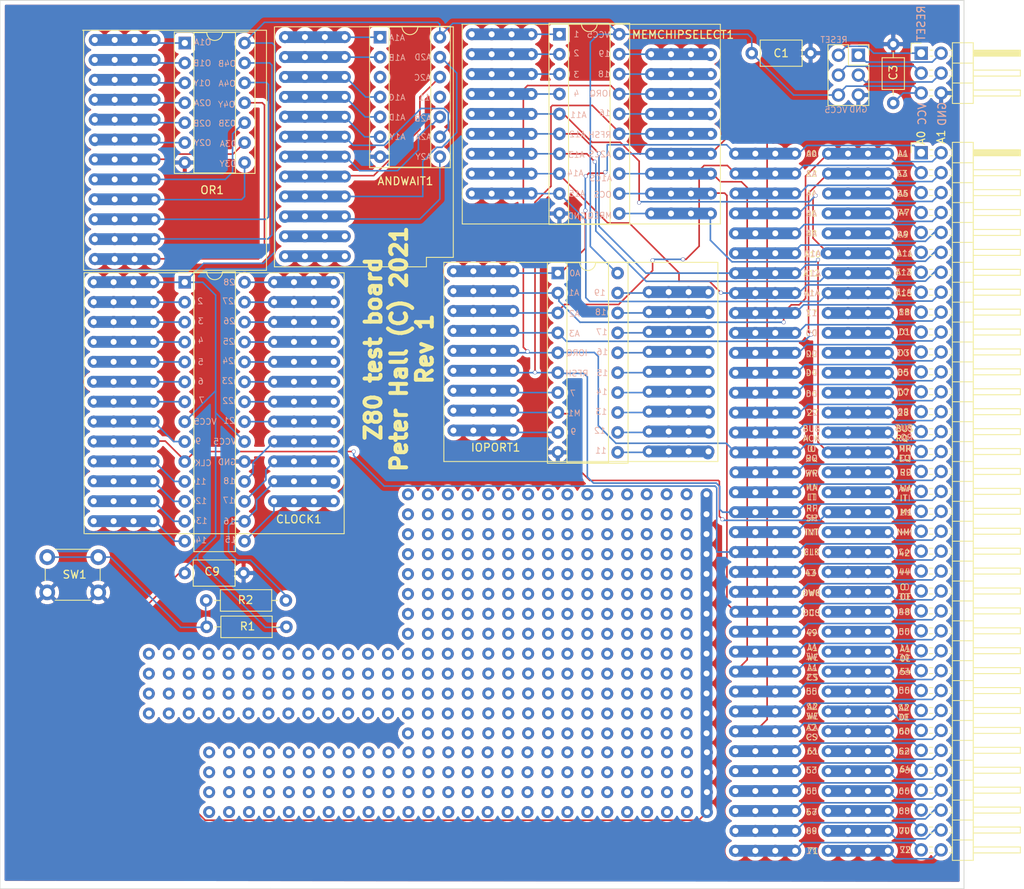
<source format=kicad_pcb>
(kicad_pcb (version 20171130) (host pcbnew "(5.1.8)-1")
  (title_block (rev 1))
  (layers (0 F.Cu signal) (31 B.Cu signal) (34 B.Paste user) (35 F.Paste user) (36 B.SilkS user) (37 F.SilkS user) (38 B.Mask user) (39 F.Mask user) (44 Edge.Cuts user))
  (net 0 "")
  (net 1 /A13)
  (net 2 /A8)
  (net 3 /A9)
  (net 4 /A0)
  (net 5 /A11)
  (net 6 /A1)
  (net 7 /A2)
  (net 8 /A10)
  (net 9 /A3)
  (net 10 /A4)
  (net 11 /A5)
  (net 12 /A6)
  (net 13 /A7)
  (net 14 /A12)
  (net 15 /A14)
  (net 16 /A15)
  (net 17 /D7)
  (net 18 /D6)
  (net 19 /D5)
  (net 20 /D4)
  (net 21 /D3)
  (net 22 /D2)
  (net 23 /D1)
  (net 24 /D0)
  (net 25 /A2CS)
  (net 26 /A2OE)
  (net 27 /A2WE)
  (net 28 /A1CS)
  (net 29 /A1OE)
  (net 30 /A1WE)
  (net 31 /OCS)
  (net 32 /OOE)
  (net 33 /OWE)
  (net 34 /CLK)
  (net 35 /NMI)
  (net 36 /INT)
  (net 37 /M1)
  (net 38 /RFSH)
  (net 39 /WAIT)
  (net 40 /HALT)
  (net 41 /RD)
  (net 42 /WR)
  (net 43 /MREQ)
  (net 44 /IORQ)
  (net 45 /BUSRQ)
  (net 46 /BUSACK)
  (net 47 /RESET)
  (net 48 /GND)
  (net 49 /VCC5)
  (net 50 /VCC3)
  (net 51 "Net-(C2-Pad13)")
  (net 52 "Net-(C2-Pad10)")
  (net 53 "Net-(C2-Pad5)")
  (net 54 "Net-(C2-Pad1)")
  (net 55 "Net-(C4-Pad13)")
  (net 56 "Net-(C4-Pad5)")
  (net 57 "Net-(C4-Pad1)")
  (net 58 "Net-(C5-Pad29)")
  (net 59 "Net-(C5-Pad25)")
  (net 60 "Net-(C5-Pad21)")
  (net 61 "Net-(C5-Pad17)")
  (net 62 "Net-(C5-Pad13)")
  (net 63 "Net-(C5-Pad10)")
  (net 64 "Net-(C5-Pad5)")
  (net 65 "Net-(C5-Pad49)")
  (net 66 "Net-(C5-Pad45)")
  (net 67 "Net-(C5-Pad41)")
  (net 68 "Net-(C5-Pad37)")
  (net 69 "Net-(C6-Pad45)")
  (net 70 "Net-(C6-Pad37)")
  (net 71 "Net-(C6-Pad33)")
  (net 72 "Net-(C6-Pad29)")
  (net 73 "Net-(C6-Pad25)")
  (net 74 "Net-(C6-Pad21)")
  (net 75 "Net-(C6-Pad17)")
  (net 76 "Net-(C6-Pad13)")
  (net 77 "Net-(C6-Pad10)")
  (net 78 "Net-(C6-Pad5)")
  (net 79 "Net-(C6-Pad1)")
  (net 80 /72)
  (net 81 /71)
  (net 82 /70)
  (net 83 /69)
  (net 84 /68)
  (net 85 /67)
  (net 86 /66)
  (net 87 /65)
  (net 88 /64)
  (net 89 /63)
  (net 90 /62)
  (net 91 /61)
  (net 92 /60)
  (net 93 /56)
  (net 94 /55)
  (net 95 /54)
  (net 96 /50)
  (net 97 /49)
  (net 98 /48)
  (net 99 /44)
  (net 100 /43)
  (net 101 /42)
  (net 102 /28)
  (net 103 /27)
  (net 104 /18)
  (net 105 /17)
  (net 106 /PUSH)
  (net 107 "Net-(R1-Pad1)")
  (net 108 "Net-(C10-Pad45)")
  (net 109 "Net-(C10-Pad41)")
  (net 110 /A2D)
  (net 111 /A1Y)
  (net 112 /A2C)
  (net 113 /A1D)
  (net 114 /A1C)
  (net 115 /A2B)
  (net 116 /A2A)
  (net 117 /A1B)
  (net 118 /A2Y)
  (net 119 /A1A)
  (net 120 /O4Y)
  (net 121 /O4B)
  (net 122 /O4A)
  (net 123 /O3B)
  (net 124 /O3A)
  (net 125 /O2Y)
  (net 126 /O2B)
  (net 127 /O2A)
  (net 128 /O1Y)
  (net 129 /O1B)
  (net 130 /O1A)
  (net 131 /O3Y)
  (net 132 "Net-(C12-Pad33)")
  (net 133 "Net-(C12-Pad25)")
  (net 134 "Net-(C13-Pad33)")
  (net 135 "Net-(C13-Pad29)")
  (net 136 "Net-(C13-Pad25)")
  (net 137 "Net-(C13-Pad21)")
  (net 138 "Net-(C13-Pad17)")
  (net 139 "Net-(C13-Pad13)")
  (net 140 "Net-(C13-Pad10)")
  (net 141 "Net-(C13-Pad5)")
  (net 142 "Net-(C13-Pad1)")
  (net 143 /POWER3)
  (net 144 /POWER2)
  (net 145 "Net-(C14-Pad51)")
  (net 146 "Net-(C14-Pad50)")
  (net 147 "Net-(C14-Pad49)")
  (net 148 "Net-(C14-Pad47)")
  (net 149 "Net-(C14-Pad46)")
  (net 150 "Net-(C14-Pad45)")
  (net 151 "Net-(C14-Pad43)")
  (net 152 "Net-(C14-Pad42)")
  (net 153 "Net-(C14-Pad41)")
  (net 154 "Net-(C14-Pad39)")
  (net 155 "Net-(C14-Pad38)")
  (net 156 "Net-(C14-Pad37)")
  (net 157 "Net-(C14-Pad35)")
  (net 158 "Net-(C14-Pad34)")
  (net 159 "Net-(C14-Pad33)")
  (net 160 "Net-(C14-Pad31)")
  (net 161 "Net-(C14-Pad30)")
  (net 162 "Net-(C14-Pad29)")
  (net 163 "Net-(C14-Pad27)")
  (net 164 "Net-(C14-Pad26)")
  (net 165 "Net-(C14-Pad25)")
  (net 166 "Net-(C14-Pad23)")
  (net 167 "Net-(C14-Pad22)")
  (net 168 "Net-(C14-Pad21)")
  (net 169 "Net-(C14-Pad19)")
  (net 170 "Net-(C14-Pad18)")
  (net 171 "Net-(C14-Pad17)")
  (net 172 "Net-(C14-Pad15)")
  (net 173 "Net-(C14-Pad14)")
  (net 174 "Net-(C14-Pad13)")
  (net 175 "Net-(C14-Pad11)")
  (net 176 "Net-(C14-Pad10)")
  (net 177 "Net-(C14-Pad9)")
  (net 178 "Net-(C14-Pad7)")
  (net 179 "Net-(C14-Pad6)")
  (net 180 "Net-(C14-Pad5)")
  (net 181 "Net-(C14-Pad3)")
  (net 182 "Net-(C14-Pad2)")
  (net 183 "Net-(C14-Pad1)")
  (net 184 "Net-(C15-Pad52)")
  (net 185 "Net-(C15-Pad51)")
  (net 186 "Net-(C15-Pad50)")
  (net 187 "Net-(C15-Pad49)")
  (net 188 "Net-(C15-Pad48)")
  (net 189 "Net-(C15-Pad47)")
  (net 190 "Net-(C15-Pad46)")
  (net 191 "Net-(C15-Pad45)")
  (net 192 "Net-(C15-Pad44)")
  (net 193 "Net-(C15-Pad43)")
  (net 194 "Net-(C15-Pad42)")
  (net 195 "Net-(C15-Pad41)")
  (net 196 "Net-(C15-Pad40)")
  (net 197 "Net-(C15-Pad39)")
  (net 198 "Net-(C15-Pad38)")
  (net 199 "Net-(C15-Pad37)")
  (net 200 "Net-(C15-Pad36)")
  (net 201 "Net-(C15-Pad35)")
  (net 202 "Net-(C15-Pad34)")
  (net 203 "Net-(C15-Pad33)")
  (net 204 "Net-(C15-Pad32)")
  (net 205 "Net-(C15-Pad31)")
  (net 206 "Net-(C15-Pad30)")
  (net 207 "Net-(C15-Pad29)")
  (net 208 "Net-(C15-Pad28)")
  (net 209 "Net-(C15-Pad27)")
  (net 210 "Net-(C15-Pad26)")
  (net 211 "Net-(C15-Pad25)")
  (net 212 "Net-(C15-Pad24)")
  (net 213 "Net-(C15-Pad23)")
  (net 214 "Net-(C15-Pad22)")
  (net 215 "Net-(C15-Pad21)")
  (net 216 "Net-(C15-Pad20)")
  (net 217 "Net-(C15-Pad19)")
  (net 218 "Net-(C15-Pad18)")
  (net 219 "Net-(C15-Pad17)")
  (net 220 "Net-(C15-Pad16)")
  (net 221 "Net-(C15-Pad15)")
  (net 222 "Net-(C15-Pad14)")
  (net 223 "Net-(C15-Pad13)")
  (net 224 "Net-(C15-Pad12)")
  (net 225 "Net-(C15-Pad11)")
  (net 226 "Net-(C15-Pad10)")
  (net 227 "Net-(C15-Pad9)")
  (net 228 "Net-(C15-Pad8)")
  (net 229 "Net-(C15-Pad7)")
  (net 230 "Net-(C15-Pad6)")
  (net 231 "Net-(C15-Pad5)")
  (net 232 "Net-(C15-Pad4)")
  (net 233 "Net-(C15-Pad3)")
  (net 234 "Net-(C15-Pad2)")
  (net 235 "Net-(C15-Pad1)")
  (net 236 "Net-(C16-Pad52)")
  (net 237 "Net-(C16-Pad51)")
  (net 238 "Net-(C16-Pad50)")
  (net 239 "Net-(C16-Pad49)")
  (net 240 "Net-(C16-Pad48)")
  (net 241 "Net-(C16-Pad47)")
  (net 242 "Net-(C16-Pad46)")
  (net 243 "Net-(C16-Pad45)")
  (net 244 "Net-(C16-Pad44)")
  (net 245 "Net-(C16-Pad43)")
  (net 246 "Net-(C16-Pad42)")
  (net 247 "Net-(C16-Pad41)")
  (net 248 "Net-(C16-Pad40)")
  (net 249 "Net-(C16-Pad39)")
  (net 250 "Net-(C16-Pad38)")
  (net 251 "Net-(C16-Pad37)")
  (net 252 "Net-(C16-Pad36)")
  (net 253 "Net-(C16-Pad35)")
  (net 254 "Net-(C16-Pad34)")
  (net 255 "Net-(C16-Pad33)")
  (net 256 "Net-(C16-Pad32)")
  (net 257 "Net-(C16-Pad31)")
  (net 258 "Net-(C16-Pad30)")
  (net 259 "Net-(C16-Pad29)")
  (net 260 "Net-(C16-Pad28)")
  (net 261 "Net-(C16-Pad27)")
  (net 262 "Net-(C16-Pad26)")
  (net 263 "Net-(C16-Pad25)")
  (net 264 "Net-(C16-Pad24)")
  (net 265 "Net-(C16-Pad23)")
  (net 266 "Net-(C16-Pad22)")
  (net 267 "Net-(C16-Pad21)")
  (net 268 "Net-(C16-Pad20)")
  (net 269 "Net-(C16-Pad19)")
  (net 270 "Net-(C16-Pad18)")
  (net 271 "Net-(C16-Pad17)")
  (net 272 "Net-(C16-Pad16)")
  (net 273 "Net-(C16-Pad15)")
  (net 274 "Net-(C16-Pad14)")
  (net 275 "Net-(C16-Pad13)")
  (net 276 "Net-(C16-Pad12)")
  (net 277 "Net-(C16-Pad11)")
  (net 278 "Net-(C16-Pad10)")
  (net 279 "Net-(C16-Pad9)")
  (net 280 "Net-(C16-Pad8)")
  (net 281 "Net-(C16-Pad7)")
  (net 282 "Net-(C16-Pad6)")
  (net 283 "Net-(C16-Pad5)")
  (net 284 "Net-(C16-Pad4)")
  (net 285 "Net-(C16-Pad3)")
  (net 286 "Net-(C16-Pad2)")
  (net 287 "Net-(C16-Pad1)")
  (net 288 "Net-(C17-Pad48)")
  (net 289 "Net-(C17-Pad47)")
  (net 290 "Net-(C17-Pad46)")
  (net 291 "Net-(C17-Pad45)")
  (net 292 "Net-(C17-Pad44)")
  (net 293 "Net-(C17-Pad43)")
  (net 294 "Net-(C17-Pad42)")
  (net 295 "Net-(C17-Pad41)")
  (net 296 "Net-(C17-Pad40)")
  (net 297 "Net-(C17-Pad39)")
  (net 298 "Net-(C17-Pad38)")
  (net 299 "Net-(C17-Pad37)")
  (net 300 "Net-(C17-Pad36)")
  (net 301 "Net-(C17-Pad35)")
  (net 302 "Net-(C17-Pad34)")
  (net 303 "Net-(C17-Pad33)")
  (net 304 "Net-(C17-Pad32)")
  (net 305 "Net-(C17-Pad31)")
  (net 306 "Net-(C17-Pad30)")
  (net 307 "Net-(C17-Pad29)")
  (net 308 "Net-(C17-Pad28)")
  (net 309 "Net-(C17-Pad27)")
  (net 310 "Net-(C17-Pad26)")
  (net 311 "Net-(C17-Pad25)")
  (net 312 "Net-(C17-Pad24)")
  (net 313 "Net-(C17-Pad23)")
  (net 314 "Net-(C17-Pad22)")
  (net 315 "Net-(C17-Pad21)")
  (net 316 "Net-(C17-Pad20)")
  (net 317 "Net-(C17-Pad19)")
  (net 318 "Net-(C17-Pad18)")
  (net 319 "Net-(C17-Pad17)")
  (net 320 "Net-(C17-Pad16)")
  (net 321 "Net-(C17-Pad15)")
  (net 322 "Net-(C17-Pad14)")
  (net 323 "Net-(C17-Pad13)")
  (net 324 "Net-(C17-Pad12)")
  (net 325 "Net-(C17-Pad11)")
  (net 326 "Net-(C17-Pad10)")
  (net 327 "Net-(C17-Pad9)")
  (net 328 "Net-(C17-Pad8)")
  (net 329 "Net-(C17-Pad7)")
  (net 330 "Net-(C17-Pad6)")
  (net 331 "Net-(C17-Pad5)")
  (net 332 "Net-(C17-Pad4)")
  (net 333 "Net-(C17-Pad3)")
  (net 334 "Net-(C17-Pad2)")
  (net 335 "Net-(C17-Pad1)")
  (net 336 "Net-(C18-Pad52)")
  (net 337 "Net-(C18-Pad51)")
  (net 338 "Net-(C18-Pad50)")
  (net 339 "Net-(C18-Pad49)")
  (net 340 "Net-(C18-Pad48)")
  (net 341 "Net-(C18-Pad47)")
  (net 342 "Net-(C18-Pad46)")
  (net 343 "Net-(C18-Pad45)")
  (net 344 "Net-(C18-Pad44)")
  (net 345 "Net-(C18-Pad43)")
  (net 346 "Net-(C18-Pad42)")
  (net 347 "Net-(C18-Pad41)")
  (net 348 "Net-(C18-Pad40)")
  (net 349 "Net-(C18-Pad39)")
  (net 350 "Net-(C18-Pad38)")
  (net 351 "Net-(C18-Pad37)")
  (net 352 "Net-(C18-Pad36)")
  (net 353 "Net-(C18-Pad35)")
  (net 354 "Net-(C18-Pad34)")
  (net 355 "Net-(C18-Pad33)")
  (net 356 "Net-(C18-Pad32)")
  (net 357 "Net-(C18-Pad31)")
  (net 358 "Net-(C18-Pad30)")
  (net 359 "Net-(C18-Pad29)")
  (net 360 "Net-(C18-Pad28)")
  (net 361 "Net-(C18-Pad27)")
  (net 362 "Net-(C18-Pad26)")
  (net 363 "Net-(C18-Pad25)")
  (net 364 "Net-(C18-Pad24)")
  (net 365 "Net-(C18-Pad23)")
  (net 366 "Net-(C18-Pad22)")
  (net 367 "Net-(C18-Pad21)")
  (net 368 "Net-(C18-Pad20)")
  (net 369 "Net-(C18-Pad19)")
  (net 370 "Net-(C18-Pad18)")
  (net 371 "Net-(C18-Pad17)")
  (net 372 "Net-(C18-Pad16)")
  (net 373 "Net-(C18-Pad15)")
  (net 374 "Net-(C18-Pad14)")
  (net 375 "Net-(C18-Pad13)")
  (net 376 "Net-(C18-Pad12)")
  (net 377 "Net-(C18-Pad11)")
  (net 378 "Net-(C18-Pad10)")
  (net 379 "Net-(C18-Pad9)")
  (net 380 "Net-(C18-Pad8)")
  (net 381 "Net-(C18-Pad7)")
  (net 382 "Net-(C18-Pad6)")
  (net 383 "Net-(C18-Pad5)")
  (net 384 "Net-(C18-Pad4)")
  (net 385 "Net-(C18-Pad3)")
  (net 386 "Net-(C18-Pad2)")
  (net 387 "Net-(C18-Pad1)")
  (net 388 "Net-(C19-Pad52)")
  (net 389 "Net-(C19-Pad51)")
  (net 390 "Net-(C19-Pad50)")
  (net 391 "Net-(C19-Pad49)")
  (net 392 "Net-(C19-Pad48)")
  (net 393 "Net-(C19-Pad47)")
  (net 394 "Net-(C19-Pad46)")
  (net 395 "Net-(C19-Pad45)")
  (net 396 "Net-(C19-Pad44)")
  (net 397 "Net-(C19-Pad43)")
  (net 398 "Net-(C19-Pad42)")
  (net 399 "Net-(C19-Pad41)")
  (net 400 "Net-(C19-Pad40)")
  (net 401 "Net-(C19-Pad39)")
  (net 402 "Net-(C19-Pad38)")
  (net 403 "Net-(C19-Pad37)")
  (net 404 "Net-(C19-Pad36)")
  (net 405 "Net-(C19-Pad35)")
  (net 406 "Net-(C19-Pad34)")
  (net 407 "Net-(C19-Pad33)")
  (net 408 "Net-(C19-Pad32)")
  (net 409 "Net-(C19-Pad31)")
  (net 410 "Net-(C19-Pad30)")
  (net 411 "Net-(C19-Pad29)")
  (net 412 "Net-(C19-Pad28)")
  (net 413 "Net-(C19-Pad27)")
  (net 414 "Net-(C19-Pad26)")
  (net 415 "Net-(C19-Pad25)")
  (net 416 "Net-(C19-Pad24)")
  (net 417 "Net-(C19-Pad23)")
  (net 418 "Net-(C19-Pad22)")
  (net 419 "Net-(C19-Pad21)")
  (net 420 "Net-(C19-Pad20)")
  (net 421 "Net-(C19-Pad19)")
  (net 422 "Net-(C19-Pad18)")
  (net 423 "Net-(C19-Pad17)")
  (net 424 "Net-(C19-Pad16)")
  (net 425 "Net-(C19-Pad15)")
  (net 426 "Net-(C19-Pad14)")
  (net 427 "Net-(C19-Pad13)")
  (net 428 "Net-(C19-Pad12)")
  (net 429 "Net-(C19-Pad11)")
  (net 430 "Net-(C19-Pad10)")
  (net 431 "Net-(C19-Pad9)")
  (net 432 "Net-(C19-Pad8)")
  (net 433 "Net-(C19-Pad7)")
  (net 434 "Net-(C19-Pad6)")
  (net 435 "Net-(C19-Pad5)")
  (net 436 "Net-(C19-Pad4)")
  (net 437 "Net-(C19-Pad3)")
  (net 438 "Net-(C19-Pad2)")
  (net 439 "Net-(C19-Pad1)")
  (net 440 "Net-(C20-Pad52)")
  (net 441 "Net-(C20-Pad51)")
  (net 442 "Net-(C20-Pad50)")
  (net 443 "Net-(C20-Pad49)")
  (net 444 "Net-(C20-Pad48)")
  (net 445 "Net-(C20-Pad47)")
  (net 446 "Net-(C20-Pad46)")
  (net 447 "Net-(C20-Pad45)")
  (net 448 "Net-(C20-Pad44)")
  (net 449 "Net-(C20-Pad43)")
  (net 450 "Net-(C20-Pad42)")
  (net 451 "Net-(C20-Pad41)")
  (net 452 "Net-(C20-Pad40)")
  (net 453 "Net-(C20-Pad39)")
  (net 454 "Net-(C20-Pad38)")
  (net 455 "Net-(C20-Pad37)")
  (net 456 "Net-(C20-Pad36)")
  (net 457 "Net-(C20-Pad35)")
  (net 458 "Net-(C20-Pad34)")
  (net 459 "Net-(C20-Pad33)")
  (net 460 "Net-(C20-Pad32)")
  (net 461 "Net-(C20-Pad31)")
  (net 462 "Net-(C20-Pad30)")
  (net 463 "Net-(C20-Pad29)")
  (net 464 "Net-(C20-Pad28)")
  (net 465 "Net-(C20-Pad27)")
  (net 466 "Net-(C20-Pad26)")
  (net 467 "Net-(C20-Pad25)")
  (net 468 "Net-(C20-Pad24)")
  (net 469 "Net-(C20-Pad23)")
  (net 470 "Net-(C20-Pad22)")
  (net 471 "Net-(C20-Pad21)")
  (net 472 "Net-(C20-Pad20)")
  (net 473 "Net-(C20-Pad19)")
  (net 474 "Net-(C20-Pad18)")
  (net 475 "Net-(C20-Pad17)")
  (net 476 "Net-(C20-Pad16)")
  (net 477 "Net-(C20-Pad15)")
  (net 478 "Net-(C20-Pad14)")
  (net 479 "Net-(C20-Pad13)")
  (net 480 "Net-(C20-Pad12)")
  (net 481 "Net-(C20-Pad11)")
  (net 482 "Net-(C20-Pad10)")
  (net 483 "Net-(C20-Pad9)")
  (net 484 "Net-(C20-Pad8)")
  (net 485 "Net-(C20-Pad7)")
  (net 486 "Net-(C20-Pad6)")
  (net 487 "Net-(C20-Pad5)")
  (net 488 "Net-(C20-Pad4)")
  (net 489 "Net-(C20-Pad3)")
  (net 490 "Net-(C20-Pad2)")
  (net 491 "Net-(C20-Pad1)")
  (module circuit_boards:perf_13x4 (layer F.Cu) (at 156.95676 107.36326 270)
    (fp_text reference C20)
    (fp_text value perf_13x4symbol hide)
    (pad 52 thru_hole circle (at 3.88874 21.44776 270) (size 1.524 1.524) (drill 0.762) (layers *.Cu *.Mask) (net 440 "Net-(C20-Pad52)"))
    (pad 51 thru_hole circle (at 1.34874 21.44776 270) (size 1.524 1.524) (drill 0.762) (layers *.Cu *.Mask) (net 441 "Net-(C20-Pad51)"))
    (pad 50 thru_hole circle (at -1.19126 21.44776 270) (size 1.524 1.524) (drill 0.762) (layers *.Cu *.Mask) (net 442 "Net-(C20-Pad50)"))
    (pad 49 thru_hole circle (at -3.73126 21.44776 270) (size 1.524 1.524) (drill 0.762) (layers *.Cu *.Mask) (net 443 "Net-(C20-Pad49)"))
    (pad 48 thru_hole circle (at 3.88874 18.90776 270) (size 1.524 1.524) (drill 0.762) (layers *.Cu *.Mask) (net 444 "Net-(C20-Pad48)"))
    (pad 47 thru_hole circle (at 1.34874 18.90776 270) (size 1.524 1.524) (drill 0.762) (layers *.Cu *.Mask) (net 445 "Net-(C20-Pad47)"))
    (pad 46 thru_hole circle (at -1.19126 18.90776 270) (size 1.524 1.524) (drill 0.762) (layers *.Cu *.Mask) (net 446 "Net-(C20-Pad46)"))
    (pad 45 thru_hole circle (at -3.73126 18.90776 270) (size 1.524 1.524) (drill 0.762) (layers *.Cu *.Mask) (net 447 "Net-(C20-Pad45)"))
    (pad 44 thru_hole circle (at 3.88874 16.36776 270) (size 1.524 1.524) (drill 0.762) (layers *.Cu *.Mask) (net 448 "Net-(C20-Pad44)"))
    (pad 43 thru_hole circle (at 1.34874 16.36776 270) (size 1.524 1.524) (drill 0.762) (layers *.Cu *.Mask) (net 449 "Net-(C20-Pad43)"))
    (pad 42 thru_hole circle (at -1.19126 16.36776 270) (size 1.524 1.524) (drill 0.762) (layers *.Cu *.Mask) (net 450 "Net-(C20-Pad42)"))
    (pad 41 thru_hole circle (at -3.73126 16.36776 270) (size 1.524 1.524) (drill 0.762) (layers *.Cu *.Mask) (net 451 "Net-(C20-Pad41)"))
    (pad 40 thru_hole circle (at 3.88874 13.82776 270) (size 1.524 1.524) (drill 0.762) (layers *.Cu *.Mask) (net 452 "Net-(C20-Pad40)"))
    (pad 39 thru_hole circle (at 1.34874 13.82776 270) (size 1.524 1.524) (drill 0.762) (layers *.Cu *.Mask) (net 453 "Net-(C20-Pad39)"))
    (pad 38 thru_hole circle (at -1.19126 13.82776 270) (size 1.524 1.524) (drill 0.762) (layers *.Cu *.Mask) (net 454 "Net-(C20-Pad38)"))
    (pad 37 thru_hole circle (at -3.73126 13.82776 270) (size 1.524 1.524) (drill 0.762) (layers *.Cu *.Mask) (net 455 "Net-(C20-Pad37)"))
    (pad 36 thru_hole circle (at 3.88874 11.28776 270) (size 1.524 1.524) (drill 0.762) (layers *.Cu *.Mask) (net 456 "Net-(C20-Pad36)"))
    (pad 35 thru_hole circle (at 1.34874 11.28776 270) (size 1.524 1.524) (drill 0.762) (layers *.Cu *.Mask) (net 457 "Net-(C20-Pad35)"))
    (pad 34 thru_hole circle (at -1.19126 11.28776 270) (size 1.524 1.524) (drill 0.762) (layers *.Cu *.Mask) (net 458 "Net-(C20-Pad34)"))
    (pad 33 thru_hole circle (at -3.73126 11.28776 270) (size 1.524 1.524) (drill 0.762) (layers *.Cu *.Mask) (net 459 "Net-(C20-Pad33)"))
    (pad 32 thru_hole circle (at 3.88874 8.74776 270) (size 1.524 1.524) (drill 0.762) (layers *.Cu *.Mask) (net 460 "Net-(C20-Pad32)"))
    (pad 31 thru_hole circle (at 1.34874 8.74776 270) (size 1.524 1.524) (drill 0.762) (layers *.Cu *.Mask) (net 461 "Net-(C20-Pad31)"))
    (pad 30 thru_hole circle (at -1.19126 8.74776 270) (size 1.524 1.524) (drill 0.762) (layers *.Cu *.Mask) (net 462 "Net-(C20-Pad30)"))
    (pad 29 thru_hole circle (at -3.73126 8.74776 270) (size 1.524 1.524) (drill 0.762) (layers *.Cu *.Mask) (net 463 "Net-(C20-Pad29)"))
    (pad 28 thru_hole circle (at 3.88874 6.20776 270) (size 1.524 1.524) (drill 0.762) (layers *.Cu *.Mask) (net 464 "Net-(C20-Pad28)"))
    (pad 27 thru_hole circle (at 1.34874 6.20776 270) (size 1.524 1.524) (drill 0.762) (layers *.Cu *.Mask) (net 465 "Net-(C20-Pad27)"))
    (pad 26 thru_hole circle (at -1.19126 6.20776 270) (size 1.524 1.524) (drill 0.762) (layers *.Cu *.Mask) (net 466 "Net-(C20-Pad26)"))
    (pad 25 thru_hole circle (at -3.73126 6.20776 270) (size 1.524 1.524) (drill 0.762) (layers *.Cu *.Mask) (net 467 "Net-(C20-Pad25)"))
    (pad 24 thru_hole circle (at 3.88874 3.66776 270) (size 1.524 1.524) (drill 0.762) (layers *.Cu *.Mask) (net 468 "Net-(C20-Pad24)"))
    (pad 23 thru_hole circle (at 1.34874 3.66776 270) (size 1.524 1.524) (drill 0.762) (layers *.Cu *.Mask) (net 469 "Net-(C20-Pad23)"))
    (pad 22 thru_hole circle (at -1.19126 3.66776 270) (size 1.524 1.524) (drill 0.762) (layers *.Cu *.Mask) (net 470 "Net-(C20-Pad22)"))
    (pad 21 thru_hole circle (at -3.73126 3.66776 270) (size 1.524 1.524) (drill 0.762) (layers *.Cu *.Mask) (net 471 "Net-(C20-Pad21)"))
    (pad 20 thru_hole circle (at 3.88874 1.12776 270) (size 1.524 1.524) (drill 0.762) (layers *.Cu *.Mask) (net 472 "Net-(C20-Pad20)"))
    (pad 19 thru_hole circle (at 1.34874 1.12776 270) (size 1.524 1.524) (drill 0.762) (layers *.Cu *.Mask) (net 473 "Net-(C20-Pad19)"))
    (pad 18 thru_hole circle (at -1.19126 1.12776 270) (size 1.524 1.524) (drill 0.762) (layers *.Cu *.Mask) (net 474 "Net-(C20-Pad18)"))
    (pad 17 thru_hole circle (at -3.73126 1.12776 270) (size 1.524 1.524) (drill 0.762) (layers *.Cu *.Mask) (net 475 "Net-(C20-Pad17)"))
    (pad 16 thru_hole circle (at 3.88874 -1.41224 270) (size 1.524 1.524) (drill 0.762) (layers *.Cu *.Mask) (net 476 "Net-(C20-Pad16)"))
    (pad 15 thru_hole circle (at 1.34874 -1.41224 270) (size 1.524 1.524) (drill 0.762) (layers *.Cu *.Mask) (net 477 "Net-(C20-Pad15)"))
    (pad 14 thru_hole circle (at -1.19126 -1.41224 270) (size 1.524 1.524) (drill 0.762) (layers *.Cu *.Mask) (net 478 "Net-(C20-Pad14)"))
    (pad 13 thru_hole circle (at -3.73126 -1.41224 270) (size 1.524 1.524) (drill 0.762) (layers *.Cu *.Mask) (net 479 "Net-(C20-Pad13)"))
    (pad 12 thru_hole circle (at 3.88874 -3.95224 270) (size 1.524 1.524) (drill 0.762) (layers *.Cu *.Mask) (net 480 "Net-(C20-Pad12)"))
    (pad 11 thru_hole circle (at 1.34874 -3.95224 270) (size 1.524 1.524) (drill 0.762) (layers *.Cu *.Mask) (net 481 "Net-(C20-Pad11)"))
    (pad 10 thru_hole circle (at -1.19126 -3.95224 270) (size 1.524 1.524) (drill 0.762) (layers *.Cu *.Mask) (net 482 "Net-(C20-Pad10)"))
    (pad 9 thru_hole circle (at -3.73126 -3.95224 270) (size 1.524 1.524) (drill 0.762) (layers *.Cu *.Mask) (net 483 "Net-(C20-Pad9)"))
    (pad 8 thru_hole circle (at 3.88874 -6.49224 270) (size 1.524 1.524) (drill 0.762) (layers *.Cu *.Mask) (net 484 "Net-(C20-Pad8)"))
    (pad 7 thru_hole circle (at 1.34874 -6.49224 270) (size 1.524 1.524) (drill 0.762) (layers *.Cu *.Mask) (net 485 "Net-(C20-Pad7)"))
    (pad 6 thru_hole circle (at -1.19126 -6.49224 270) (size 1.524 1.524) (drill 0.762) (layers *.Cu *.Mask) (net 486 "Net-(C20-Pad6)"))
    (pad 5 thru_hole circle (at -3.73126 -6.49224 270) (size 1.524 1.524) (drill 0.762) (layers *.Cu *.Mask) (net 487 "Net-(C20-Pad5)"))
    (pad 4 thru_hole circle (at 3.88874 -9.03224 270) (size 1.524 1.524) (drill 0.762) (layers *.Cu *.Mask) (net 488 "Net-(C20-Pad4)"))
    (pad 3 thru_hole circle (at 1.34874 -9.03224 270) (size 1.524 1.524) (drill 0.762) (layers *.Cu *.Mask) (net 489 "Net-(C20-Pad3)"))
    (pad 2 thru_hole circle (at -1.19126 -9.03224 270) (size 1.524 1.524) (drill 0.762) (layers *.Cu *.Mask) (net 490 "Net-(C20-Pad2)"))
    (pad 1 thru_hole circle (at -3.73126 -9.03224 270) (size 1.524 1.524) (drill 0.762) (layers *.Cu *.Mask) (net 491 "Net-(C20-Pad1)"))
  )
  (module circuit_boards:perf_13x4 (layer F.Cu) (at 152.22474 120.09374 90)
    (fp_text reference C19)
    (fp_text value perf_13x4symbol hide)
    (pad 52 thru_hole circle (at 3.88874 21.44776 90) (size 1.524 1.524) (drill 0.762) (layers *.Cu *.Mask) (net 388 "Net-(C19-Pad52)"))
    (pad 51 thru_hole circle (at 1.34874 21.44776 90) (size 1.524 1.524) (drill 0.762) (layers *.Cu *.Mask) (net 389 "Net-(C19-Pad51)"))
    (pad 50 thru_hole circle (at -1.19126 21.44776 90) (size 1.524 1.524) (drill 0.762) (layers *.Cu *.Mask) (net 390 "Net-(C19-Pad50)"))
    (pad 49 thru_hole circle (at -3.73126 21.44776 90) (size 1.524 1.524) (drill 0.762) (layers *.Cu *.Mask) (net 391 "Net-(C19-Pad49)"))
    (pad 48 thru_hole circle (at 3.88874 18.90776 90) (size 1.524 1.524) (drill 0.762) (layers *.Cu *.Mask) (net 392 "Net-(C19-Pad48)"))
    (pad 47 thru_hole circle (at 1.34874 18.90776 90) (size 1.524 1.524) (drill 0.762) (layers *.Cu *.Mask) (net 393 "Net-(C19-Pad47)"))
    (pad 46 thru_hole circle (at -1.19126 18.90776 90) (size 1.524 1.524) (drill 0.762) (layers *.Cu *.Mask) (net 394 "Net-(C19-Pad46)"))
    (pad 45 thru_hole circle (at -3.73126 18.90776 90) (size 1.524 1.524) (drill 0.762) (layers *.Cu *.Mask) (net 395 "Net-(C19-Pad45)"))
    (pad 44 thru_hole circle (at 3.88874 16.36776 90) (size 1.524 1.524) (drill 0.762) (layers *.Cu *.Mask) (net 396 "Net-(C19-Pad44)"))
    (pad 43 thru_hole circle (at 1.34874 16.36776 90) (size 1.524 1.524) (drill 0.762) (layers *.Cu *.Mask) (net 397 "Net-(C19-Pad43)"))
    (pad 42 thru_hole circle (at -1.19126 16.36776 90) (size 1.524 1.524) (drill 0.762) (layers *.Cu *.Mask) (net 398 "Net-(C19-Pad42)"))
    (pad 41 thru_hole circle (at -3.73126 16.36776 90) (size 1.524 1.524) (drill 0.762) (layers *.Cu *.Mask) (net 399 "Net-(C19-Pad41)"))
    (pad 40 thru_hole circle (at 3.88874 13.82776 90) (size 1.524 1.524) (drill 0.762) (layers *.Cu *.Mask) (net 400 "Net-(C19-Pad40)"))
    (pad 39 thru_hole circle (at 1.34874 13.82776 90) (size 1.524 1.524) (drill 0.762) (layers *.Cu *.Mask) (net 401 "Net-(C19-Pad39)"))
    (pad 38 thru_hole circle (at -1.19126 13.82776 90) (size 1.524 1.524) (drill 0.762) (layers *.Cu *.Mask) (net 402 "Net-(C19-Pad38)"))
    (pad 37 thru_hole circle (at -3.73126 13.82776 90) (size 1.524 1.524) (drill 0.762) (layers *.Cu *.Mask) (net 403 "Net-(C19-Pad37)"))
    (pad 36 thru_hole circle (at 3.88874 11.28776 90) (size 1.524 1.524) (drill 0.762) (layers *.Cu *.Mask) (net 404 "Net-(C19-Pad36)"))
    (pad 35 thru_hole circle (at 1.34874 11.28776 90) (size 1.524 1.524) (drill 0.762) (layers *.Cu *.Mask) (net 405 "Net-(C19-Pad35)"))
    (pad 34 thru_hole circle (at -1.19126 11.28776 90) (size 1.524 1.524) (drill 0.762) (layers *.Cu *.Mask) (net 406 "Net-(C19-Pad34)"))
    (pad 33 thru_hole circle (at -3.73126 11.28776 90) (size 1.524 1.524) (drill 0.762) (layers *.Cu *.Mask) (net 407 "Net-(C19-Pad33)"))
    (pad 32 thru_hole circle (at 3.88874 8.74776 90) (size 1.524 1.524) (drill 0.762) (layers *.Cu *.Mask) (net 408 "Net-(C19-Pad32)"))
    (pad 31 thru_hole circle (at 1.34874 8.74776 90) (size 1.524 1.524) (drill 0.762) (layers *.Cu *.Mask) (net 409 "Net-(C19-Pad31)"))
    (pad 30 thru_hole circle (at -1.19126 8.74776 90) (size 1.524 1.524) (drill 0.762) (layers *.Cu *.Mask) (net 410 "Net-(C19-Pad30)"))
    (pad 29 thru_hole circle (at -3.73126 8.74776 90) (size 1.524 1.524) (drill 0.762) (layers *.Cu *.Mask) (net 411 "Net-(C19-Pad29)"))
    (pad 28 thru_hole circle (at 3.88874 6.20776 90) (size 1.524 1.524) (drill 0.762) (layers *.Cu *.Mask) (net 412 "Net-(C19-Pad28)"))
    (pad 27 thru_hole circle (at 1.34874 6.20776 90) (size 1.524 1.524) (drill 0.762) (layers *.Cu *.Mask) (net 413 "Net-(C19-Pad27)"))
    (pad 26 thru_hole circle (at -1.19126 6.20776 90) (size 1.524 1.524) (drill 0.762) (layers *.Cu *.Mask) (net 414 "Net-(C19-Pad26)"))
    (pad 25 thru_hole circle (at -3.73126 6.20776 90) (size 1.524 1.524) (drill 0.762) (layers *.Cu *.Mask) (net 415 "Net-(C19-Pad25)"))
    (pad 24 thru_hole circle (at 3.88874 3.66776 90) (size 1.524 1.524) (drill 0.762) (layers *.Cu *.Mask) (net 416 "Net-(C19-Pad24)"))
    (pad 23 thru_hole circle (at 1.34874 3.66776 90) (size 1.524 1.524) (drill 0.762) (layers *.Cu *.Mask) (net 417 "Net-(C19-Pad23)"))
    (pad 22 thru_hole circle (at -1.19126 3.66776 90) (size 1.524 1.524) (drill 0.762) (layers *.Cu *.Mask) (net 418 "Net-(C19-Pad22)"))
    (pad 21 thru_hole circle (at -3.73126 3.66776 90) (size 1.524 1.524) (drill 0.762) (layers *.Cu *.Mask) (net 419 "Net-(C19-Pad21)"))
    (pad 20 thru_hole circle (at 3.88874 1.12776 90) (size 1.524 1.524) (drill 0.762) (layers *.Cu *.Mask) (net 420 "Net-(C19-Pad20)"))
    (pad 19 thru_hole circle (at 1.34874 1.12776 90) (size 1.524 1.524) (drill 0.762) (layers *.Cu *.Mask) (net 421 "Net-(C19-Pad19)"))
    (pad 18 thru_hole circle (at -1.19126 1.12776 90) (size 1.524 1.524) (drill 0.762) (layers *.Cu *.Mask) (net 422 "Net-(C19-Pad18)"))
    (pad 17 thru_hole circle (at -3.73126 1.12776 90) (size 1.524 1.524) (drill 0.762) (layers *.Cu *.Mask) (net 423 "Net-(C19-Pad17)"))
    (pad 16 thru_hole circle (at 3.88874 -1.41224 90) (size 1.524 1.524) (drill 0.762) (layers *.Cu *.Mask) (net 424 "Net-(C19-Pad16)"))
    (pad 15 thru_hole circle (at 1.34874 -1.41224 90) (size 1.524 1.524) (drill 0.762) (layers *.Cu *.Mask) (net 425 "Net-(C19-Pad15)"))
    (pad 14 thru_hole circle (at -1.19126 -1.41224 90) (size 1.524 1.524) (drill 0.762) (layers *.Cu *.Mask) (net 426 "Net-(C19-Pad14)"))
    (pad 13 thru_hole circle (at -3.73126 -1.41224 90) (size 1.524 1.524) (drill 0.762) (layers *.Cu *.Mask) (net 427 "Net-(C19-Pad13)"))
    (pad 12 thru_hole circle (at 3.88874 -3.95224 90) (size 1.524 1.524) (drill 0.762) (layers *.Cu *.Mask) (net 428 "Net-(C19-Pad12)"))
    (pad 11 thru_hole circle (at 1.34874 -3.95224 90) (size 1.524 1.524) (drill 0.762) (layers *.Cu *.Mask) (net 429 "Net-(C19-Pad11)"))
    (pad 10 thru_hole circle (at -1.19126 -3.95224 90) (size 1.524 1.524) (drill 0.762) (layers *.Cu *.Mask) (net 430 "Net-(C19-Pad10)"))
    (pad 9 thru_hole circle (at -3.73126 -3.95224 90) (size 1.524 1.524) (drill 0.762) (layers *.Cu *.Mask) (net 431 "Net-(C19-Pad9)"))
    (pad 8 thru_hole circle (at 3.88874 -6.49224 90) (size 1.524 1.524) (drill 0.762) (layers *.Cu *.Mask) (net 432 "Net-(C19-Pad8)"))
    (pad 7 thru_hole circle (at 1.34874 -6.49224 90) (size 1.524 1.524) (drill 0.762) (layers *.Cu *.Mask) (net 433 "Net-(C19-Pad7)"))
    (pad 6 thru_hole circle (at -1.19126 -6.49224 90) (size 1.524 1.524) (drill 0.762) (layers *.Cu *.Mask) (net 434 "Net-(C19-Pad6)"))
    (pad 5 thru_hole circle (at -3.73126 -6.49224 90) (size 1.524 1.524) (drill 0.762) (layers *.Cu *.Mask) (net 435 "Net-(C19-Pad5)"))
    (pad 4 thru_hole circle (at 3.88874 -9.03224 90) (size 1.524 1.524) (drill 0.762) (layers *.Cu *.Mask) (net 436 "Net-(C19-Pad4)"))
    (pad 3 thru_hole circle (at 1.34874 -9.03224 90) (size 1.524 1.524) (drill 0.762) (layers *.Cu *.Mask) (net 437 "Net-(C19-Pad3)"))
    (pad 2 thru_hole circle (at -1.19126 -9.03224 90) (size 1.524 1.524) (drill 0.762) (layers *.Cu *.Mask) (net 438 "Net-(C19-Pad2)"))
    (pad 1 thru_hole circle (at -3.73126 -9.03224 90) (size 1.524 1.524) (drill 0.762) (layers *.Cu *.Mask) (net 439 "Net-(C19-Pad1)"))
  )
  (module circuit_boards:perf_13x4 (layer F.Cu) (at 172.26026 92.34424)
    (fp_text reference C18)
    (fp_text value perf_13x4symbol hide)
    (pad 52 thru_hole circle (at 3.88874 21.44776) (size 1.524 1.524) (drill 0.762) (layers *.Cu *.Mask) (net 336 "Net-(C18-Pad52)"))
    (pad 51 thru_hole circle (at 1.34874 21.44776) (size 1.524 1.524) (drill 0.762) (layers *.Cu *.Mask) (net 337 "Net-(C18-Pad51)"))
    (pad 50 thru_hole circle (at -1.19126 21.44776) (size 1.524 1.524) (drill 0.762) (layers *.Cu *.Mask) (net 338 "Net-(C18-Pad50)"))
    (pad 49 thru_hole circle (at -3.73126 21.44776) (size 1.524 1.524) (drill 0.762) (layers *.Cu *.Mask) (net 339 "Net-(C18-Pad49)"))
    (pad 48 thru_hole circle (at 3.88874 18.90776) (size 1.524 1.524) (drill 0.762) (layers *.Cu *.Mask) (net 340 "Net-(C18-Pad48)"))
    (pad 47 thru_hole circle (at 1.34874 18.90776) (size 1.524 1.524) (drill 0.762) (layers *.Cu *.Mask) (net 341 "Net-(C18-Pad47)"))
    (pad 46 thru_hole circle (at -1.19126 18.90776) (size 1.524 1.524) (drill 0.762) (layers *.Cu *.Mask) (net 342 "Net-(C18-Pad46)"))
    (pad 45 thru_hole circle (at -3.73126 18.90776) (size 1.524 1.524) (drill 0.762) (layers *.Cu *.Mask) (net 343 "Net-(C18-Pad45)"))
    (pad 44 thru_hole circle (at 3.88874 16.36776) (size 1.524 1.524) (drill 0.762) (layers *.Cu *.Mask) (net 344 "Net-(C18-Pad44)"))
    (pad 43 thru_hole circle (at 1.34874 16.36776) (size 1.524 1.524) (drill 0.762) (layers *.Cu *.Mask) (net 345 "Net-(C18-Pad43)"))
    (pad 42 thru_hole circle (at -1.19126 16.36776) (size 1.524 1.524) (drill 0.762) (layers *.Cu *.Mask) (net 346 "Net-(C18-Pad42)"))
    (pad 41 thru_hole circle (at -3.73126 16.36776) (size 1.524 1.524) (drill 0.762) (layers *.Cu *.Mask) (net 347 "Net-(C18-Pad41)"))
    (pad 40 thru_hole circle (at 3.88874 13.82776) (size 1.524 1.524) (drill 0.762) (layers *.Cu *.Mask) (net 348 "Net-(C18-Pad40)"))
    (pad 39 thru_hole circle (at 1.34874 13.82776) (size 1.524 1.524) (drill 0.762) (layers *.Cu *.Mask) (net 349 "Net-(C18-Pad39)"))
    (pad 38 thru_hole circle (at -1.19126 13.82776) (size 1.524 1.524) (drill 0.762) (layers *.Cu *.Mask) (net 350 "Net-(C18-Pad38)"))
    (pad 37 thru_hole circle (at -3.73126 13.82776) (size 1.524 1.524) (drill 0.762) (layers *.Cu *.Mask) (net 351 "Net-(C18-Pad37)"))
    (pad 36 thru_hole circle (at 3.88874 11.28776) (size 1.524 1.524) (drill 0.762) (layers *.Cu *.Mask) (net 352 "Net-(C18-Pad36)"))
    (pad 35 thru_hole circle (at 1.34874 11.28776) (size 1.524 1.524) (drill 0.762) (layers *.Cu *.Mask) (net 353 "Net-(C18-Pad35)"))
    (pad 34 thru_hole circle (at -1.19126 11.28776) (size 1.524 1.524) (drill 0.762) (layers *.Cu *.Mask) (net 354 "Net-(C18-Pad34)"))
    (pad 33 thru_hole circle (at -3.73126 11.28776) (size 1.524 1.524) (drill 0.762) (layers *.Cu *.Mask) (net 355 "Net-(C18-Pad33)"))
    (pad 32 thru_hole circle (at 3.88874 8.74776) (size 1.524 1.524) (drill 0.762) (layers *.Cu *.Mask) (net 356 "Net-(C18-Pad32)"))
    (pad 31 thru_hole circle (at 1.34874 8.74776) (size 1.524 1.524) (drill 0.762) (layers *.Cu *.Mask) (net 357 "Net-(C18-Pad31)"))
    (pad 30 thru_hole circle (at -1.19126 8.74776) (size 1.524 1.524) (drill 0.762) (layers *.Cu *.Mask) (net 358 "Net-(C18-Pad30)"))
    (pad 29 thru_hole circle (at -3.73126 8.74776) (size 1.524 1.524) (drill 0.762) (layers *.Cu *.Mask) (net 359 "Net-(C18-Pad29)"))
    (pad 28 thru_hole circle (at 3.88874 6.20776) (size 1.524 1.524) (drill 0.762) (layers *.Cu *.Mask) (net 360 "Net-(C18-Pad28)"))
    (pad 27 thru_hole circle (at 1.34874 6.20776) (size 1.524 1.524) (drill 0.762) (layers *.Cu *.Mask) (net 361 "Net-(C18-Pad27)"))
    (pad 26 thru_hole circle (at -1.19126 6.20776) (size 1.524 1.524) (drill 0.762) (layers *.Cu *.Mask) (net 362 "Net-(C18-Pad26)"))
    (pad 25 thru_hole circle (at -3.73126 6.20776) (size 1.524 1.524) (drill 0.762) (layers *.Cu *.Mask) (net 363 "Net-(C18-Pad25)"))
    (pad 24 thru_hole circle (at 3.88874 3.66776) (size 1.524 1.524) (drill 0.762) (layers *.Cu *.Mask) (net 364 "Net-(C18-Pad24)"))
    (pad 23 thru_hole circle (at 1.34874 3.66776) (size 1.524 1.524) (drill 0.762) (layers *.Cu *.Mask) (net 365 "Net-(C18-Pad23)"))
    (pad 22 thru_hole circle (at -1.19126 3.66776) (size 1.524 1.524) (drill 0.762) (layers *.Cu *.Mask) (net 366 "Net-(C18-Pad22)"))
    (pad 21 thru_hole circle (at -3.73126 3.66776) (size 1.524 1.524) (drill 0.762) (layers *.Cu *.Mask) (net 367 "Net-(C18-Pad21)"))
    (pad 20 thru_hole circle (at 3.88874 1.12776) (size 1.524 1.524) (drill 0.762) (layers *.Cu *.Mask) (net 368 "Net-(C18-Pad20)"))
    (pad 19 thru_hole circle (at 1.34874 1.12776) (size 1.524 1.524) (drill 0.762) (layers *.Cu *.Mask) (net 369 "Net-(C18-Pad19)"))
    (pad 18 thru_hole circle (at -1.19126 1.12776) (size 1.524 1.524) (drill 0.762) (layers *.Cu *.Mask) (net 370 "Net-(C18-Pad18)"))
    (pad 17 thru_hole circle (at -3.73126 1.12776) (size 1.524 1.524) (drill 0.762) (layers *.Cu *.Mask) (net 371 "Net-(C18-Pad17)"))
    (pad 16 thru_hole circle (at 3.88874 -1.41224) (size 1.524 1.524) (drill 0.762) (layers *.Cu *.Mask) (net 372 "Net-(C18-Pad16)"))
    (pad 15 thru_hole circle (at 1.34874 -1.41224) (size 1.524 1.524) (drill 0.762) (layers *.Cu *.Mask) (net 373 "Net-(C18-Pad15)"))
    (pad 14 thru_hole circle (at -1.19126 -1.41224) (size 1.524 1.524) (drill 0.762) (layers *.Cu *.Mask) (net 374 "Net-(C18-Pad14)"))
    (pad 13 thru_hole circle (at -3.73126 -1.41224) (size 1.524 1.524) (drill 0.762) (layers *.Cu *.Mask) (net 375 "Net-(C18-Pad13)"))
    (pad 12 thru_hole circle (at 3.88874 -3.95224) (size 1.524 1.524) (drill 0.762) (layers *.Cu *.Mask) (net 376 "Net-(C18-Pad12)"))
    (pad 11 thru_hole circle (at 1.34874 -3.95224) (size 1.524 1.524) (drill 0.762) (layers *.Cu *.Mask) (net 377 "Net-(C18-Pad11)"))
    (pad 10 thru_hole circle (at -1.19126 -3.95224) (size 1.524 1.524) (drill 0.762) (layers *.Cu *.Mask) (net 378 "Net-(C18-Pad10)"))
    (pad 9 thru_hole circle (at -3.73126 -3.95224) (size 1.524 1.524) (drill 0.762) (layers *.Cu *.Mask) (net 379 "Net-(C18-Pad9)"))
    (pad 8 thru_hole circle (at 3.88874 -6.49224) (size 1.524 1.524) (drill 0.762) (layers *.Cu *.Mask) (net 380 "Net-(C18-Pad8)"))
    (pad 7 thru_hole circle (at 1.34874 -6.49224) (size 1.524 1.524) (drill 0.762) (layers *.Cu *.Mask) (net 381 "Net-(C18-Pad7)"))
    (pad 6 thru_hole circle (at -1.19126 -6.49224) (size 1.524 1.524) (drill 0.762) (layers *.Cu *.Mask) (net 382 "Net-(C18-Pad6)"))
    (pad 5 thru_hole circle (at -3.73126 -6.49224) (size 1.524 1.524) (drill 0.762) (layers *.Cu *.Mask) (net 383 "Net-(C18-Pad5)"))
    (pad 4 thru_hole circle (at 3.88874 -9.03224) (size 1.524 1.524) (drill 0.762) (layers *.Cu *.Mask) (net 384 "Net-(C18-Pad4)"))
    (pad 3 thru_hole circle (at 1.34874 -9.03224) (size 1.524 1.524) (drill 0.762) (layers *.Cu *.Mask) (net 385 "Net-(C18-Pad3)"))
    (pad 2 thru_hole circle (at -1.19126 -9.03224) (size 1.524 1.524) (drill 0.762) (layers *.Cu *.Mask) (net 386 "Net-(C18-Pad2)"))
    (pad 1 thru_hole circle (at -3.73126 -9.03224) (size 1.524 1.524) (drill 0.762) (layers *.Cu *.Mask) (net 387 "Net-(C18-Pad1)"))
  )
  (module circuit_boards:perf_13x4 (layer F.Cu) (at 185.18124 120.09374 90)
    (fp_text reference C17 hide)
    (fp_text value perf_13x4symbol hide)
    (pad 52 thru_hole circle (at 3.88874 21.44776 90) (size 1.524 1.524) (drill 0.762) (layers *.Cu *.Mask) (net 49 /VCC5))
    (pad 51 thru_hole circle (at 1.34874 21.44776 90) (size 1.524 1.524) (drill 0.762) (layers *.Cu *.Mask) (net 49 /VCC5))
    (pad 50 thru_hole circle (at -1.19126 21.44776 90) (size 1.524 1.524) (drill 0.762) (layers *.Cu *.Mask) (net 49 /VCC5))
    (pad 49 thru_hole circle (at -3.73126 21.44776 90) (size 1.524 1.524) (drill 0.762) (layers *.Cu *.Mask) (net 49 /VCC5))
    (pad 48 thru_hole circle (at 3.88874 18.90776 90) (size 1.524 1.524) (drill 0.762) (layers *.Cu *.Mask) (net 288 "Net-(C17-Pad48)"))
    (pad 47 thru_hole circle (at 1.34874 18.90776 90) (size 1.524 1.524) (drill 0.762) (layers *.Cu *.Mask) (net 289 "Net-(C17-Pad47)"))
    (pad 46 thru_hole circle (at -1.19126 18.90776 90) (size 1.524 1.524) (drill 0.762) (layers *.Cu *.Mask) (net 290 "Net-(C17-Pad46)"))
    (pad 45 thru_hole circle (at -3.73126 18.90776 90) (size 1.524 1.524) (drill 0.762) (layers *.Cu *.Mask) (net 291 "Net-(C17-Pad45)"))
    (pad 44 thru_hole circle (at 3.88874 16.36776 90) (size 1.524 1.524) (drill 0.762) (layers *.Cu *.Mask) (net 292 "Net-(C17-Pad44)"))
    (pad 43 thru_hole circle (at 1.34874 16.36776 90) (size 1.524 1.524) (drill 0.762) (layers *.Cu *.Mask) (net 293 "Net-(C17-Pad43)"))
    (pad 42 thru_hole circle (at -1.19126 16.36776 90) (size 1.524 1.524) (drill 0.762) (layers *.Cu *.Mask) (net 294 "Net-(C17-Pad42)"))
    (pad 41 thru_hole circle (at -3.73126 16.36776 90) (size 1.524 1.524) (drill 0.762) (layers *.Cu *.Mask) (net 295 "Net-(C17-Pad41)"))
    (pad 40 thru_hole circle (at 3.88874 13.82776 90) (size 1.524 1.524) (drill 0.762) (layers *.Cu *.Mask) (net 296 "Net-(C17-Pad40)"))
    (pad 39 thru_hole circle (at 1.34874 13.82776 90) (size 1.524 1.524) (drill 0.762) (layers *.Cu *.Mask) (net 297 "Net-(C17-Pad39)"))
    (pad 38 thru_hole circle (at -1.19126 13.82776 90) (size 1.524 1.524) (drill 0.762) (layers *.Cu *.Mask) (net 298 "Net-(C17-Pad38)"))
    (pad 37 thru_hole circle (at -3.73126 13.82776 90) (size 1.524 1.524) (drill 0.762) (layers *.Cu *.Mask) (net 299 "Net-(C17-Pad37)"))
    (pad 36 thru_hole circle (at 3.88874 11.28776 90) (size 1.524 1.524) (drill 0.762) (layers *.Cu *.Mask) (net 300 "Net-(C17-Pad36)"))
    (pad 35 thru_hole circle (at 1.34874 11.28776 90) (size 1.524 1.524) (drill 0.762) (layers *.Cu *.Mask) (net 301 "Net-(C17-Pad35)"))
    (pad 34 thru_hole circle (at -1.19126 11.28776 90) (size 1.524 1.524) (drill 0.762) (layers *.Cu *.Mask) (net 302 "Net-(C17-Pad34)"))
    (pad 33 thru_hole circle (at -3.73126 11.28776 90) (size 1.524 1.524) (drill 0.762) (layers *.Cu *.Mask) (net 303 "Net-(C17-Pad33)"))
    (pad 32 thru_hole circle (at 3.88874 8.74776 90) (size 1.524 1.524) (drill 0.762) (layers *.Cu *.Mask) (net 304 "Net-(C17-Pad32)"))
    (pad 31 thru_hole circle (at 1.34874 8.74776 90) (size 1.524 1.524) (drill 0.762) (layers *.Cu *.Mask) (net 305 "Net-(C17-Pad31)"))
    (pad 30 thru_hole circle (at -1.19126 8.74776 90) (size 1.524 1.524) (drill 0.762) (layers *.Cu *.Mask) (net 306 "Net-(C17-Pad30)"))
    (pad 29 thru_hole circle (at -3.73126 8.74776 90) (size 1.524 1.524) (drill 0.762) (layers *.Cu *.Mask) (net 307 "Net-(C17-Pad29)"))
    (pad 28 thru_hole circle (at 3.88874 6.20776 90) (size 1.524 1.524) (drill 0.762) (layers *.Cu *.Mask) (net 308 "Net-(C17-Pad28)"))
    (pad 27 thru_hole circle (at 1.34874 6.20776 90) (size 1.524 1.524) (drill 0.762) (layers *.Cu *.Mask) (net 309 "Net-(C17-Pad27)"))
    (pad 26 thru_hole circle (at -1.19126 6.20776 90) (size 1.524 1.524) (drill 0.762) (layers *.Cu *.Mask) (net 310 "Net-(C17-Pad26)"))
    (pad 25 thru_hole circle (at -3.73126 6.20776 90) (size 1.524 1.524) (drill 0.762) (layers *.Cu *.Mask) (net 311 "Net-(C17-Pad25)"))
    (pad 24 thru_hole circle (at 3.88874 3.66776 90) (size 1.524 1.524) (drill 0.762) (layers *.Cu *.Mask) (net 312 "Net-(C17-Pad24)"))
    (pad 23 thru_hole circle (at 1.34874 3.66776 90) (size 1.524 1.524) (drill 0.762) (layers *.Cu *.Mask) (net 313 "Net-(C17-Pad23)"))
    (pad 22 thru_hole circle (at -1.19126 3.66776 90) (size 1.524 1.524) (drill 0.762) (layers *.Cu *.Mask) (net 314 "Net-(C17-Pad22)"))
    (pad 21 thru_hole circle (at -3.73126 3.66776 90) (size 1.524 1.524) (drill 0.762) (layers *.Cu *.Mask) (net 315 "Net-(C17-Pad21)"))
    (pad 20 thru_hole circle (at 3.88874 1.12776 90) (size 1.524 1.524) (drill 0.762) (layers *.Cu *.Mask) (net 316 "Net-(C17-Pad20)"))
    (pad 19 thru_hole circle (at 1.34874 1.12776 90) (size 1.524 1.524) (drill 0.762) (layers *.Cu *.Mask) (net 317 "Net-(C17-Pad19)"))
    (pad 18 thru_hole circle (at -1.19126 1.12776 90) (size 1.524 1.524) (drill 0.762) (layers *.Cu *.Mask) (net 318 "Net-(C17-Pad18)"))
    (pad 17 thru_hole circle (at -3.73126 1.12776 90) (size 1.524 1.524) (drill 0.762) (layers *.Cu *.Mask) (net 319 "Net-(C17-Pad17)"))
    (pad 16 thru_hole circle (at 3.88874 -1.41224 90) (size 1.524 1.524) (drill 0.762) (layers *.Cu *.Mask) (net 320 "Net-(C17-Pad16)"))
    (pad 15 thru_hole circle (at 1.34874 -1.41224 90) (size 1.524 1.524) (drill 0.762) (layers *.Cu *.Mask) (net 321 "Net-(C17-Pad15)"))
    (pad 14 thru_hole circle (at -1.19126 -1.41224 90) (size 1.524 1.524) (drill 0.762) (layers *.Cu *.Mask) (net 322 "Net-(C17-Pad14)"))
    (pad 13 thru_hole circle (at -3.73126 -1.41224 90) (size 1.524 1.524) (drill 0.762) (layers *.Cu *.Mask) (net 323 "Net-(C17-Pad13)"))
    (pad 12 thru_hole circle (at 3.88874 -3.95224 90) (size 1.524 1.524) (drill 0.762) (layers *.Cu *.Mask) (net 324 "Net-(C17-Pad12)"))
    (pad 11 thru_hole circle (at 1.34874 -3.95224 90) (size 1.524 1.524) (drill 0.762) (layers *.Cu *.Mask) (net 325 "Net-(C17-Pad11)"))
    (pad 10 thru_hole circle (at -1.19126 -3.95224 90) (size 1.524 1.524) (drill 0.762) (layers *.Cu *.Mask) (net 326 "Net-(C17-Pad10)"))
    (pad 9 thru_hole circle (at -3.73126 -3.95224 90) (size 1.524 1.524) (drill 0.762) (layers *.Cu *.Mask) (net 327 "Net-(C17-Pad9)"))
    (pad 8 thru_hole circle (at 3.88874 -6.49224 90) (size 1.524 1.524) (drill 0.762) (layers *.Cu *.Mask) (net 328 "Net-(C17-Pad8)"))
    (pad 7 thru_hole circle (at 1.34874 -6.49224 90) (size 1.524 1.524) (drill 0.762) (layers *.Cu *.Mask) (net 329 "Net-(C17-Pad7)"))
    (pad 6 thru_hole circle (at -1.19126 -6.49224 90) (size 1.524 1.524) (drill 0.762) (layers *.Cu *.Mask) (net 330 "Net-(C17-Pad6)"))
    (pad 5 thru_hole circle (at -3.73126 -6.49224 90) (size 1.524 1.524) (drill 0.762) (layers *.Cu *.Mask) (net 331 "Net-(C17-Pad5)"))
    (pad 4 thru_hole circle (at 3.88874 -9.03224 90) (size 1.524 1.524) (drill 0.762) (layers *.Cu *.Mask) (net 332 "Net-(C17-Pad4)"))
    (pad 3 thru_hole circle (at 1.34874 -9.03224 90) (size 1.524 1.524) (drill 0.762) (layers *.Cu *.Mask) (net 333 "Net-(C17-Pad3)"))
    (pad 2 thru_hole circle (at -1.19126 -9.03224 90) (size 1.524 1.524) (drill 0.762) (layers *.Cu *.Mask) (net 334 "Net-(C17-Pad2)"))
    (pad 1 thru_hole circle (at -3.73126 -9.03224 90) (size 1.524 1.524) (drill 0.762) (layers *.Cu *.Mask) (net 335 "Net-(C17-Pad1)"))
  )
  (module circuit_boards:perf_13x4 (layer F.Cu) (at 182.499 92.329)
    (fp_text reference C16)
    (fp_text value perf_13x4symbol hide)
    (pad 52 thru_hole circle (at 3.88874 21.44776) (size 1.524 1.524) (drill 0.762) (layers *.Cu *.Mask) (net 236 "Net-(C16-Pad52)"))
    (pad 51 thru_hole circle (at 1.34874 21.44776) (size 1.524 1.524) (drill 0.762) (layers *.Cu *.Mask) (net 237 "Net-(C16-Pad51)"))
    (pad 50 thru_hole circle (at -1.19126 21.44776) (size 1.524 1.524) (drill 0.762) (layers *.Cu *.Mask) (net 238 "Net-(C16-Pad50)"))
    (pad 49 thru_hole circle (at -3.73126 21.44776) (size 1.524 1.524) (drill 0.762) (layers *.Cu *.Mask) (net 239 "Net-(C16-Pad49)"))
    (pad 48 thru_hole circle (at 3.88874 18.90776) (size 1.524 1.524) (drill 0.762) (layers *.Cu *.Mask) (net 240 "Net-(C16-Pad48)"))
    (pad 47 thru_hole circle (at 1.34874 18.90776) (size 1.524 1.524) (drill 0.762) (layers *.Cu *.Mask) (net 241 "Net-(C16-Pad47)"))
    (pad 46 thru_hole circle (at -1.19126 18.90776) (size 1.524 1.524) (drill 0.762) (layers *.Cu *.Mask) (net 242 "Net-(C16-Pad46)"))
    (pad 45 thru_hole circle (at -3.73126 18.90776) (size 1.524 1.524) (drill 0.762) (layers *.Cu *.Mask) (net 243 "Net-(C16-Pad45)"))
    (pad 44 thru_hole circle (at 3.88874 16.36776) (size 1.524 1.524) (drill 0.762) (layers *.Cu *.Mask) (net 244 "Net-(C16-Pad44)"))
    (pad 43 thru_hole circle (at 1.34874 16.36776) (size 1.524 1.524) (drill 0.762) (layers *.Cu *.Mask) (net 245 "Net-(C16-Pad43)"))
    (pad 42 thru_hole circle (at -1.19126 16.36776) (size 1.524 1.524) (drill 0.762) (layers *.Cu *.Mask) (net 246 "Net-(C16-Pad42)"))
    (pad 41 thru_hole circle (at -3.73126 16.36776) (size 1.524 1.524) (drill 0.762) (layers *.Cu *.Mask) (net 247 "Net-(C16-Pad41)"))
    (pad 40 thru_hole circle (at 3.88874 13.82776) (size 1.524 1.524) (drill 0.762) (layers *.Cu *.Mask) (net 248 "Net-(C16-Pad40)"))
    (pad 39 thru_hole circle (at 1.34874 13.82776) (size 1.524 1.524) (drill 0.762) (layers *.Cu *.Mask) (net 249 "Net-(C16-Pad39)"))
    (pad 38 thru_hole circle (at -1.19126 13.82776) (size 1.524 1.524) (drill 0.762) (layers *.Cu *.Mask) (net 250 "Net-(C16-Pad38)"))
    (pad 37 thru_hole circle (at -3.73126 13.82776) (size 1.524 1.524) (drill 0.762) (layers *.Cu *.Mask) (net 251 "Net-(C16-Pad37)"))
    (pad 36 thru_hole circle (at 3.88874 11.28776) (size 1.524 1.524) (drill 0.762) (layers *.Cu *.Mask) (net 252 "Net-(C16-Pad36)"))
    (pad 35 thru_hole circle (at 1.34874 11.28776) (size 1.524 1.524) (drill 0.762) (layers *.Cu *.Mask) (net 253 "Net-(C16-Pad35)"))
    (pad 34 thru_hole circle (at -1.19126 11.28776) (size 1.524 1.524) (drill 0.762) (layers *.Cu *.Mask) (net 254 "Net-(C16-Pad34)"))
    (pad 33 thru_hole circle (at -3.73126 11.28776) (size 1.524 1.524) (drill 0.762) (layers *.Cu *.Mask) (net 255 "Net-(C16-Pad33)"))
    (pad 32 thru_hole circle (at 3.88874 8.74776) (size 1.524 1.524) (drill 0.762) (layers *.Cu *.Mask) (net 256 "Net-(C16-Pad32)"))
    (pad 31 thru_hole circle (at 1.34874 8.74776) (size 1.524 1.524) (drill 0.762) (layers *.Cu *.Mask) (net 257 "Net-(C16-Pad31)"))
    (pad 30 thru_hole circle (at -1.19126 8.74776) (size 1.524 1.524) (drill 0.762) (layers *.Cu *.Mask) (net 258 "Net-(C16-Pad30)"))
    (pad 29 thru_hole circle (at -3.73126 8.74776) (size 1.524 1.524) (drill 0.762) (layers *.Cu *.Mask) (net 259 "Net-(C16-Pad29)"))
    (pad 28 thru_hole circle (at 3.88874 6.20776) (size 1.524 1.524) (drill 0.762) (layers *.Cu *.Mask) (net 260 "Net-(C16-Pad28)"))
    (pad 27 thru_hole circle (at 1.34874 6.20776) (size 1.524 1.524) (drill 0.762) (layers *.Cu *.Mask) (net 261 "Net-(C16-Pad27)"))
    (pad 26 thru_hole circle (at -1.19126 6.20776) (size 1.524 1.524) (drill 0.762) (layers *.Cu *.Mask) (net 262 "Net-(C16-Pad26)"))
    (pad 25 thru_hole circle (at -3.73126 6.20776) (size 1.524 1.524) (drill 0.762) (layers *.Cu *.Mask) (net 263 "Net-(C16-Pad25)"))
    (pad 24 thru_hole circle (at 3.88874 3.66776) (size 1.524 1.524) (drill 0.762) (layers *.Cu *.Mask) (net 264 "Net-(C16-Pad24)"))
    (pad 23 thru_hole circle (at 1.34874 3.66776) (size 1.524 1.524) (drill 0.762) (layers *.Cu *.Mask) (net 265 "Net-(C16-Pad23)"))
    (pad 22 thru_hole circle (at -1.19126 3.66776) (size 1.524 1.524) (drill 0.762) (layers *.Cu *.Mask) (net 266 "Net-(C16-Pad22)"))
    (pad 21 thru_hole circle (at -3.73126 3.66776) (size 1.524 1.524) (drill 0.762) (layers *.Cu *.Mask) (net 267 "Net-(C16-Pad21)"))
    (pad 20 thru_hole circle (at 3.88874 1.12776) (size 1.524 1.524) (drill 0.762) (layers *.Cu *.Mask) (net 268 "Net-(C16-Pad20)"))
    (pad 19 thru_hole circle (at 1.34874 1.12776) (size 1.524 1.524) (drill 0.762) (layers *.Cu *.Mask) (net 269 "Net-(C16-Pad19)"))
    (pad 18 thru_hole circle (at -1.19126 1.12776) (size 1.524 1.524) (drill 0.762) (layers *.Cu *.Mask) (net 270 "Net-(C16-Pad18)"))
    (pad 17 thru_hole circle (at -3.73126 1.12776) (size 1.524 1.524) (drill 0.762) (layers *.Cu *.Mask) (net 271 "Net-(C16-Pad17)"))
    (pad 16 thru_hole circle (at 3.88874 -1.41224) (size 1.524 1.524) (drill 0.762) (layers *.Cu *.Mask) (net 272 "Net-(C16-Pad16)"))
    (pad 15 thru_hole circle (at 1.34874 -1.41224) (size 1.524 1.524) (drill 0.762) (layers *.Cu *.Mask) (net 273 "Net-(C16-Pad15)"))
    (pad 14 thru_hole circle (at -1.19126 -1.41224) (size 1.524 1.524) (drill 0.762) (layers *.Cu *.Mask) (net 274 "Net-(C16-Pad14)"))
    (pad 13 thru_hole circle (at -3.73126 -1.41224) (size 1.524 1.524) (drill 0.762) (layers *.Cu *.Mask) (net 275 "Net-(C16-Pad13)"))
    (pad 12 thru_hole circle (at 3.88874 -3.95224) (size 1.524 1.524) (drill 0.762) (layers *.Cu *.Mask) (net 276 "Net-(C16-Pad12)"))
    (pad 11 thru_hole circle (at 1.34874 -3.95224) (size 1.524 1.524) (drill 0.762) (layers *.Cu *.Mask) (net 277 "Net-(C16-Pad11)"))
    (pad 10 thru_hole circle (at -1.19126 -3.95224) (size 1.524 1.524) (drill 0.762) (layers *.Cu *.Mask) (net 278 "Net-(C16-Pad10)"))
    (pad 9 thru_hole circle (at -3.73126 -3.95224) (size 1.524 1.524) (drill 0.762) (layers *.Cu *.Mask) (net 279 "Net-(C16-Pad9)"))
    (pad 8 thru_hole circle (at 3.88874 -6.49224) (size 1.524 1.524) (drill 0.762) (layers *.Cu *.Mask) (net 280 "Net-(C16-Pad8)"))
    (pad 7 thru_hole circle (at 1.34874 -6.49224) (size 1.524 1.524) (drill 0.762) (layers *.Cu *.Mask) (net 281 "Net-(C16-Pad7)"))
    (pad 6 thru_hole circle (at -1.19126 -6.49224) (size 1.524 1.524) (drill 0.762) (layers *.Cu *.Mask) (net 282 "Net-(C16-Pad6)"))
    (pad 5 thru_hole circle (at -3.73126 -6.49224) (size 1.524 1.524) (drill 0.762) (layers *.Cu *.Mask) (net 283 "Net-(C16-Pad5)"))
    (pad 4 thru_hole circle (at 3.88874 -9.03224) (size 1.524 1.524) (drill 0.762) (layers *.Cu *.Mask) (net 284 "Net-(C16-Pad4)"))
    (pad 3 thru_hole circle (at 1.34874 -9.03224) (size 1.524 1.524) (drill 0.762) (layers *.Cu *.Mask) (net 285 "Net-(C16-Pad3)"))
    (pad 2 thru_hole circle (at -1.19126 -9.03224) (size 1.524 1.524) (drill 0.762) (layers *.Cu *.Mask) (net 286 "Net-(C16-Pad2)"))
    (pad 1 thru_hole circle (at -3.73126 -9.03224) (size 1.524 1.524) (drill 0.762) (layers *.Cu *.Mask) (net 287 "Net-(C16-Pad1)"))
  )
  (module circuit_boards:perf_13x4 (layer F.Cu) (at 192.58026 92.34424)
    (fp_text reference C15)
    (fp_text value perf_13x4symbol hide)
    (pad 52 thru_hole circle (at 3.88874 21.44776) (size 1.524 1.524) (drill 0.762) (layers *.Cu *.Mask) (net 184 "Net-(C15-Pad52)"))
    (pad 51 thru_hole circle (at 1.34874 21.44776) (size 1.524 1.524) (drill 0.762) (layers *.Cu *.Mask) (net 185 "Net-(C15-Pad51)"))
    (pad 50 thru_hole circle (at -1.19126 21.44776) (size 1.524 1.524) (drill 0.762) (layers *.Cu *.Mask) (net 186 "Net-(C15-Pad50)"))
    (pad 49 thru_hole circle (at -3.73126 21.44776) (size 1.524 1.524) (drill 0.762) (layers *.Cu *.Mask) (net 187 "Net-(C15-Pad49)"))
    (pad 48 thru_hole circle (at 3.88874 18.90776) (size 1.524 1.524) (drill 0.762) (layers *.Cu *.Mask) (net 188 "Net-(C15-Pad48)"))
    (pad 47 thru_hole circle (at 1.34874 18.90776) (size 1.524 1.524) (drill 0.762) (layers *.Cu *.Mask) (net 189 "Net-(C15-Pad47)"))
    (pad 46 thru_hole circle (at -1.19126 18.90776) (size 1.524 1.524) (drill 0.762) (layers *.Cu *.Mask) (net 190 "Net-(C15-Pad46)"))
    (pad 45 thru_hole circle (at -3.73126 18.90776) (size 1.524 1.524) (drill 0.762) (layers *.Cu *.Mask) (net 191 "Net-(C15-Pad45)"))
    (pad 44 thru_hole circle (at 3.88874 16.36776) (size 1.524 1.524) (drill 0.762) (layers *.Cu *.Mask) (net 192 "Net-(C15-Pad44)"))
    (pad 43 thru_hole circle (at 1.34874 16.36776) (size 1.524 1.524) (drill 0.762) (layers *.Cu *.Mask) (net 193 "Net-(C15-Pad43)"))
    (pad 42 thru_hole circle (at -1.19126 16.36776) (size 1.524 1.524) (drill 0.762) (layers *.Cu *.Mask) (net 194 "Net-(C15-Pad42)"))
    (pad 41 thru_hole circle (at -3.73126 16.36776) (size 1.524 1.524) (drill 0.762) (layers *.Cu *.Mask) (net 195 "Net-(C15-Pad41)"))
    (pad 40 thru_hole circle (at 3.88874 13.82776) (size 1.524 1.524) (drill 0.762) (layers *.Cu *.Mask) (net 196 "Net-(C15-Pad40)"))
    (pad 39 thru_hole circle (at 1.34874 13.82776) (size 1.524 1.524) (drill 0.762) (layers *.Cu *.Mask) (net 197 "Net-(C15-Pad39)"))
    (pad 38 thru_hole circle (at -1.19126 13.82776) (size 1.524 1.524) (drill 0.762) (layers *.Cu *.Mask) (net 198 "Net-(C15-Pad38)"))
    (pad 37 thru_hole circle (at -3.73126 13.82776) (size 1.524 1.524) (drill 0.762) (layers *.Cu *.Mask) (net 199 "Net-(C15-Pad37)"))
    (pad 36 thru_hole circle (at 3.88874 11.28776) (size 1.524 1.524) (drill 0.762) (layers *.Cu *.Mask) (net 200 "Net-(C15-Pad36)"))
    (pad 35 thru_hole circle (at 1.34874 11.28776) (size 1.524 1.524) (drill 0.762) (layers *.Cu *.Mask) (net 201 "Net-(C15-Pad35)"))
    (pad 34 thru_hole circle (at -1.19126 11.28776) (size 1.524 1.524) (drill 0.762) (layers *.Cu *.Mask) (net 202 "Net-(C15-Pad34)"))
    (pad 33 thru_hole circle (at -3.73126 11.28776) (size 1.524 1.524) (drill 0.762) (layers *.Cu *.Mask) (net 203 "Net-(C15-Pad33)"))
    (pad 32 thru_hole circle (at 3.88874 8.74776) (size 1.524 1.524) (drill 0.762) (layers *.Cu *.Mask) (net 204 "Net-(C15-Pad32)"))
    (pad 31 thru_hole circle (at 1.34874 8.74776) (size 1.524 1.524) (drill 0.762) (layers *.Cu *.Mask) (net 205 "Net-(C15-Pad31)"))
    (pad 30 thru_hole circle (at -1.19126 8.74776) (size 1.524 1.524) (drill 0.762) (layers *.Cu *.Mask) (net 206 "Net-(C15-Pad30)"))
    (pad 29 thru_hole circle (at -3.73126 8.74776) (size 1.524 1.524) (drill 0.762) (layers *.Cu *.Mask) (net 207 "Net-(C15-Pad29)"))
    (pad 28 thru_hole circle (at 3.88874 6.20776) (size 1.524 1.524) (drill 0.762) (layers *.Cu *.Mask) (net 208 "Net-(C15-Pad28)"))
    (pad 27 thru_hole circle (at 1.34874 6.20776) (size 1.524 1.524) (drill 0.762) (layers *.Cu *.Mask) (net 209 "Net-(C15-Pad27)"))
    (pad 26 thru_hole circle (at -1.19126 6.20776) (size 1.524 1.524) (drill 0.762) (layers *.Cu *.Mask) (net 210 "Net-(C15-Pad26)"))
    (pad 25 thru_hole circle (at -3.73126 6.20776) (size 1.524 1.524) (drill 0.762) (layers *.Cu *.Mask) (net 211 "Net-(C15-Pad25)"))
    (pad 24 thru_hole circle (at 3.88874 3.66776) (size 1.524 1.524) (drill 0.762) (layers *.Cu *.Mask) (net 212 "Net-(C15-Pad24)"))
    (pad 23 thru_hole circle (at 1.34874 3.66776) (size 1.524 1.524) (drill 0.762) (layers *.Cu *.Mask) (net 213 "Net-(C15-Pad23)"))
    (pad 22 thru_hole circle (at -1.19126 3.66776) (size 1.524 1.524) (drill 0.762) (layers *.Cu *.Mask) (net 214 "Net-(C15-Pad22)"))
    (pad 21 thru_hole circle (at -3.73126 3.66776) (size 1.524 1.524) (drill 0.762) (layers *.Cu *.Mask) (net 215 "Net-(C15-Pad21)"))
    (pad 20 thru_hole circle (at 3.88874 1.12776) (size 1.524 1.524) (drill 0.762) (layers *.Cu *.Mask) (net 216 "Net-(C15-Pad20)"))
    (pad 19 thru_hole circle (at 1.34874 1.12776) (size 1.524 1.524) (drill 0.762) (layers *.Cu *.Mask) (net 217 "Net-(C15-Pad19)"))
    (pad 18 thru_hole circle (at -1.19126 1.12776) (size 1.524 1.524) (drill 0.762) (layers *.Cu *.Mask) (net 218 "Net-(C15-Pad18)"))
    (pad 17 thru_hole circle (at -3.73126 1.12776) (size 1.524 1.524) (drill 0.762) (layers *.Cu *.Mask) (net 219 "Net-(C15-Pad17)"))
    (pad 16 thru_hole circle (at 3.88874 -1.41224) (size 1.524 1.524) (drill 0.762) (layers *.Cu *.Mask) (net 220 "Net-(C15-Pad16)"))
    (pad 15 thru_hole circle (at 1.34874 -1.41224) (size 1.524 1.524) (drill 0.762) (layers *.Cu *.Mask) (net 221 "Net-(C15-Pad15)"))
    (pad 14 thru_hole circle (at -1.19126 -1.41224) (size 1.524 1.524) (drill 0.762) (layers *.Cu *.Mask) (net 222 "Net-(C15-Pad14)"))
    (pad 13 thru_hole circle (at -3.73126 -1.41224) (size 1.524 1.524) (drill 0.762) (layers *.Cu *.Mask) (net 223 "Net-(C15-Pad13)"))
    (pad 12 thru_hole circle (at 3.88874 -3.95224) (size 1.524 1.524) (drill 0.762) (layers *.Cu *.Mask) (net 224 "Net-(C15-Pad12)"))
    (pad 11 thru_hole circle (at 1.34874 -3.95224) (size 1.524 1.524) (drill 0.762) (layers *.Cu *.Mask) (net 225 "Net-(C15-Pad11)"))
    (pad 10 thru_hole circle (at -1.19126 -3.95224) (size 1.524 1.524) (drill 0.762) (layers *.Cu *.Mask) (net 226 "Net-(C15-Pad10)"))
    (pad 9 thru_hole circle (at -3.73126 -3.95224) (size 1.524 1.524) (drill 0.762) (layers *.Cu *.Mask) (net 227 "Net-(C15-Pad9)"))
    (pad 8 thru_hole circle (at 3.88874 -6.49224) (size 1.524 1.524) (drill 0.762) (layers *.Cu *.Mask) (net 228 "Net-(C15-Pad8)"))
    (pad 7 thru_hole circle (at 1.34874 -6.49224) (size 1.524 1.524) (drill 0.762) (layers *.Cu *.Mask) (net 229 "Net-(C15-Pad7)"))
    (pad 6 thru_hole circle (at -1.19126 -6.49224) (size 1.524 1.524) (drill 0.762) (layers *.Cu *.Mask) (net 230 "Net-(C15-Pad6)"))
    (pad 5 thru_hole circle (at -3.73126 -6.49224) (size 1.524 1.524) (drill 0.762) (layers *.Cu *.Mask) (net 231 "Net-(C15-Pad5)"))
    (pad 4 thru_hole circle (at 3.88874 -9.03224) (size 1.524 1.524) (drill 0.762) (layers *.Cu *.Mask) (net 232 "Net-(C15-Pad4)"))
    (pad 3 thru_hole circle (at 1.34874 -9.03224) (size 1.524 1.524) (drill 0.762) (layers *.Cu *.Mask) (net 233 "Net-(C15-Pad3)"))
    (pad 2 thru_hole circle (at -1.19126 -9.03224) (size 1.524 1.524) (drill 0.762) (layers *.Cu *.Mask) (net 234 "Net-(C15-Pad2)"))
    (pad 1 thru_hole circle (at -3.73126 -9.03224) (size 1.524 1.524) (drill 0.762) (layers *.Cu *.Mask) (net 235 "Net-(C15-Pad1)"))
  )
  (module circuit_boards:perf_13x4 (layer F.Cu) (at 202.692 92.329)
    (fp_text reference C14)
    (fp_text value perf_13x4symbol hide)
    (pad 52 thru_hole circle (at 3.88874 21.44776) (size 1.524 1.524) (drill 0.762) (layers *.Cu *.Mask) (net 49 /VCC5))
    (pad 51 thru_hole circle (at 1.34874 21.44776) (size 1.524 1.524) (drill 0.762) (layers *.Cu *.Mask) (net 145 "Net-(C14-Pad51)"))
    (pad 50 thru_hole circle (at -1.19126 21.44776) (size 1.524 1.524) (drill 0.762) (layers *.Cu *.Mask) (net 146 "Net-(C14-Pad50)"))
    (pad 49 thru_hole circle (at -3.73126 21.44776) (size 1.524 1.524) (drill 0.762) (layers *.Cu *.Mask) (net 147 "Net-(C14-Pad49)"))
    (pad 48 thru_hole circle (at 3.88874 18.90776) (size 1.524 1.524) (drill 0.762) (layers *.Cu *.Mask) (net 49 /VCC5))
    (pad 47 thru_hole circle (at 1.34874 18.90776) (size 1.524 1.524) (drill 0.762) (layers *.Cu *.Mask) (net 148 "Net-(C14-Pad47)"))
    (pad 46 thru_hole circle (at -1.19126 18.90776) (size 1.524 1.524) (drill 0.762) (layers *.Cu *.Mask) (net 149 "Net-(C14-Pad46)"))
    (pad 45 thru_hole circle (at -3.73126 18.90776) (size 1.524 1.524) (drill 0.762) (layers *.Cu *.Mask) (net 150 "Net-(C14-Pad45)"))
    (pad 44 thru_hole circle (at 3.88874 16.36776) (size 1.524 1.524) (drill 0.762) (layers *.Cu *.Mask) (net 49 /VCC5))
    (pad 43 thru_hole circle (at 1.34874 16.36776) (size 1.524 1.524) (drill 0.762) (layers *.Cu *.Mask) (net 151 "Net-(C14-Pad43)"))
    (pad 42 thru_hole circle (at -1.19126 16.36776) (size 1.524 1.524) (drill 0.762) (layers *.Cu *.Mask) (net 152 "Net-(C14-Pad42)"))
    (pad 41 thru_hole circle (at -3.73126 16.36776) (size 1.524 1.524) (drill 0.762) (layers *.Cu *.Mask) (net 153 "Net-(C14-Pad41)"))
    (pad 40 thru_hole circle (at 3.88874 13.82776) (size 1.524 1.524) (drill 0.762) (layers *.Cu *.Mask) (net 49 /VCC5))
    (pad 39 thru_hole circle (at 1.34874 13.82776) (size 1.524 1.524) (drill 0.762) (layers *.Cu *.Mask) (net 154 "Net-(C14-Pad39)"))
    (pad 38 thru_hole circle (at -1.19126 13.82776) (size 1.524 1.524) (drill 0.762) (layers *.Cu *.Mask) (net 155 "Net-(C14-Pad38)"))
    (pad 37 thru_hole circle (at -3.73126 13.82776) (size 1.524 1.524) (drill 0.762) (layers *.Cu *.Mask) (net 156 "Net-(C14-Pad37)"))
    (pad 36 thru_hole circle (at 3.88874 11.28776) (size 1.524 1.524) (drill 0.762) (layers *.Cu *.Mask) (net 49 /VCC5))
    (pad 35 thru_hole circle (at 1.34874 11.28776) (size 1.524 1.524) (drill 0.762) (layers *.Cu *.Mask) (net 157 "Net-(C14-Pad35)"))
    (pad 34 thru_hole circle (at -1.19126 11.28776) (size 1.524 1.524) (drill 0.762) (layers *.Cu *.Mask) (net 158 "Net-(C14-Pad34)"))
    (pad 33 thru_hole circle (at -3.73126 11.28776) (size 1.524 1.524) (drill 0.762) (layers *.Cu *.Mask) (net 159 "Net-(C14-Pad33)"))
    (pad 32 thru_hole circle (at 3.88874 8.74776) (size 1.524 1.524) (drill 0.762) (layers *.Cu *.Mask) (net 49 /VCC5))
    (pad 31 thru_hole circle (at 1.34874 8.74776) (size 1.524 1.524) (drill 0.762) (layers *.Cu *.Mask) (net 160 "Net-(C14-Pad31)"))
    (pad 30 thru_hole circle (at -1.19126 8.74776) (size 1.524 1.524) (drill 0.762) (layers *.Cu *.Mask) (net 161 "Net-(C14-Pad30)"))
    (pad 29 thru_hole circle (at -3.73126 8.74776) (size 1.524 1.524) (drill 0.762) (layers *.Cu *.Mask) (net 162 "Net-(C14-Pad29)"))
    (pad 28 thru_hole circle (at 3.88874 6.20776) (size 1.524 1.524) (drill 0.762) (layers *.Cu *.Mask) (net 49 /VCC5))
    (pad 27 thru_hole circle (at 1.34874 6.20776) (size 1.524 1.524) (drill 0.762) (layers *.Cu *.Mask) (net 163 "Net-(C14-Pad27)"))
    (pad 26 thru_hole circle (at -1.19126 6.20776) (size 1.524 1.524) (drill 0.762) (layers *.Cu *.Mask) (net 164 "Net-(C14-Pad26)"))
    (pad 25 thru_hole circle (at -3.73126 6.20776) (size 1.524 1.524) (drill 0.762) (layers *.Cu *.Mask) (net 165 "Net-(C14-Pad25)"))
    (pad 24 thru_hole circle (at 3.88874 3.66776) (size 1.524 1.524) (drill 0.762) (layers *.Cu *.Mask) (net 49 /VCC5))
    (pad 23 thru_hole circle (at 1.34874 3.66776) (size 1.524 1.524) (drill 0.762) (layers *.Cu *.Mask) (net 166 "Net-(C14-Pad23)"))
    (pad 22 thru_hole circle (at -1.19126 3.66776) (size 1.524 1.524) (drill 0.762) (layers *.Cu *.Mask) (net 167 "Net-(C14-Pad22)"))
    (pad 21 thru_hole circle (at -3.73126 3.66776) (size 1.524 1.524) (drill 0.762) (layers *.Cu *.Mask) (net 168 "Net-(C14-Pad21)"))
    (pad 20 thru_hole circle (at 3.88874 1.12776) (size 1.524 1.524) (drill 0.762) (layers *.Cu *.Mask) (net 49 /VCC5))
    (pad 19 thru_hole circle (at 1.34874 1.12776) (size 1.524 1.524) (drill 0.762) (layers *.Cu *.Mask) (net 169 "Net-(C14-Pad19)"))
    (pad 18 thru_hole circle (at -1.19126 1.12776) (size 1.524 1.524) (drill 0.762) (layers *.Cu *.Mask) (net 170 "Net-(C14-Pad18)"))
    (pad 17 thru_hole circle (at -3.73126 1.12776) (size 1.524 1.524) (drill 0.762) (layers *.Cu *.Mask) (net 171 "Net-(C14-Pad17)"))
    (pad 16 thru_hole circle (at 3.88874 -1.41224) (size 1.524 1.524) (drill 0.762) (layers *.Cu *.Mask) (net 49 /VCC5))
    (pad 15 thru_hole circle (at 1.34874 -1.41224) (size 1.524 1.524) (drill 0.762) (layers *.Cu *.Mask) (net 172 "Net-(C14-Pad15)"))
    (pad 14 thru_hole circle (at -1.19126 -1.41224) (size 1.524 1.524) (drill 0.762) (layers *.Cu *.Mask) (net 173 "Net-(C14-Pad14)"))
    (pad 13 thru_hole circle (at -3.73126 -1.41224) (size 1.524 1.524) (drill 0.762) (layers *.Cu *.Mask) (net 174 "Net-(C14-Pad13)"))
    (pad 12 thru_hole circle (at 3.88874 -3.95224) (size 1.524 1.524) (drill 0.762) (layers *.Cu *.Mask) (net 49 /VCC5))
    (pad 11 thru_hole circle (at 1.34874 -3.95224) (size 1.524 1.524) (drill 0.762) (layers *.Cu *.Mask) (net 175 "Net-(C14-Pad11)"))
    (pad 10 thru_hole circle (at -1.19126 -3.95224) (size 1.524 1.524) (drill 0.762) (layers *.Cu *.Mask) (net 176 "Net-(C14-Pad10)"))
    (pad 9 thru_hole circle (at -3.73126 -3.95224) (size 1.524 1.524) (drill 0.762) (layers *.Cu *.Mask) (net 177 "Net-(C14-Pad9)"))
    (pad 8 thru_hole circle (at 3.88874 -6.49224) (size 1.524 1.524) (drill 0.762) (layers *.Cu *.Mask) (net 49 /VCC5))
    (pad 7 thru_hole circle (at 1.34874 -6.49224) (size 1.524 1.524) (drill 0.762) (layers *.Cu *.Mask) (net 178 "Net-(C14-Pad7)"))
    (pad 6 thru_hole circle (at -1.19126 -6.49224) (size 1.524 1.524) (drill 0.762) (layers *.Cu *.Mask) (net 179 "Net-(C14-Pad6)"))
    (pad 5 thru_hole circle (at -3.73126 -6.49224) (size 1.524 1.524) (drill 0.762) (layers *.Cu *.Mask) (net 180 "Net-(C14-Pad5)"))
    (pad 4 thru_hole circle (at 3.88874 -9.03224) (size 1.524 1.524) (drill 0.762) (layers *.Cu *.Mask) (net 49 /VCC5))
    (pad 3 thru_hole circle (at 1.34874 -9.03224) (size 1.524 1.524) (drill 0.762) (layers *.Cu *.Mask) (net 181 "Net-(C14-Pad3)"))
    (pad 2 thru_hole circle (at -1.19126 -9.03224) (size 1.524 1.524) (drill 0.762) (layers *.Cu *.Mask) (net 182 "Net-(C14-Pad2)"))
    (pad 1 thru_hole circle (at -3.73126 -9.03224) (size 1.524 1.524) (drill 0.762) (layers *.Cu *.Mask) (net 183 "Net-(C14-Pad1)"))
  )
  (module Connector_PinSocket_2.54mm:PinSocket_2x03_P2.54mm_Vertical (layer F.Cu) (at 225.933 27.305)
    (fp_text reference J3)
    (fp_text value Conn_02x03_Odd_Even)
    (pad 6 thru_hole oval (at -2.54 5.08) (size 1.7 1.7) (drill 1) (layers *.Cu *.Mask) (net 49 /VCC5))
    (pad 5 thru_hole oval (at 0 5.08) (size 1.7 1.7) (drill 1) (layers *.Cu *.Mask) (net 48 /GND))
    (pad 4 thru_hole oval (at -2.54 2.54) (size 1.7 1.7) (drill 1) (layers *.Cu *.Mask) (net 143 /POWER3))
    (pad 3 thru_hole oval (at 0 2.54) (size 1.7 1.7) (drill 1) (layers *.Cu *.Mask) (net 50 /VCC3))
    (pad 2 thru_hole oval (at -2.54 0) (size 1.7 1.7) (drill 1) (layers *.Cu *.Mask) (net 47 /RESET))
    (pad 1 thru_hole rect (at 0 0) (size 1.7 1.7) (drill 1) (layers *.Cu *.Mask) (net 144 /POWER2))
  )
  (module Package_DIP:DIP-20_W7.62mm_Socket (layer F.Cu) (at 187.630001 55.092001)
    (fp_text reference IOPORT1 (at -7.925001 22.250999) (layer F.SilkS))
    (fp_text value GAL16V8)
    (pad 20 thru_hole oval (at 7.62 0) (size 1.6 1.6) (drill 0.8) (layers *.Cu *.Mask) (net 49 /VCC5))
    (pad 10 thru_hole oval (at 0 22.86) (size 1.6 1.6) (drill 0.8) (layers *.Cu *.Mask) (net 48 /GND))
    (pad 19 thru_hole oval (at 7.62 2.54) (size 1.6 1.6) (drill 0.8) (layers *.Cu *.Mask) (net 142 "Net-(C13-Pad1)"))
    (pad 9 thru_hole oval (at 0 20.32) (size 1.6 1.6) (drill 0.8) (layers *.Cu *.Mask) (net 132 "Net-(C12-Pad33)"))
    (pad 18 thru_hole oval (at 7.62 5.08) (size 1.6 1.6) (drill 0.8) (layers *.Cu *.Mask) (net 141 "Net-(C13-Pad5)"))
    (pad 8 thru_hole oval (at 0 17.78) (size 1.6 1.6) (drill 0.8) (layers *.Cu *.Mask) (net 37 /M1))
    (pad 17 thru_hole oval (at 7.62 7.62) (size 1.6 1.6) (drill 0.8) (layers *.Cu *.Mask) (net 140 "Net-(C13-Pad10)"))
    (pad 7 thru_hole oval (at 0 15.24) (size 1.6 1.6) (drill 0.8) (layers *.Cu *.Mask) (net 133 "Net-(C12-Pad25)"))
    (pad 16 thru_hole oval (at 7.62 10.16) (size 1.6 1.6) (drill 0.8) (layers *.Cu *.Mask) (net 139 "Net-(C13-Pad13)"))
    (pad 6 thru_hole oval (at 0 12.7) (size 1.6 1.6) (drill 0.8) (layers *.Cu *.Mask) (net 38 /RFSH))
    (pad 15 thru_hole oval (at 7.62 12.7) (size 1.6 1.6) (drill 0.8) (layers *.Cu *.Mask) (net 138 "Net-(C13-Pad17)"))
    (pad 5 thru_hole oval (at 0 10.16) (size 1.6 1.6) (drill 0.8) (layers *.Cu *.Mask) (net 44 /IORQ))
    (pad 14 thru_hole oval (at 7.62 15.24) (size 1.6 1.6) (drill 0.8) (layers *.Cu *.Mask) (net 137 "Net-(C13-Pad21)"))
    (pad 4 thru_hole oval (at 0 7.62) (size 1.6 1.6) (drill 0.8) (layers *.Cu *.Mask) (net 9 /A3))
    (pad 13 thru_hole oval (at 7.62 17.78) (size 1.6 1.6) (drill 0.8) (layers *.Cu *.Mask) (net 136 "Net-(C13-Pad25)"))
    (pad 3 thru_hole oval (at 0 5.08) (size 1.6 1.6) (drill 0.8) (layers *.Cu *.Mask) (net 7 /A2))
    (pad 12 thru_hole oval (at 7.62 20.32) (size 1.6 1.6) (drill 0.8) (layers *.Cu *.Mask) (net 135 "Net-(C13-Pad29)"))
    (pad 2 thru_hole oval (at 0 2.54) (size 1.6 1.6) (drill 0.8) (layers *.Cu *.Mask) (net 6 /A1))
    (pad 11 thru_hole oval (at 7.62 22.86) (size 1.6 1.6) (drill 0.8) (layers *.Cu *.Mask) (net 134 "Net-(C13-Pad33)"))
    (pad 1 thru_hole rect (at 0 0) (size 1.6 1.6) (drill 0.8) (layers *.Cu *.Mask) (net 4 /A0))
  )
  (module circuit_boards:perf_9x4 (layer F.Cu) (at 202.946 66.548)
    (fp_text reference C13)
    (fp_text value perf_9x4symbol hide)
    (pad 36 thru_hole circle (at 3.88874 11.28776) (size 1.524 1.524) (drill 0.762) (layers *.Cu *.Mask) (net 134 "Net-(C13-Pad33)"))
    (pad 35 thru_hole circle (at 1.34874 11.28776) (size 1.524 1.524) (drill 0.762) (layers *.Cu *.Mask) (net 134 "Net-(C13-Pad33)"))
    (pad 34 thru_hole circle (at -1.19126 11.28776) (size 1.524 1.524) (drill 0.762) (layers *.Cu *.Mask) (net 134 "Net-(C13-Pad33)"))
    (pad 33 thru_hole circle (at -3.73126 11.28776) (size 1.524 1.524) (drill 0.762) (layers *.Cu *.Mask) (net 134 "Net-(C13-Pad33)"))
    (pad 32 thru_hole circle (at 3.88874 8.74776) (size 1.524 1.524) (drill 0.762) (layers *.Cu *.Mask) (net 135 "Net-(C13-Pad29)"))
    (pad 31 thru_hole circle (at 1.34874 8.74776) (size 1.524 1.524) (drill 0.762) (layers *.Cu *.Mask) (net 135 "Net-(C13-Pad29)"))
    (pad 30 thru_hole circle (at -1.19126 8.74776) (size 1.524 1.524) (drill 0.762) (layers *.Cu *.Mask) (net 135 "Net-(C13-Pad29)"))
    (pad 29 thru_hole circle (at -3.73126 8.74776) (size 1.524 1.524) (drill 0.762) (layers *.Cu *.Mask) (net 135 "Net-(C13-Pad29)"))
    (pad 28 thru_hole circle (at 3.88874 6.20776) (size 1.524 1.524) (drill 0.762) (layers *.Cu *.Mask) (net 136 "Net-(C13-Pad25)"))
    (pad 27 thru_hole circle (at 1.34874 6.20776) (size 1.524 1.524) (drill 0.762) (layers *.Cu *.Mask) (net 136 "Net-(C13-Pad25)"))
    (pad 26 thru_hole circle (at -1.19126 6.20776) (size 1.524 1.524) (drill 0.762) (layers *.Cu *.Mask) (net 136 "Net-(C13-Pad25)"))
    (pad 25 thru_hole circle (at -3.73126 6.20776) (size 1.524 1.524) (drill 0.762) (layers *.Cu *.Mask) (net 136 "Net-(C13-Pad25)"))
    (pad 24 thru_hole circle (at 3.88874 3.66776) (size 1.524 1.524) (drill 0.762) (layers *.Cu *.Mask) (net 137 "Net-(C13-Pad21)"))
    (pad 23 thru_hole circle (at 1.34874 3.66776) (size 1.524 1.524) (drill 0.762) (layers *.Cu *.Mask) (net 137 "Net-(C13-Pad21)"))
    (pad 22 thru_hole circle (at -1.19126 3.66776) (size 1.524 1.524) (drill 0.762) (layers *.Cu *.Mask) (net 137 "Net-(C13-Pad21)"))
    (pad 21 thru_hole circle (at -3.73126 3.66776) (size 1.524 1.524) (drill 0.762) (layers *.Cu *.Mask) (net 137 "Net-(C13-Pad21)"))
    (pad 20 thru_hole circle (at 3.88874 1.12776) (size 1.524 1.524) (drill 0.762) (layers *.Cu *.Mask) (net 138 "Net-(C13-Pad17)"))
    (pad 19 thru_hole circle (at 1.34874 1.12776) (size 1.524 1.524) (drill 0.762) (layers *.Cu *.Mask) (net 138 "Net-(C13-Pad17)"))
    (pad 18 thru_hole circle (at -1.19126 1.12776) (size 1.524 1.524) (drill 0.762) (layers *.Cu *.Mask) (net 138 "Net-(C13-Pad17)"))
    (pad 17 thru_hole circle (at -3.73126 1.12776) (size 1.524 1.524) (drill 0.762) (layers *.Cu *.Mask) (net 138 "Net-(C13-Pad17)"))
    (pad 16 thru_hole circle (at 3.88874 -1.41224) (size 1.524 1.524) (drill 0.762) (layers *.Cu *.Mask) (net 139 "Net-(C13-Pad13)"))
    (pad 15 thru_hole circle (at 1.34874 -1.41224) (size 1.524 1.524) (drill 0.762) (layers *.Cu *.Mask) (net 139 "Net-(C13-Pad13)"))
    (pad 14 thru_hole circle (at -1.19126 -1.41224) (size 1.524 1.524) (drill 0.762) (layers *.Cu *.Mask) (net 139 "Net-(C13-Pad13)"))
    (pad 13 thru_hole circle (at -3.73126 -1.41224) (size 1.524 1.524) (drill 0.762) (layers *.Cu *.Mask) (net 139 "Net-(C13-Pad13)"))
    (pad 12 thru_hole circle (at 3.88874 -3.95224) (size 1.524 1.524) (drill 0.762) (layers *.Cu *.Mask) (net 140 "Net-(C13-Pad10)"))
    (pad 11 thru_hole circle (at 1.34874 -3.95224) (size 1.524 1.524) (drill 0.762) (layers *.Cu *.Mask) (net 140 "Net-(C13-Pad10)"))
    (pad 10 thru_hole circle (at -1.19126 -3.95224) (size 1.524 1.524) (drill 0.762) (layers *.Cu *.Mask) (net 140 "Net-(C13-Pad10)"))
    (pad 9 thru_hole circle (at -3.73126 -3.95224) (size 1.524 1.524) (drill 0.762) (layers *.Cu *.Mask) (net 140 "Net-(C13-Pad10)"))
    (pad 8 thru_hole circle (at 3.88874 -6.49224) (size 1.524 1.524) (drill 0.762) (layers *.Cu *.Mask) (net 141 "Net-(C13-Pad5)"))
    (pad 7 thru_hole circle (at 1.34874 -6.49224) (size 1.524 1.524) (drill 0.762) (layers *.Cu *.Mask) (net 141 "Net-(C13-Pad5)"))
    (pad 6 thru_hole circle (at -1.19126 -6.49224) (size 1.524 1.524) (drill 0.762) (layers *.Cu *.Mask) (net 141 "Net-(C13-Pad5)"))
    (pad 5 thru_hole circle (at -3.73126 -6.49224) (size 1.524 1.524) (drill 0.762) (layers *.Cu *.Mask) (net 141 "Net-(C13-Pad5)"))
    (pad 4 thru_hole circle (at 3.88874 -9.03224) (size 1.524 1.524) (drill 0.762) (layers *.Cu *.Mask) (net 142 "Net-(C13-Pad1)"))
    (pad 3 thru_hole circle (at 1.34874 -9.03224) (size 1.524 1.524) (drill 0.762) (layers *.Cu *.Mask) (net 142 "Net-(C13-Pad1)"))
    (pad 2 thru_hole circle (at -1.19126 -9.03224) (size 1.524 1.524) (drill 0.762) (layers *.Cu *.Mask) (net 142 "Net-(C13-Pad1)"))
    (pad 1 thru_hole circle (at -3.73126 -9.03224) (size 1.524 1.524) (drill 0.762) (layers *.Cu *.Mask) (net 142 "Net-(C13-Pad1)"))
  )
  (module circuit_boards:perf_9x4 (layer F.Cu) (at 178.054 63.881)
    (fp_text reference C12)
    (fp_text value perf_9x4symbol hide)
    (pad 36 thru_hole circle (at 3.88874 11.28776) (size 1.524 1.524) (drill 0.762) (layers *.Cu *.Mask) (net 132 "Net-(C12-Pad33)"))
    (pad 35 thru_hole circle (at 1.34874 11.28776) (size 1.524 1.524) (drill 0.762) (layers *.Cu *.Mask) (net 132 "Net-(C12-Pad33)"))
    (pad 34 thru_hole circle (at -1.19126 11.28776) (size 1.524 1.524) (drill 0.762) (layers *.Cu *.Mask) (net 132 "Net-(C12-Pad33)"))
    (pad 33 thru_hole circle (at -3.73126 11.28776) (size 1.524 1.524) (drill 0.762) (layers *.Cu *.Mask) (net 132 "Net-(C12-Pad33)"))
    (pad 32 thru_hole circle (at 3.88874 8.74776) (size 1.524 1.524) (drill 0.762) (layers *.Cu *.Mask) (net 37 /M1))
    (pad 31 thru_hole circle (at 1.34874 8.74776) (size 1.524 1.524) (drill 0.762) (layers *.Cu *.Mask) (net 37 /M1))
    (pad 30 thru_hole circle (at -1.19126 8.74776) (size 1.524 1.524) (drill 0.762) (layers *.Cu *.Mask) (net 37 /M1))
    (pad 29 thru_hole circle (at -3.73126 8.74776) (size 1.524 1.524) (drill 0.762) (layers *.Cu *.Mask) (net 37 /M1))
    (pad 28 thru_hole circle (at 3.88874 6.20776) (size 1.524 1.524) (drill 0.762) (layers *.Cu *.Mask) (net 133 "Net-(C12-Pad25)"))
    (pad 27 thru_hole circle (at 1.34874 6.20776) (size 1.524 1.524) (drill 0.762) (layers *.Cu *.Mask) (net 133 "Net-(C12-Pad25)"))
    (pad 26 thru_hole circle (at -1.19126 6.20776) (size 1.524 1.524) (drill 0.762) (layers *.Cu *.Mask) (net 133 "Net-(C12-Pad25)"))
    (pad 25 thru_hole circle (at -3.73126 6.20776) (size 1.524 1.524) (drill 0.762) (layers *.Cu *.Mask) (net 133 "Net-(C12-Pad25)"))
    (pad 24 thru_hole circle (at 3.88874 3.66776) (size 1.524 1.524) (drill 0.762) (layers *.Cu *.Mask) (net 38 /RFSH))
    (pad 23 thru_hole circle (at 1.34874 3.66776) (size 1.524 1.524) (drill 0.762) (layers *.Cu *.Mask) (net 38 /RFSH))
    (pad 22 thru_hole circle (at -1.19126 3.66776) (size 1.524 1.524) (drill 0.762) (layers *.Cu *.Mask) (net 38 /RFSH))
    (pad 21 thru_hole circle (at -3.73126 3.66776) (size 1.524 1.524) (drill 0.762) (layers *.Cu *.Mask) (net 38 /RFSH))
    (pad 20 thru_hole circle (at 3.88874 1.12776) (size 1.524 1.524) (drill 0.762) (layers *.Cu *.Mask) (net 44 /IORQ))
    (pad 19 thru_hole circle (at 1.34874 1.12776) (size 1.524 1.524) (drill 0.762) (layers *.Cu *.Mask) (net 44 /IORQ))
    (pad 18 thru_hole circle (at -1.19126 1.12776) (size 1.524 1.524) (drill 0.762) (layers *.Cu *.Mask) (net 44 /IORQ))
    (pad 17 thru_hole circle (at -3.73126 1.12776) (size 1.524 1.524) (drill 0.762) (layers *.Cu *.Mask) (net 44 /IORQ))
    (pad 16 thru_hole circle (at 3.88874 -1.41224) (size 1.524 1.524) (drill 0.762) (layers *.Cu *.Mask) (net 9 /A3))
    (pad 15 thru_hole circle (at 1.34874 -1.41224) (size 1.524 1.524) (drill 0.762) (layers *.Cu *.Mask) (net 9 /A3))
    (pad 14 thru_hole circle (at -1.19126 -1.41224) (size 1.524 1.524) (drill 0.762) (layers *.Cu *.Mask) (net 9 /A3))
    (pad 13 thru_hole circle (at -3.73126 -1.41224) (size 1.524 1.524) (drill 0.762) (layers *.Cu *.Mask) (net 9 /A3))
    (pad 12 thru_hole circle (at 3.88874 -3.95224) (size 1.524 1.524) (drill 0.762) (layers *.Cu *.Mask) (net 7 /A2))
    (pad 11 thru_hole circle (at 1.34874 -3.95224) (size 1.524 1.524) (drill 0.762) (layers *.Cu *.Mask) (net 7 /A2))
    (pad 10 thru_hole circle (at -1.19126 -3.95224) (size 1.524 1.524) (drill 0.762) (layers *.Cu *.Mask) (net 7 /A2))
    (pad 9 thru_hole circle (at -3.73126 -3.95224) (size 1.524 1.524) (drill 0.762) (layers *.Cu *.Mask) (net 7 /A2))
    (pad 8 thru_hole circle (at 3.88874 -6.49224) (size 1.524 1.524) (drill 0.762) (layers *.Cu *.Mask) (net 6 /A1))
    (pad 7 thru_hole circle (at 1.34874 -6.49224) (size 1.524 1.524) (drill 0.762) (layers *.Cu *.Mask) (net 6 /A1))
    (pad 6 thru_hole circle (at -1.19126 -6.49224) (size 1.524 1.524) (drill 0.762) (layers *.Cu *.Mask) (net 6 /A1))
    (pad 5 thru_hole circle (at -3.73126 -6.49224) (size 1.524 1.524) (drill 0.762) (layers *.Cu *.Mask) (net 6 /A1))
    (pad 4 thru_hole circle (at 3.88874 -9.03224) (size 1.524 1.524) (drill 0.762) (layers *.Cu *.Mask) (net 4 /A0))
    (pad 3 thru_hole circle (at 1.34874 -9.03224) (size 1.524 1.524) (drill 0.762) (layers *.Cu *.Mask) (net 4 /A0))
    (pad 2 thru_hole circle (at -1.19126 -9.03224) (size 1.524 1.524) (drill 0.762) (layers *.Cu *.Mask) (net 4 /A0))
    (pad 1 thru_hole circle (at -3.73126 -9.03224) (size 1.524 1.524) (drill 0.762) (layers *.Cu *.Mask) (net 4 /A0))
  )
  (module Package_DIP:DIP-14_W7.62mm_Socket (layer F.Cu) (at 140.086001 25.755001)
    (fp_text reference OR1 (at 3.487499 18.758499) (layer F.SilkS))
    (fp_text value SN74LS32N)
    (pad 14 thru_hole oval (at 7.62 0) (size 1.6 1.6) (drill 0.8) (layers *.Cu *.Mask) (net 49 /VCC5))
    (pad 7 thru_hole oval (at 0 15.24) (size 1.6 1.6) (drill 0.8) (layers *.Cu *.Mask) (net 48 /GND))
    (pad 13 thru_hole oval (at 7.62 2.54) (size 1.6 1.6) (drill 0.8) (layers *.Cu *.Mask) (net 121 /O4B))
    (pad 6 thru_hole oval (at 0 12.7) (size 1.6 1.6) (drill 0.8) (layers *.Cu *.Mask) (net 125 /O2Y))
    (pad 12 thru_hole oval (at 7.62 5.08) (size 1.6 1.6) (drill 0.8) (layers *.Cu *.Mask) (net 122 /O4A))
    (pad 5 thru_hole oval (at 0 10.16) (size 1.6 1.6) (drill 0.8) (layers *.Cu *.Mask) (net 126 /O2B))
    (pad 11 thru_hole oval (at 7.62 7.62) (size 1.6 1.6) (drill 0.8) (layers *.Cu *.Mask) (net 120 /O4Y))
    (pad 4 thru_hole oval (at 0 7.62) (size 1.6 1.6) (drill 0.8) (layers *.Cu *.Mask) (net 127 /O2A))
    (pad 10 thru_hole oval (at 7.62 10.16) (size 1.6 1.6) (drill 0.8) (layers *.Cu *.Mask) (net 123 /O3B))
    (pad 3 thru_hole oval (at 0 5.08) (size 1.6 1.6) (drill 0.8) (layers *.Cu *.Mask) (net 128 /O1Y))
    (pad 9 thru_hole oval (at 7.62 12.7) (size 1.6 1.6) (drill 0.8) (layers *.Cu *.Mask) (net 124 /O3A))
    (pad 2 thru_hole oval (at 0 2.54) (size 1.6 1.6) (drill 0.8) (layers *.Cu *.Mask) (net 129 /O1B))
    (pad 8 thru_hole oval (at 7.62 15.24) (size 1.6 1.6) (drill 0.8) (layers *.Cu *.Mask) (net 131 /O3Y))
    (pad 1 thru_hole rect (at 0 0) (size 1.6 1.6) (drill 0.8) (layers *.Cu *.Mask) (net 130 /O1A))
  )
  (module circuit_boards:perf_12x4 (layer F.Cu) (at 132.343201 34.398261)
    (fp_text reference C11 hide)
    (fp_text value perf_12x4symbol hide)
    (pad 48 thru_hole circle (at 3.88874 18.90776) (size 1.524 1.524) (drill 0.762) (layers *.Cu *.Mask) (net 120 /O4Y))
    (pad 47 thru_hole circle (at 1.34874 18.90776) (size 1.524 1.524) (drill 0.762) (layers *.Cu *.Mask) (net 120 /O4Y))
    (pad 46 thru_hole circle (at -1.19126 18.90776) (size 1.524 1.524) (drill 0.762) (layers *.Cu *.Mask) (net 120 /O4Y))
    (pad 45 thru_hole circle (at -3.73126 18.90776) (size 1.524 1.524) (drill 0.762) (layers *.Cu *.Mask) (net 120 /O4Y))
    (pad 44 thru_hole circle (at 3.88874 16.36776) (size 1.524 1.524) (drill 0.762) (layers *.Cu *.Mask) (net 121 /O4B))
    (pad 43 thru_hole circle (at 1.34874 16.36776) (size 1.524 1.524) (drill 0.762) (layers *.Cu *.Mask) (net 121 /O4B))
    (pad 42 thru_hole circle (at -1.19126 16.36776) (size 1.524 1.524) (drill 0.762) (layers *.Cu *.Mask) (net 121 /O4B))
    (pad 41 thru_hole circle (at -3.73126 16.36776) (size 1.524 1.524) (drill 0.762) (layers *.Cu *.Mask) (net 121 /O4B))
    (pad 40 thru_hole circle (at 3.88874 13.82776) (size 1.524 1.524) (drill 0.762) (layers *.Cu *.Mask) (net 122 /O4A))
    (pad 39 thru_hole circle (at 1.34874 13.82776) (size 1.524 1.524) (drill 0.762) (layers *.Cu *.Mask) (net 122 /O4A))
    (pad 38 thru_hole circle (at -1.19126 13.82776) (size 1.524 1.524) (drill 0.762) (layers *.Cu *.Mask) (net 122 /O4A))
    (pad 37 thru_hole circle (at -3.73126 13.82776) (size 1.524 1.524) (drill 0.762) (layers *.Cu *.Mask) (net 122 /O4A))
    (pad 36 thru_hole circle (at 3.88874 11.28776) (size 1.524 1.524) (drill 0.762) (layers *.Cu *.Mask) (net 131 /O3Y))
    (pad 35 thru_hole circle (at 1.34874 11.28776) (size 1.524 1.524) (drill 0.762) (layers *.Cu *.Mask) (net 131 /O3Y))
    (pad 34 thru_hole circle (at -1.19126 11.28776) (size 1.524 1.524) (drill 0.762) (layers *.Cu *.Mask) (net 131 /O3Y))
    (pad 33 thru_hole circle (at -3.73126 11.28776) (size 1.524 1.524) (drill 0.762) (layers *.Cu *.Mask) (net 131 /O3Y))
    (pad 32 thru_hole circle (at 3.88874 8.74776) (size 1.524 1.524) (drill 0.762) (layers *.Cu *.Mask) (net 123 /O3B))
    (pad 31 thru_hole circle (at 1.34874 8.74776) (size 1.524 1.524) (drill 0.762) (layers *.Cu *.Mask) (net 123 /O3B))
    (pad 30 thru_hole circle (at -1.19126 8.74776) (size 1.524 1.524) (drill 0.762) (layers *.Cu *.Mask) (net 123 /O3B))
    (pad 29 thru_hole circle (at -3.73126 8.74776) (size 1.524 1.524) (drill 0.762) (layers *.Cu *.Mask) (net 123 /O3B))
    (pad 28 thru_hole circle (at 3.88874 6.20776) (size 1.524 1.524) (drill 0.762) (layers *.Cu *.Mask) (net 124 /O3A))
    (pad 27 thru_hole circle (at 1.34874 6.20776) (size 1.524 1.524) (drill 0.762) (layers *.Cu *.Mask) (net 124 /O3A))
    (pad 26 thru_hole circle (at -1.19126 6.20776) (size 1.524 1.524) (drill 0.762) (layers *.Cu *.Mask) (net 124 /O3A))
    (pad 25 thru_hole circle (at -3.73126 6.20776) (size 1.524 1.524) (drill 0.762) (layers *.Cu *.Mask) (net 124 /O3A))
    (pad 24 thru_hole circle (at 3.88874 3.66776) (size 1.524 1.524) (drill 0.762) (layers *.Cu *.Mask) (net 125 /O2Y))
    (pad 23 thru_hole circle (at 1.34874 3.66776) (size 1.524 1.524) (drill 0.762) (layers *.Cu *.Mask) (net 125 /O2Y))
    (pad 22 thru_hole circle (at -1.19126 3.66776) (size 1.524 1.524) (drill 0.762) (layers *.Cu *.Mask) (net 125 /O2Y))
    (pad 21 thru_hole circle (at -3.73126 3.66776) (size 1.524 1.524) (drill 0.762) (layers *.Cu *.Mask) (net 125 /O2Y))
    (pad 20 thru_hole circle (at 3.88874 1.12776) (size 1.524 1.524) (drill 0.762) (layers *.Cu *.Mask) (net 126 /O2B))
    (pad 19 thru_hole circle (at 1.34874 1.12776) (size 1.524 1.524) (drill 0.762) (layers *.Cu *.Mask) (net 126 /O2B))
    (pad 18 thru_hole circle (at -1.19126 1.12776) (size 1.524 1.524) (drill 0.762) (layers *.Cu *.Mask) (net 126 /O2B))
    (pad 17 thru_hole circle (at -3.73126 1.12776) (size 1.524 1.524) (drill 0.762) (layers *.Cu *.Mask) (net 126 /O2B))
    (pad 16 thru_hole circle (at 3.88874 -1.41224) (size 1.524 1.524) (drill 0.762) (layers *.Cu *.Mask) (net 127 /O2A))
    (pad 15 thru_hole circle (at 1.34874 -1.41224) (size 1.524 1.524) (drill 0.762) (layers *.Cu *.Mask) (net 127 /O2A))
    (pad 14 thru_hole circle (at -1.19126 -1.41224) (size 1.524 1.524) (drill 0.762) (layers *.Cu *.Mask) (net 127 /O2A))
    (pad 13 thru_hole circle (at -3.73126 -1.41224) (size 1.524 1.524) (drill 0.762) (layers *.Cu *.Mask) (net 127 /O2A))
    (pad 12 thru_hole circle (at 3.88874 -3.95224) (size 1.524 1.524) (drill 0.762) (layers *.Cu *.Mask) (net 128 /O1Y))
    (pad 11 thru_hole circle (at 1.34874 -3.95224) (size 1.524 1.524) (drill 0.762) (layers *.Cu *.Mask) (net 128 /O1Y))
    (pad 10 thru_hole circle (at -1.19126 -3.95224) (size 1.524 1.524) (drill 0.762) (layers *.Cu *.Mask) (net 128 /O1Y))
    (pad 9 thru_hole circle (at -3.73126 -3.95224) (size 1.524 1.524) (drill 0.762) (layers *.Cu *.Mask) (net 128 /O1Y))
    (pad 8 thru_hole circle (at 3.88874 -6.49224) (size 1.524 1.524) (drill 0.762) (layers *.Cu *.Mask) (net 129 /O1B))
    (pad 7 thru_hole circle (at 1.34874 -6.49224) (size 1.524 1.524) (drill 0.762) (layers *.Cu *.Mask) (net 129 /O1B))
    (pad 6 thru_hole circle (at -1.19126 -6.49224) (size 1.524 1.524) (drill 0.762) (layers *.Cu *.Mask) (net 129 /O1B))
    (pad 5 thru_hole circle (at -3.73126 -6.49224) (size 1.524 1.524) (drill 0.762) (layers *.Cu *.Mask) (net 129 /O1B))
    (pad 4 thru_hole circle (at 3.88874 -9.03224) (size 1.524 1.524) (drill 0.762) (layers *.Cu *.Mask) (net 130 /O1A))
    (pad 3 thru_hole circle (at 1.34874 -9.03224) (size 1.524 1.524) (drill 0.762) (layers *.Cu *.Mask) (net 130 /O1A))
    (pad 2 thru_hole circle (at -1.19126 -9.03224) (size 1.524 1.524) (drill 0.762) (layers *.Cu *.Mask) (net 130 /O1A))
    (pad 1 thru_hole circle (at -3.73126 -9.03224) (size 1.524 1.524) (drill 0.762) (layers *.Cu *.Mask) (net 130 /O1A))
  )
  (module circuit_boards:perf_12x4 (layer F.Cu) (at 156.591 34.036)
    (fp_text reference C10 hide)
    (fp_text value perf_12x4symbol hide)
    (pad 48 thru_hole circle (at 3.88874 18.90776) (size 1.524 1.524) (drill 0.762) (layers *.Cu *.Mask) (net 108 "Net-(C10-Pad45)"))
    (pad 47 thru_hole circle (at 1.34874 18.90776) (size 1.524 1.524) (drill 0.762) (layers *.Cu *.Mask) (net 108 "Net-(C10-Pad45)"))
    (pad 46 thru_hole circle (at -1.19126 18.90776) (size 1.524 1.524) (drill 0.762) (layers *.Cu *.Mask) (net 108 "Net-(C10-Pad45)"))
    (pad 45 thru_hole circle (at -3.73126 18.90776) (size 1.524 1.524) (drill 0.762) (layers *.Cu *.Mask) (net 108 "Net-(C10-Pad45)"))
    (pad 44 thru_hole circle (at 3.88874 16.36776) (size 1.524 1.524) (drill 0.762) (layers *.Cu *.Mask) (net 109 "Net-(C10-Pad41)"))
    (pad 43 thru_hole circle (at 1.34874 16.36776) (size 1.524 1.524) (drill 0.762) (layers *.Cu *.Mask) (net 109 "Net-(C10-Pad41)"))
    (pad 42 thru_hole circle (at -1.19126 16.36776) (size 1.524 1.524) (drill 0.762) (layers *.Cu *.Mask) (net 109 "Net-(C10-Pad41)"))
    (pad 41 thru_hole circle (at -3.73126 16.36776) (size 1.524 1.524) (drill 0.762) (layers *.Cu *.Mask) (net 109 "Net-(C10-Pad41)"))
    (pad 40 thru_hole circle (at 3.88874 13.82776) (size 1.524 1.524) (drill 0.762) (layers *.Cu *.Mask) (net 118 /A2Y))
    (pad 39 thru_hole circle (at 1.34874 13.82776) (size 1.524 1.524) (drill 0.762) (layers *.Cu *.Mask) (net 118 /A2Y))
    (pad 38 thru_hole circle (at -1.19126 13.82776) (size 1.524 1.524) (drill 0.762) (layers *.Cu *.Mask) (net 118 /A2Y))
    (pad 37 thru_hole circle (at -3.73126 13.82776) (size 1.524 1.524) (drill 0.762) (layers *.Cu *.Mask) (net 118 /A2Y))
    (pad 36 thru_hole circle (at 3.88874 11.28776) (size 1.524 1.524) (drill 0.762) (layers *.Cu *.Mask) (net 110 /A2D))
    (pad 35 thru_hole circle (at 1.34874 11.28776) (size 1.524 1.524) (drill 0.762) (layers *.Cu *.Mask) (net 110 /A2D))
    (pad 34 thru_hole circle (at -1.19126 11.28776) (size 1.524 1.524) (drill 0.762) (layers *.Cu *.Mask) (net 110 /A2D))
    (pad 33 thru_hole circle (at -3.73126 11.28776) (size 1.524 1.524) (drill 0.762) (layers *.Cu *.Mask) (net 110 /A2D))
    (pad 32 thru_hole circle (at 3.88874 8.74776) (size 1.524 1.524) (drill 0.762) (layers *.Cu *.Mask) (net 112 /A2C))
    (pad 31 thru_hole circle (at 1.34874 8.74776) (size 1.524 1.524) (drill 0.762) (layers *.Cu *.Mask) (net 112 /A2C))
    (pad 30 thru_hole circle (at -1.19126 8.74776) (size 1.524 1.524) (drill 0.762) (layers *.Cu *.Mask) (net 112 /A2C))
    (pad 29 thru_hole circle (at -3.73126 8.74776) (size 1.524 1.524) (drill 0.762) (layers *.Cu *.Mask) (net 112 /A2C))
    (pad 28 thru_hole circle (at 3.88874 6.20776) (size 1.524 1.524) (drill 0.762) (layers *.Cu *.Mask) (net 115 /A2B))
    (pad 27 thru_hole circle (at 1.34874 6.20776) (size 1.524 1.524) (drill 0.762) (layers *.Cu *.Mask) (net 115 /A2B))
    (pad 26 thru_hole circle (at -1.19126 6.20776) (size 1.524 1.524) (drill 0.762) (layers *.Cu *.Mask) (net 115 /A2B))
    (pad 25 thru_hole circle (at -3.73126 6.20776) (size 1.524 1.524) (drill 0.762) (layers *.Cu *.Mask) (net 115 /A2B))
    (pad 24 thru_hole circle (at 3.88874 3.66776) (size 1.524 1.524) (drill 0.762) (layers *.Cu *.Mask) (net 116 /A2A))
    (pad 23 thru_hole circle (at 1.34874 3.66776) (size 1.524 1.524) (drill 0.762) (layers *.Cu *.Mask) (net 116 /A2A))
    (pad 22 thru_hole circle (at -1.19126 3.66776) (size 1.524 1.524) (drill 0.762) (layers *.Cu *.Mask) (net 116 /A2A))
    (pad 21 thru_hole circle (at -3.73126 3.66776) (size 1.524 1.524) (drill 0.762) (layers *.Cu *.Mask) (net 116 /A2A))
    (pad 20 thru_hole circle (at 3.88874 1.12776) (size 1.524 1.524) (drill 0.762) (layers *.Cu *.Mask) (net 111 /A1Y))
    (pad 19 thru_hole circle (at 1.34874 1.12776) (size 1.524 1.524) (drill 0.762) (layers *.Cu *.Mask) (net 111 /A1Y))
    (pad 18 thru_hole circle (at -1.19126 1.12776) (size 1.524 1.524) (drill 0.762) (layers *.Cu *.Mask) (net 111 /A1Y))
    (pad 17 thru_hole circle (at -3.73126 1.12776) (size 1.524 1.524) (drill 0.762) (layers *.Cu *.Mask) (net 111 /A1Y))
    (pad 16 thru_hole circle (at 3.88874 -1.41224) (size 1.524 1.524) (drill 0.762) (layers *.Cu *.Mask) (net 113 /A1D))
    (pad 15 thru_hole circle (at 1.34874 -1.41224) (size 1.524 1.524) (drill 0.762) (layers *.Cu *.Mask) (net 113 /A1D))
    (pad 14 thru_hole circle (at -1.19126 -1.41224) (size 1.524 1.524) (drill 0.762) (layers *.Cu *.Mask) (net 113 /A1D))
    (pad 13 thru_hole circle (at -3.73126 -1.41224) (size 1.524 1.524) (drill 0.762) (layers *.Cu *.Mask) (net 113 /A1D))
    (pad 12 thru_hole circle (at 3.88874 -3.95224) (size 1.524 1.524) (drill 0.762) (layers *.Cu *.Mask) (net 114 /A1C))
    (pad 11 thru_hole circle (at 1.34874 -3.95224) (size 1.524 1.524) (drill 0.762) (layers *.Cu *.Mask) (net 114 /A1C))
    (pad 10 thru_hole circle (at -1.19126 -3.95224) (size 1.524 1.524) (drill 0.762) (layers *.Cu *.Mask) (net 114 /A1C))
    (pad 9 thru_hole circle (at -3.73126 -3.95224) (size 1.524 1.524) (drill 0.762) (layers *.Cu *.Mask) (net 114 /A1C))
    (pad 8 thru_hole circle (at 3.88874 -6.49224) (size 1.524 1.524) (drill 0.762) (layers *.Cu *.Mask) (net 117 /A1B))
    (pad 7 thru_hole circle (at 1.34874 -6.49224) (size 1.524 1.524) (drill 0.762) (layers *.Cu *.Mask) (net 117 /A1B))
    (pad 6 thru_hole circle (at -1.19126 -6.49224) (size 1.524 1.524) (drill 0.762) (layers *.Cu *.Mask) (net 117 /A1B))
    (pad 5 thru_hole circle (at -3.73126 -6.49224) (size 1.524 1.524) (drill 0.762) (layers *.Cu *.Mask) (net 117 /A1B))
    (pad 4 thru_hole circle (at 3.88874 -9.03224) (size 1.524 1.524) (drill 0.762) (layers *.Cu *.Mask) (net 119 /A1A))
    (pad 3 thru_hole circle (at 1.34874 -9.03224) (size 1.524 1.524) (drill 0.762) (layers *.Cu *.Mask) (net 119 /A1A))
    (pad 2 thru_hole circle (at -1.19126 -9.03224) (size 1.524 1.524) (drill 0.762) (layers *.Cu *.Mask) (net 119 /A1A))
    (pad 1 thru_hole circle (at -3.73126 -9.03224) (size 1.524 1.524) (drill 0.762) (layers *.Cu *.Mask) (net 119 /A1A))
  )
  (module Package_DIP:DIP-14_W7.62mm_Socket (layer F.Cu) (at 164.973 25.019)
    (fp_text reference ANDWAIT1)
    (fp_text value SN74HC21N)
    (fp_text user %R (at 3.2385 18.3515) (layer F.SilkS))
    (pad 1 thru_hole rect (at 0 0) (size 1.6 1.6) (drill 0.8) (layers *.Cu *.Mask) (net 119 /A1A))
    (pad 8 thru_hole oval (at 7.62 15.24) (size 1.6 1.6) (drill 0.8) (layers *.Cu *.Mask) (net 118 /A2Y))
    (pad 2 thru_hole oval (at 0 2.54) (size 1.6 1.6) (drill 0.8) (layers *.Cu *.Mask) (net 117 /A1B))
    (pad 9 thru_hole oval (at 7.62 12.7) (size 1.6 1.6) (drill 0.8) (layers *.Cu *.Mask) (net 116 /A2A))
    (pad 3 thru_hole oval (at 0 5.08) (size 1.6 1.6) (drill 0.8) (layers *.Cu *.Mask))
    (pad 10 thru_hole oval (at 7.62 10.16) (size 1.6 1.6) (drill 0.8) (layers *.Cu *.Mask) (net 115 /A2B))
    (pad 4 thru_hole oval (at 0 7.62) (size 1.6 1.6) (drill 0.8) (layers *.Cu *.Mask) (net 114 /A1C))
    (pad 11 thru_hole oval (at 7.62 7.62) (size 1.6 1.6) (drill 0.8) (layers *.Cu *.Mask))
    (pad 5 thru_hole oval (at 0 10.16) (size 1.6 1.6) (drill 0.8) (layers *.Cu *.Mask) (net 113 /A1D))
    (pad 12 thru_hole oval (at 7.62 5.08) (size 1.6 1.6) (drill 0.8) (layers *.Cu *.Mask) (net 112 /A2C))
    (pad 6 thru_hole oval (at 0 12.7) (size 1.6 1.6) (drill 0.8) (layers *.Cu *.Mask) (net 111 /A1Y))
    (pad 13 thru_hole oval (at 7.62 2.54) (size 1.6 1.6) (drill 0.8) (layers *.Cu *.Mask) (net 110 /A2D))
    (pad 7 thru_hole oval (at 0 15.24) (size 1.6 1.6) (drill 0.8) (layers *.Cu *.Mask) (net 48 /GND))
    (pad 14 thru_hole oval (at 7.62 0) (size 1.6 1.6) (drill 0.8) (layers *.Cu *.Mask) (net 49 /VCC5))
  )
  (module Resistor_THT:R_Axial_DIN0207_L6.3mm_D2.5mm_P10.16mm_Horizontal (layer F.Cu) (at 142.8115 96.8375)
    (fp_text reference R2 (at 5.0165 -0.0635) (layer F.SilkS))
    (fp_text value 1K)
    (pad 2 thru_hole oval (at 10.16 0) (size 1.6 1.6) (drill 0.8) (layers *.Cu *.Mask) (net 106 /PUSH))
    (pad 1 thru_hole circle (at 0 0) (size 1.6 1.6) (drill 0.8) (layers *.Cu *.Mask) (net 107 "Net-(R1-Pad1)"))
  )
  (module Resistor_THT:R_Axial_DIN0207_L6.3mm_D2.5mm_P10.16mm_Horizontal (layer F.Cu) (at 142.875 100.203)
    (fp_text reference R1 (at 5.207 -0.0635) (layer F.SilkS))
    (fp_text value 1K)
    (pad 2 thru_hole oval (at 10.16 0) (size 1.6 1.6) (drill 0.8) (layers *.Cu *.Mask) (net 49 /VCC5))
    (pad 1 thru_hole circle (at 0 0) (size 1.6 1.6) (drill 0.8) (layers *.Cu *.Mask) (net 107 "Net-(R1-Pad1)"))
  )
  (module Button_Switch_THT:SW_PUSH_6mm_H8mm (layer F.Cu) (at 122.555 91.313)
    (fp_text reference SW1 (at 3.4925 2.2225) (layer F.SilkS))
    (fp_text value SW_SPST)
    (pad 1 thru_hole circle (at 6.5 0 90) (size 2 2) (drill 1.1) (layers *.Cu *.Mask) (net 107 "Net-(R1-Pad1)"))
    (pad 2 thru_hole circle (at 6.5 4.5 90) (size 2 2) (drill 1.1) (layers *.Cu *.Mask) (net 48 /GND))
    (pad 1 thru_hole circle (at 0 0 90) (size 2 2) (drill 1.1) (layers *.Cu *.Mask) (net 107 "Net-(R1-Pad1)"))
    (pad 2 thru_hole circle (at 0 4.5 90) (size 2 2) (drill 1.1) (layers *.Cu *.Mask) (net 48 /GND))
  )
  (module Capacitor_THT:C_Axial_L5.1mm_D3.1mm_P7.50mm_Horizontal (layer F.Cu) (at 140.081 93.345)
    (fp_text reference C9 (at 3.4925 -0.1905) (layer F.SilkS))
    (fp_text value 0.1uF)
    (pad 2 thru_hole oval (at 7.5 0) (size 1.6 1.6) (drill 0.8) (layers *.Cu *.Mask) (net 48 /GND))
    (pad 1 thru_hole circle (at 0 0) (size 1.6 1.6) (drill 0.8) (layers *.Cu *.Mask) (net 49 /VCC5))
  )
  (module circuit_boards:perf_36x4 (layer F.Cu) (at 213.995 48.895)
    (fp_text reference C7)
    (fp_text value perf_36x4symbol hide)
    (pad 144 thru_hole circle (at 3.88874 79.86776) (size 1.524 1.524) (drill 0.762) (layers *.Cu *.Mask) (net 81 /71))
    (pad 143 thru_hole circle (at 1.34874 79.86776) (size 1.524 1.524) (drill 0.762) (layers *.Cu *.Mask) (net 81 /71))
    (pad 142 thru_hole circle (at -1.19126 79.86776) (size 1.524 1.524) (drill 0.762) (layers *.Cu *.Mask) (net 81 /71))
    (pad 141 thru_hole circle (at -3.73126 79.86776) (size 1.524 1.524) (drill 0.762) (layers *.Cu *.Mask) (net 81 /71))
    (pad 140 thru_hole circle (at 3.88874 77.32776) (size 1.524 1.524) (drill 0.762) (layers *.Cu *.Mask) (net 83 /69))
    (pad 139 thru_hole circle (at 1.34874 77.32776) (size 1.524 1.524) (drill 0.762) (layers *.Cu *.Mask) (net 83 /69))
    (pad 138 thru_hole circle (at -1.19126 77.32776) (size 1.524 1.524) (drill 0.762) (layers *.Cu *.Mask) (net 83 /69))
    (pad 137 thru_hole circle (at -3.73126 77.32776) (size 1.524 1.524) (drill 0.762) (layers *.Cu *.Mask) (net 83 /69))
    (pad 136 thru_hole circle (at 3.88874 74.78776) (size 1.524 1.524) (drill 0.762) (layers *.Cu *.Mask) (net 85 /67))
    (pad 135 thru_hole circle (at 1.34874 74.78776) (size 1.524 1.524) (drill 0.762) (layers *.Cu *.Mask) (net 85 /67))
    (pad 134 thru_hole circle (at -1.19126 74.78776) (size 1.524 1.524) (drill 0.762) (layers *.Cu *.Mask) (net 85 /67))
    (pad 133 thru_hole circle (at -3.73126 74.78776) (size 1.524 1.524) (drill 0.762) (layers *.Cu *.Mask) (net 85 /67))
    (pad 132 thru_hole circle (at 3.88874 72.24776) (size 1.524 1.524) (drill 0.762) (layers *.Cu *.Mask) (net 87 /65))
    (pad 131 thru_hole circle (at 1.34874 72.24776) (size 1.524 1.524) (drill 0.762) (layers *.Cu *.Mask) (net 87 /65))
    (pad 130 thru_hole circle (at -1.19126 72.24776) (size 1.524 1.524) (drill 0.762) (layers *.Cu *.Mask) (net 87 /65))
    (pad 129 thru_hole circle (at -3.73126 72.24776) (size 1.524 1.524) (drill 0.762) (layers *.Cu *.Mask) (net 87 /65))
    (pad 128 thru_hole circle (at 3.88874 69.70776) (size 1.524 1.524) (drill 0.762) (layers *.Cu *.Mask) (net 89 /63))
    (pad 127 thru_hole circle (at 1.34874 69.70776) (size 1.524 1.524) (drill 0.762) (layers *.Cu *.Mask) (net 89 /63))
    (pad 126 thru_hole circle (at -1.19126 69.70776) (size 1.524 1.524) (drill 0.762) (layers *.Cu *.Mask) (net 89 /63))
    (pad 125 thru_hole circle (at -3.73126 69.70776) (size 1.524 1.524) (drill 0.762) (layers *.Cu *.Mask) (net 89 /63))
    (pad 124 thru_hole circle (at 3.88874 67.16776) (size 1.524 1.524) (drill 0.762) (layers *.Cu *.Mask) (net 91 /61))
    (pad 123 thru_hole circle (at 1.34874 67.16776) (size 1.524 1.524) (drill 0.762) (layers *.Cu *.Mask) (net 91 /61))
    (pad 122 thru_hole circle (at -1.19126 67.16776) (size 1.524 1.524) (drill 0.762) (layers *.Cu *.Mask) (net 91 /61))
    (pad 121 thru_hole circle (at -3.73126 67.16776) (size 1.524 1.524) (drill 0.762) (layers *.Cu *.Mask) (net 91 /61))
    (pad 120 thru_hole circle (at 3.88874 64.62776) (size 1.524 1.524) (drill 0.762) (layers *.Cu *.Mask) (net 25 /A2CS))
    (pad 119 thru_hole circle (at 1.34874 64.62776) (size 1.524 1.524) (drill 0.762) (layers *.Cu *.Mask) (net 25 /A2CS))
    (pad 118 thru_hole circle (at -1.19126 64.62776) (size 1.524 1.524) (drill 0.762) (layers *.Cu *.Mask) (net 25 /A2CS))
    (pad 117 thru_hole circle (at -3.73126 64.62776) (size 1.524 1.524) (drill 0.762) (layers *.Cu *.Mask) (net 25 /A2CS))
    (pad 116 thru_hole circle (at 3.88874 62.08776) (size 1.524 1.524) (drill 0.762) (layers *.Cu *.Mask) (net 27 /A2WE))
    (pad 115 thru_hole circle (at 1.34874 62.08776) (size 1.524 1.524) (drill 0.762) (layers *.Cu *.Mask) (net 27 /A2WE))
    (pad 114 thru_hole circle (at -1.19126 62.08776) (size 1.524 1.524) (drill 0.762) (layers *.Cu *.Mask) (net 27 /A2WE))
    (pad 113 thru_hole circle (at -3.73126 62.08776) (size 1.524 1.524) (drill 0.762) (layers *.Cu *.Mask) (net 27 /A2WE))
    (pad 112 thru_hole circle (at 3.88874 59.54776) (size 1.524 1.524) (drill 0.762) (layers *.Cu *.Mask) (net 94 /55))
    (pad 111 thru_hole circle (at 1.34874 59.54776) (size 1.524 1.524) (drill 0.762) (layers *.Cu *.Mask) (net 94 /55))
    (pad 110 thru_hole circle (at -1.19126 59.54776) (size 1.524 1.524) (drill 0.762) (layers *.Cu *.Mask) (net 94 /55))
    (pad 109 thru_hole circle (at -3.73126 59.54776) (size 1.524 1.524) (drill 0.762) (layers *.Cu *.Mask) (net 94 /55))
    (pad 108 thru_hole circle (at 3.88874 57.00776) (size 1.524 1.524) (drill 0.762) (layers *.Cu *.Mask) (net 28 /A1CS))
    (pad 107 thru_hole circle (at 1.34874 57.00776) (size 1.524 1.524) (drill 0.762) (layers *.Cu *.Mask) (net 28 /A1CS))
    (pad 106 thru_hole circle (at -1.19126 57.00776) (size 1.524 1.524) (drill 0.762) (layers *.Cu *.Mask) (net 28 /A1CS))
    (pad 105 thru_hole circle (at -3.73126 57.00776) (size 1.524 1.524) (drill 0.762) (layers *.Cu *.Mask) (net 28 /A1CS))
    (pad 104 thru_hole circle (at 3.88874 54.46776) (size 1.524 1.524) (drill 0.762) (layers *.Cu *.Mask) (net 30 /A1WE))
    (pad 103 thru_hole circle (at 1.34874 54.46776) (size 1.524 1.524) (drill 0.762) (layers *.Cu *.Mask) (net 30 /A1WE))
    (pad 102 thru_hole circle (at -1.19126 54.46776) (size 1.524 1.524) (drill 0.762) (layers *.Cu *.Mask) (net 30 /A1WE))
    (pad 101 thru_hole circle (at -3.73126 54.46776) (size 1.524 1.524) (drill 0.762) (layers *.Cu *.Mask) (net 30 /A1WE))
    (pad 100 thru_hole circle (at 3.88874 51.92776) (size 1.524 1.524) (drill 0.762) (layers *.Cu *.Mask) (net 97 /49))
    (pad 99 thru_hole circle (at 1.34874 51.92776) (size 1.524 1.524) (drill 0.762) (layers *.Cu *.Mask) (net 97 /49))
    (pad 98 thru_hole circle (at -1.19126 51.92776) (size 1.524 1.524) (drill 0.762) (layers *.Cu *.Mask) (net 97 /49))
    (pad 97 thru_hole circle (at -3.73126 51.92776) (size 1.524 1.524) (drill 0.762) (layers *.Cu *.Mask) (net 97 /49))
    (pad 96 thru_hole circle (at 3.88874 49.38776) (size 1.524 1.524) (drill 0.762) (layers *.Cu *.Mask) (net 31 /OCS))
    (pad 95 thru_hole circle (at 1.34874 49.38776) (size 1.524 1.524) (drill 0.762) (layers *.Cu *.Mask) (net 31 /OCS))
    (pad 94 thru_hole circle (at -1.19126 49.38776) (size 1.524 1.524) (drill 0.762) (layers *.Cu *.Mask) (net 31 /OCS))
    (pad 93 thru_hole circle (at -3.73126 49.38776) (size 1.524 1.524) (drill 0.762) (layers *.Cu *.Mask) (net 31 /OCS))
    (pad 92 thru_hole circle (at 3.88874 46.84776) (size 1.524 1.524) (drill 0.762) (layers *.Cu *.Mask) (net 33 /OWE))
    (pad 91 thru_hole circle (at 1.34874 46.84776) (size 1.524 1.524) (drill 0.762) (layers *.Cu *.Mask) (net 33 /OWE))
    (pad 90 thru_hole circle (at -1.19126 46.84776) (size 1.524 1.524) (drill 0.762) (layers *.Cu *.Mask) (net 33 /OWE))
    (pad 89 thru_hole circle (at -3.73126 46.84776) (size 1.524 1.524) (drill 0.762) (layers *.Cu *.Mask) (net 33 /OWE))
    (pad 88 thru_hole circle (at 3.88874 44.30776) (size 1.524 1.524) (drill 0.762) (layers *.Cu *.Mask) (net 100 /43))
    (pad 87 thru_hole circle (at 1.34874 44.30776) (size 1.524 1.524) (drill 0.762) (layers *.Cu *.Mask) (net 100 /43))
    (pad 86 thru_hole circle (at -1.19126 44.30776) (size 1.524 1.524) (drill 0.762) (layers *.Cu *.Mask) (net 100 /43))
    (pad 85 thru_hole circle (at -3.73126 44.30776) (size 1.524 1.524) (drill 0.762) (layers *.Cu *.Mask) (net 100 /43))
    (pad 84 thru_hole circle (at 3.88874 41.76776) (size 1.524 1.524) (drill 0.762) (layers *.Cu *.Mask) (net 34 /CLK))
    (pad 83 thru_hole circle (at 1.34874 41.76776) (size 1.524 1.524) (drill 0.762) (layers *.Cu *.Mask) (net 34 /CLK))
    (pad 82 thru_hole circle (at -1.19126 41.76776) (size 1.524 1.524) (drill 0.762) (layers *.Cu *.Mask) (net 34 /CLK))
    (pad 81 thru_hole circle (at -3.73126 41.76776) (size 1.524 1.524) (drill 0.762) (layers *.Cu *.Mask) (net 34 /CLK))
    (pad 80 thru_hole circle (at 3.88874 39.22776) (size 1.524 1.524) (drill 0.762) (layers *.Cu *.Mask) (net 36 /INT))
    (pad 79 thru_hole circle (at 1.34874 39.22776) (size 1.524 1.524) (drill 0.762) (layers *.Cu *.Mask) (net 36 /INT))
    (pad 78 thru_hole circle (at -1.19126 39.22776) (size 1.524 1.524) (drill 0.762) (layers *.Cu *.Mask) (net 36 /INT))
    (pad 77 thru_hole circle (at -3.73126 39.22776) (size 1.524 1.524) (drill 0.762) (layers *.Cu *.Mask) (net 36 /INT))
    (pad 76 thru_hole circle (at 3.88874 36.68776) (size 1.524 1.524) (drill 0.762) (layers *.Cu *.Mask) (net 38 /RFSH))
    (pad 75 thru_hole circle (at 1.34874 36.68776) (size 1.524 1.524) (drill 0.762) (layers *.Cu *.Mask) (net 38 /RFSH))
    (pad 74 thru_hole circle (at -1.19126 36.68776) (size 1.524 1.524) (drill 0.762) (layers *.Cu *.Mask) (net 38 /RFSH))
    (pad 73 thru_hole circle (at -3.73126 36.68776) (size 1.524 1.524) (drill 0.762) (layers *.Cu *.Mask) (net 38 /RFSH))
    (pad 72 thru_hole circle (at 3.88874 34.14776) (size 1.524 1.524) (drill 0.762) (layers *.Cu *.Mask) (net 40 /HALT))
    (pad 71 thru_hole circle (at 1.34874 34.14776) (size 1.524 1.524) (drill 0.762) (layers *.Cu *.Mask) (net 40 /HALT))
    (pad 70 thru_hole circle (at -1.19126 34.14776) (size 1.524 1.524) (drill 0.762) (layers *.Cu *.Mask) (net 40 /HALT))
    (pad 69 thru_hole circle (at -3.73126 34.14776) (size 1.524 1.524) (drill 0.762) (layers *.Cu *.Mask) (net 40 /HALT))
    (pad 68 thru_hole circle (at 3.88874 31.60776) (size 1.524 1.524) (drill 0.762) (layers *.Cu *.Mask) (net 42 /WR))
    (pad 67 thru_hole circle (at 1.34874 31.60776) (size 1.524 1.524) (drill 0.762) (layers *.Cu *.Mask) (net 42 /WR))
    (pad 66 thru_hole circle (at -1.19126 31.60776) (size 1.524 1.524) (drill 0.762) (layers *.Cu *.Mask) (net 42 /WR))
    (pad 65 thru_hole circle (at -3.73126 31.60776) (size 1.524 1.524) (drill 0.762) (layers *.Cu *.Mask) (net 42 /WR))
    (pad 64 thru_hole circle (at 3.88874 29.06776) (size 1.524 1.524) (drill 0.762) (layers *.Cu *.Mask) (net 44 /IORQ))
    (pad 63 thru_hole circle (at 1.34874 29.06776) (size 1.524 1.524) (drill 0.762) (layers *.Cu *.Mask) (net 44 /IORQ))
    (pad 62 thru_hole circle (at -1.19126 29.06776) (size 1.524 1.524) (drill 0.762) (layers *.Cu *.Mask) (net 44 /IORQ))
    (pad 61 thru_hole circle (at -3.73126 29.06776) (size 1.524 1.524) (drill 0.762) (layers *.Cu *.Mask) (net 44 /IORQ))
    (pad 60 thru_hole circle (at 3.88874 26.52776) (size 1.524 1.524) (drill 0.762) (layers *.Cu *.Mask) (net 46 /BUSACK))
    (pad 59 thru_hole circle (at 1.34874 26.52776) (size 1.524 1.524) (drill 0.762) (layers *.Cu *.Mask) (net 46 /BUSACK))
    (pad 58 thru_hole circle (at -1.19126 26.52776) (size 1.524 1.524) (drill 0.762) (layers *.Cu *.Mask) (net 46 /BUSACK))
    (pad 57 thru_hole circle (at -3.73126 26.52776) (size 1.524 1.524) (drill 0.762) (layers *.Cu *.Mask) (net 46 /BUSACK))
    (pad 56 thru_hole circle (at 3.88874 23.98776) (size 1.524 1.524) (drill 0.762) (layers *.Cu *.Mask) (net 103 /27))
    (pad 55 thru_hole circle (at 1.34874 23.98776) (size 1.524 1.524) (drill 0.762) (layers *.Cu *.Mask) (net 103 /27))
    (pad 54 thru_hole circle (at -1.19126 23.98776) (size 1.524 1.524) (drill 0.762) (layers *.Cu *.Mask) (net 103 /27))
    (pad 53 thru_hole circle (at -3.73126 23.98776) (size 1.524 1.524) (drill 0.762) (layers *.Cu *.Mask) (net 103 /27))
    (pad 52 thru_hole circle (at 3.88874 21.44776) (size 1.524 1.524) (drill 0.762) (layers *.Cu *.Mask) (net 18 /D6))
    (pad 51 thru_hole circle (at 1.34874 21.44776) (size 1.524 1.524) (drill 0.762) (layers *.Cu *.Mask) (net 18 /D6))
    (pad 50 thru_hole circle (at -1.19126 21.44776) (size 1.524 1.524) (drill 0.762) (layers *.Cu *.Mask) (net 18 /D6))
    (pad 49 thru_hole circle (at -3.73126 21.44776) (size 1.524 1.524) (drill 0.762) (layers *.Cu *.Mask) (net 18 /D6))
    (pad 48 thru_hole circle (at 3.88874 18.90776) (size 1.524 1.524) (drill 0.762) (layers *.Cu *.Mask) (net 20 /D4))
    (pad 47 thru_hole circle (at 1.34874 18.90776) (size 1.524 1.524) (drill 0.762) (layers *.Cu *.Mask) (net 20 /D4))
    (pad 46 thru_hole circle (at -1.19126 18.90776) (size 1.524 1.524) (drill 0.762) (layers *.Cu *.Mask) (net 20 /D4))
    (pad 45 thru_hole circle (at -3.73126 18.90776) (size 1.524 1.524) (drill 0.762) (layers *.Cu *.Mask) (net 20 /D4))
    (pad 44 thru_hole circle (at 3.88874 16.36776) (size 1.524 1.524) (drill 0.762) (layers *.Cu *.Mask) (net 22 /D2))
    (pad 43 thru_hole circle (at 1.34874 16.36776) (size 1.524 1.524) (drill 0.762) (layers *.Cu *.Mask) (net 22 /D2))
    (pad 42 thru_hole circle (at -1.19126 16.36776) (size 1.524 1.524) (drill 0.762) (layers *.Cu *.Mask) (net 22 /D2))
    (pad 41 thru_hole circle (at -3.73126 16.36776) (size 1.524 1.524) (drill 0.762) (layers *.Cu *.Mask) (net 22 /D2))
    (pad 40 thru_hole circle (at 3.88874 13.82776) (size 1.524 1.524) (drill 0.762) (layers *.Cu *.Mask) (net 24 /D0))
    (pad 39 thru_hole circle (at 1.34874 13.82776) (size 1.524 1.524) (drill 0.762) (layers *.Cu *.Mask) (net 24 /D0))
    (pad 38 thru_hole circle (at -1.19126 13.82776) (size 1.524 1.524) (drill 0.762) (layers *.Cu *.Mask) (net 24 /D0))
    (pad 37 thru_hole circle (at -3.73126 13.82776) (size 1.524 1.524) (drill 0.762) (layers *.Cu *.Mask) (net 24 /D0))
    (pad 36 thru_hole circle (at 3.88874 11.28776) (size 1.524 1.524) (drill 0.762) (layers *.Cu *.Mask) (net 105 /17))
    (pad 35 thru_hole circle (at 1.34874 11.28776) (size 1.524 1.524) (drill 0.762) (layers *.Cu *.Mask) (net 105 /17))
    (pad 34 thru_hole circle (at -1.19126 11.28776) (size 1.524 1.524) (drill 0.762) (layers *.Cu *.Mask) (net 105 /17))
    (pad 33 thru_hole circle (at -3.73126 11.28776) (size 1.524 1.524) (drill 0.762) (layers *.Cu *.Mask) (net 105 /17))
    (pad 32 thru_hole circle (at 3.88874 8.74776) (size 1.524 1.524) (drill 0.762) (layers *.Cu *.Mask) (net 15 /A14))
    (pad 31 thru_hole circle (at 1.34874 8.74776) (size 1.524 1.524) (drill 0.762) (layers *.Cu *.Mask) (net 15 /A14))
    (pad 30 thru_hole circle (at -1.19126 8.74776) (size 1.524 1.524) (drill 0.762) (layers *.Cu *.Mask) (net 15 /A14))
    (pad 29 thru_hole circle (at -3.73126 8.74776) (size 1.524 1.524) (drill 0.762) (layers *.Cu *.Mask) (net 15 /A14))
    (pad 28 thru_hole circle (at 3.88874 6.20776) (size 1.524 1.524) (drill 0.762) (layers *.Cu *.Mask) (net 14 /A12))
    (pad 27 thru_hole circle (at 1.34874 6.20776) (size 1.524 1.524) (drill 0.762) (layers *.Cu *.Mask) (net 14 /A12))
    (pad 26 thru_hole circle (at -1.19126 6.20776) (size 1.524 1.524) (drill 0.762) (layers *.Cu *.Mask) (net 14 /A12))
    (pad 25 thru_hole circle (at -3.73126 6.20776) (size 1.524 1.524) (drill 0.762) (layers *.Cu *.Mask) (net 14 /A12))
    (pad 24 thru_hole circle (at 3.88874 3.66776) (size 1.524 1.524) (drill 0.762) (layers *.Cu *.Mask) (net 8 /A10))
    (pad 23 thru_hole circle (at 1.34874 3.66776) (size 1.524 1.524) (drill 0.762) (layers *.Cu *.Mask) (net 8 /A10))
    (pad 22 thru_hole circle (at -1.19126 3.66776) (size 1.524 1.524) (drill 0.762) (layers *.Cu *.Mask) (net 8 /A10))
    (pad 21 thru_hole circle (at -3.73126 3.66776) (size 1.524 1.524) (drill 0.762) (layers *.Cu *.Mask) (net 8 /A10))
    (pad 20 thru_hole circle (at 3.88874 1.12776) (size 1.524 1.524) (drill 0.762) (layers *.Cu *.Mask) (net 2 /A8))
    (pad 19 thru_hole circle (at 1.34874 1.12776) (size 1.524 1.524) (drill 0.762) (layers *.Cu *.Mask) (net 2 /A8))
    (pad 18 thru_hole circle (at -1.19126 1.12776) (size 1.524 1.524) (drill 0.762) (layers *.Cu *.Mask) (net 2 /A8))
    (pad 17 thru_hole circle (at -3.73126 1.12776) (size 1.524 1.524) (drill 0.762) (layers *.Cu *.Mask) (net 2 /A8))
    (pad 16 thru_hole circle (at 3.88874 -1.41224) (size 1.524 1.524) (drill 0.762) (layers *.Cu *.Mask) (net 12 /A6))
    (pad 15 thru_hole circle (at 1.34874 -1.41224) (size 1.524 1.524) (drill 0.762) (layers *.Cu *.Mask) (net 12 /A6))
    (pad 14 thru_hole circle (at -1.19126 -1.41224) (size 1.524 1.524) (drill 0.762) (layers *.Cu *.Mask) (net 12 /A6))
    (pad 13 thru_hole circle (at -3.73126 -1.41224) (size 1.524 1.524) (drill 0.762) (layers *.Cu *.Mask) (net 12 /A6))
    (pad 12 thru_hole circle (at 3.88874 -3.95224) (size 1.524 1.524) (drill 0.762) (layers *.Cu *.Mask) (net 10 /A4))
    (pad 11 thru_hole circle (at 1.34874 -3.95224) (size 1.524 1.524) (drill 0.762) (layers *.Cu *.Mask) (net 10 /A4))
    (pad 10 thru_hole circle (at -1.19126 -3.95224) (size 1.524 1.524) (drill 0.762) (layers *.Cu *.Mask) (net 10 /A4))
    (pad 9 thru_hole circle (at -3.73126 -3.95224) (size 1.524 1.524) (drill 0.762) (layers *.Cu *.Mask) (net 10 /A4))
    (pad 8 thru_hole circle (at 3.88874 -6.49224) (size 1.524 1.524) (drill 0.762) (layers *.Cu *.Mask) (net 7 /A2))
    (pad 7 thru_hole circle (at 1.34874 -6.49224) (size 1.524 1.524) (drill 0.762) (layers *.Cu *.Mask) (net 7 /A2))
    (pad 6 thru_hole circle (at -1.19126 -6.49224) (size 1.524 1.524) (drill 0.762) (layers *.Cu *.Mask) (net 7 /A2))
    (pad 5 thru_hole circle (at -3.73126 -6.49224) (size 1.524 1.524) (drill 0.762) (layers *.Cu *.Mask) (net 7 /A2))
    (pad 4 thru_hole circle (at 3.88874 -9.03224) (size 1.524 1.524) (drill 0.762) (layers *.Cu *.Mask) (net 4 /A0))
    (pad 3 thru_hole circle (at 1.34874 -9.03224) (size 1.524 1.524) (drill 0.762) (layers *.Cu *.Mask) (net 4 /A0))
    (pad 2 thru_hole circle (at -1.19126 -9.03224) (size 1.524 1.524) (drill 0.762) (layers *.Cu *.Mask) (net 4 /A0))
    (pad 1 thru_hole circle (at -3.73126 -9.03224) (size 1.524 1.524) (drill 0.762) (layers *.Cu *.Mask) (net 4 /A0))
  )
  (module circuit_boards:perf_36x4 (layer F.Cu) (at 225.806 48.895)
    (fp_text reference C8)
    (fp_text value perf_36x4symbol hide)
    (pad 144 thru_hole circle (at 3.88874 79.86776) (size 1.524 1.524) (drill 0.762) (layers *.Cu *.Mask) (net 80 /72))
    (pad 143 thru_hole circle (at 1.34874 79.86776) (size 1.524 1.524) (drill 0.762) (layers *.Cu *.Mask) (net 80 /72))
    (pad 142 thru_hole circle (at -1.19126 79.86776) (size 1.524 1.524) (drill 0.762) (layers *.Cu *.Mask) (net 80 /72))
    (pad 141 thru_hole circle (at -3.73126 79.86776) (size 1.524 1.524) (drill 0.762) (layers *.Cu *.Mask) (net 80 /72))
    (pad 140 thru_hole circle (at 3.88874 77.32776) (size 1.524 1.524) (drill 0.762) (layers *.Cu *.Mask) (net 82 /70))
    (pad 139 thru_hole circle (at 1.34874 77.32776) (size 1.524 1.524) (drill 0.762) (layers *.Cu *.Mask) (net 82 /70))
    (pad 138 thru_hole circle (at -1.19126 77.32776) (size 1.524 1.524) (drill 0.762) (layers *.Cu *.Mask) (net 82 /70))
    (pad 137 thru_hole circle (at -3.73126 77.32776) (size 1.524 1.524) (drill 0.762) (layers *.Cu *.Mask) (net 82 /70))
    (pad 136 thru_hole circle (at 3.88874 74.78776) (size 1.524 1.524) (drill 0.762) (layers *.Cu *.Mask) (net 84 /68))
    (pad 135 thru_hole circle (at 1.34874 74.78776) (size 1.524 1.524) (drill 0.762) (layers *.Cu *.Mask) (net 84 /68))
    (pad 134 thru_hole circle (at -1.19126 74.78776) (size 1.524 1.524) (drill 0.762) (layers *.Cu *.Mask) (net 84 /68))
    (pad 133 thru_hole circle (at -3.73126 74.78776) (size 1.524 1.524) (drill 0.762) (layers *.Cu *.Mask) (net 84 /68))
    (pad 132 thru_hole circle (at 3.88874 72.24776) (size 1.524 1.524) (drill 0.762) (layers *.Cu *.Mask) (net 86 /66))
    (pad 131 thru_hole circle (at 1.34874 72.24776) (size 1.524 1.524) (drill 0.762) (layers *.Cu *.Mask) (net 86 /66))
    (pad 130 thru_hole circle (at -1.19126 72.24776) (size 1.524 1.524) (drill 0.762) (layers *.Cu *.Mask) (net 86 /66))
    (pad 129 thru_hole circle (at -3.73126 72.24776) (size 1.524 1.524) (drill 0.762) (layers *.Cu *.Mask) (net 86 /66))
    (pad 128 thru_hole circle (at 3.88874 69.70776) (size 1.524 1.524) (drill 0.762) (layers *.Cu *.Mask) (net 88 /64))
    (pad 127 thru_hole circle (at 1.34874 69.70776) (size 1.524 1.524) (drill 0.762) (layers *.Cu *.Mask) (net 88 /64))
    (pad 126 thru_hole circle (at -1.19126 69.70776) (size 1.524 1.524) (drill 0.762) (layers *.Cu *.Mask) (net 88 /64))
    (pad 125 thru_hole circle (at -3.73126 69.70776) (size 1.524 1.524) (drill 0.762) (layers *.Cu *.Mask) (net 88 /64))
    (pad 124 thru_hole circle (at 3.88874 67.16776) (size 1.524 1.524) (drill 0.762) (layers *.Cu *.Mask) (net 90 /62))
    (pad 123 thru_hole circle (at 1.34874 67.16776) (size 1.524 1.524) (drill 0.762) (layers *.Cu *.Mask) (net 90 /62))
    (pad 122 thru_hole circle (at -1.19126 67.16776) (size 1.524 1.524) (drill 0.762) (layers *.Cu *.Mask) (net 90 /62))
    (pad 121 thru_hole circle (at -3.73126 67.16776) (size 1.524 1.524) (drill 0.762) (layers *.Cu *.Mask) (net 90 /62))
    (pad 120 thru_hole circle (at 3.88874 64.62776) (size 1.524 1.524) (drill 0.762) (layers *.Cu *.Mask) (net 92 /60))
    (pad 119 thru_hole circle (at 1.34874 64.62776) (size 1.524 1.524) (drill 0.762) (layers *.Cu *.Mask) (net 92 /60))
    (pad 118 thru_hole circle (at -1.19126 64.62776) (size 1.524 1.524) (drill 0.762) (layers *.Cu *.Mask) (net 92 /60))
    (pad 117 thru_hole circle (at -3.73126 64.62776) (size 1.524 1.524) (drill 0.762) (layers *.Cu *.Mask) (net 92 /60))
    (pad 116 thru_hole circle (at 3.88874 62.08776) (size 1.524 1.524) (drill 0.762) (layers *.Cu *.Mask) (net 26 /A2OE))
    (pad 115 thru_hole circle (at 1.34874 62.08776) (size 1.524 1.524) (drill 0.762) (layers *.Cu *.Mask) (net 26 /A2OE))
    (pad 114 thru_hole circle (at -1.19126 62.08776) (size 1.524 1.524) (drill 0.762) (layers *.Cu *.Mask) (net 26 /A2OE))
    (pad 113 thru_hole circle (at -3.73126 62.08776) (size 1.524 1.524) (drill 0.762) (layers *.Cu *.Mask) (net 26 /A2OE))
    (pad 112 thru_hole circle (at 3.88874 59.54776) (size 1.524 1.524) (drill 0.762) (layers *.Cu *.Mask) (net 93 /56))
    (pad 111 thru_hole circle (at 1.34874 59.54776) (size 1.524 1.524) (drill 0.762) (layers *.Cu *.Mask) (net 93 /56))
    (pad 110 thru_hole circle (at -1.19126 59.54776) (size 1.524 1.524) (drill 0.762) (layers *.Cu *.Mask) (net 93 /56))
    (pad 109 thru_hole circle (at -3.73126 59.54776) (size 1.524 1.524) (drill 0.762) (layers *.Cu *.Mask) (net 93 /56))
    (pad 108 thru_hole circle (at 3.88874 57.00776) (size 1.524 1.524) (drill 0.762) (layers *.Cu *.Mask) (net 95 /54))
    (pad 107 thru_hole circle (at 1.34874 57.00776) (size 1.524 1.524) (drill 0.762) (layers *.Cu *.Mask) (net 95 /54))
    (pad 106 thru_hole circle (at -1.19126 57.00776) (size 1.524 1.524) (drill 0.762) (layers *.Cu *.Mask) (net 95 /54))
    (pad 105 thru_hole circle (at -3.73126 57.00776) (size 1.524 1.524) (drill 0.762) (layers *.Cu *.Mask) (net 95 /54))
    (pad 104 thru_hole circle (at 3.88874 54.46776) (size 1.524 1.524) (drill 0.762) (layers *.Cu *.Mask) (net 29 /A1OE))
    (pad 103 thru_hole circle (at 1.34874 54.46776) (size 1.524 1.524) (drill 0.762) (layers *.Cu *.Mask) (net 29 /A1OE))
    (pad 102 thru_hole circle (at -1.19126 54.46776) (size 1.524 1.524) (drill 0.762) (layers *.Cu *.Mask) (net 29 /A1OE))
    (pad 101 thru_hole circle (at -3.73126 54.46776) (size 1.524 1.524) (drill 0.762) (layers *.Cu *.Mask) (net 29 /A1OE))
    (pad 100 thru_hole circle (at 3.88874 51.92776) (size 1.524 1.524) (drill 0.762) (layers *.Cu *.Mask) (net 96 /50))
    (pad 99 thru_hole circle (at 1.34874 51.92776) (size 1.524 1.524) (drill 0.762) (layers *.Cu *.Mask) (net 96 /50))
    (pad 98 thru_hole circle (at -1.19126 51.92776) (size 1.524 1.524) (drill 0.762) (layers *.Cu *.Mask) (net 96 /50))
    (pad 97 thru_hole circle (at -3.73126 51.92776) (size 1.524 1.524) (drill 0.762) (layers *.Cu *.Mask) (net 96 /50))
    (pad 96 thru_hole circle (at 3.88874 49.38776) (size 1.524 1.524) (drill 0.762) (layers *.Cu *.Mask) (net 98 /48))
    (pad 95 thru_hole circle (at 1.34874 49.38776) (size 1.524 1.524) (drill 0.762) (layers *.Cu *.Mask) (net 98 /48))
    (pad 94 thru_hole circle (at -1.19126 49.38776) (size 1.524 1.524) (drill 0.762) (layers *.Cu *.Mask) (net 98 /48))
    (pad 93 thru_hole circle (at -3.73126 49.38776) (size 1.524 1.524) (drill 0.762) (layers *.Cu *.Mask) (net 98 /48))
    (pad 92 thru_hole circle (at 3.88874 46.84776) (size 1.524 1.524) (drill 0.762) (layers *.Cu *.Mask) (net 32 /OOE))
    (pad 91 thru_hole circle (at 1.34874 46.84776) (size 1.524 1.524) (drill 0.762) (layers *.Cu *.Mask) (net 32 /OOE))
    (pad 90 thru_hole circle (at -1.19126 46.84776) (size 1.524 1.524) (drill 0.762) (layers *.Cu *.Mask) (net 32 /OOE))
    (pad 89 thru_hole circle (at -3.73126 46.84776) (size 1.524 1.524) (drill 0.762) (layers *.Cu *.Mask) (net 32 /OOE))
    (pad 88 thru_hole circle (at 3.88874 44.30776) (size 1.524 1.524) (drill 0.762) (layers *.Cu *.Mask) (net 99 /44))
    (pad 87 thru_hole circle (at 1.34874 44.30776) (size 1.524 1.524) (drill 0.762) (layers *.Cu *.Mask) (net 99 /44))
    (pad 86 thru_hole circle (at -1.19126 44.30776) (size 1.524 1.524) (drill 0.762) (layers *.Cu *.Mask) (net 99 /44))
    (pad 85 thru_hole circle (at -3.73126 44.30776) (size 1.524 1.524) (drill 0.762) (layers *.Cu *.Mask) (net 99 /44))
    (pad 84 thru_hole circle (at 3.88874 41.76776) (size 1.524 1.524) (drill 0.762) (layers *.Cu *.Mask) (net 101 /42))
    (pad 83 thru_hole circle (at 1.34874 41.76776) (size 1.524 1.524) (drill 0.762) (layers *.Cu *.Mask) (net 101 /42))
    (pad 82 thru_hole circle (at -1.19126 41.76776) (size 1.524 1.524) (drill 0.762) (layers *.Cu *.Mask) (net 101 /42))
    (pad 81 thru_hole circle (at -3.73126 41.76776) (size 1.524 1.524) (drill 0.762) (layers *.Cu *.Mask) (net 101 /42))
    (pad 80 thru_hole circle (at 3.88874 39.22776) (size 1.524 1.524) (drill 0.762) (layers *.Cu *.Mask) (net 35 /NMI))
    (pad 79 thru_hole circle (at 1.34874 39.22776) (size 1.524 1.524) (drill 0.762) (layers *.Cu *.Mask) (net 35 /NMI))
    (pad 78 thru_hole circle (at -1.19126 39.22776) (size 1.524 1.524) (drill 0.762) (layers *.Cu *.Mask) (net 35 /NMI))
    (pad 77 thru_hole circle (at -3.73126 39.22776) (size 1.524 1.524) (drill 0.762) (layers *.Cu *.Mask) (net 35 /NMI))
    (pad 76 thru_hole circle (at 3.88874 36.68776) (size 1.524 1.524) (drill 0.762) (layers *.Cu *.Mask) (net 37 /M1))
    (pad 75 thru_hole circle (at 1.34874 36.68776) (size 1.524 1.524) (drill 0.762) (layers *.Cu *.Mask) (net 37 /M1))
    (pad 74 thru_hole circle (at -1.19126 36.68776) (size 1.524 1.524) (drill 0.762) (layers *.Cu *.Mask) (net 37 /M1))
    (pad 73 thru_hole circle (at -3.73126 36.68776) (size 1.524 1.524) (drill 0.762) (layers *.Cu *.Mask) (net 37 /M1))
    (pad 72 thru_hole circle (at 3.88874 34.14776) (size 1.524 1.524) (drill 0.762) (layers *.Cu *.Mask) (net 39 /WAIT))
    (pad 71 thru_hole circle (at 1.34874 34.14776) (size 1.524 1.524) (drill 0.762) (layers *.Cu *.Mask) (net 39 /WAIT))
    (pad 70 thru_hole circle (at -1.19126 34.14776) (size 1.524 1.524) (drill 0.762) (layers *.Cu *.Mask) (net 39 /WAIT))
    (pad 69 thru_hole circle (at -3.73126 34.14776) (size 1.524 1.524) (drill 0.762) (layers *.Cu *.Mask) (net 39 /WAIT))
    (pad 68 thru_hole circle (at 3.88874 31.60776) (size 1.524 1.524) (drill 0.762) (layers *.Cu *.Mask) (net 41 /RD))
    (pad 67 thru_hole circle (at 1.34874 31.60776) (size 1.524 1.524) (drill 0.762) (layers *.Cu *.Mask) (net 41 /RD))
    (pad 66 thru_hole circle (at -1.19126 31.60776) (size 1.524 1.524) (drill 0.762) (layers *.Cu *.Mask) (net 41 /RD))
    (pad 65 thru_hole circle (at -3.73126 31.60776) (size 1.524 1.524) (drill 0.762) (layers *.Cu *.Mask) (net 41 /RD))
    (pad 64 thru_hole circle (at 3.88874 29.06776) (size 1.524 1.524) (drill 0.762) (layers *.Cu *.Mask) (net 43 /MREQ))
    (pad 63 thru_hole circle (at 1.34874 29.06776) (size 1.524 1.524) (drill 0.762) (layers *.Cu *.Mask) (net 43 /MREQ))
    (pad 62 thru_hole circle (at -1.19126 29.06776) (size 1.524 1.524) (drill 0.762) (layers *.Cu *.Mask) (net 43 /MREQ))
    (pad 61 thru_hole circle (at -3.73126 29.06776) (size 1.524 1.524) (drill 0.762) (layers *.Cu *.Mask) (net 43 /MREQ))
    (pad 60 thru_hole circle (at 3.88874 26.52776) (size 1.524 1.524) (drill 0.762) (layers *.Cu *.Mask) (net 45 /BUSRQ))
    (pad 59 thru_hole circle (at 1.34874 26.52776) (size 1.524 1.524) (drill 0.762) (layers *.Cu *.Mask) (net 45 /BUSRQ))
    (pad 58 thru_hole circle (at -1.19126 26.52776) (size 1.524 1.524) (drill 0.762) (layers *.Cu *.Mask) (net 45 /BUSRQ))
    (pad 57 thru_hole circle (at -3.73126 26.52776) (size 1.524 1.524) (drill 0.762) (layers *.Cu *.Mask) (net 45 /BUSRQ))
    (pad 56 thru_hole circle (at 3.88874 23.98776) (size 1.524 1.524) (drill 0.762) (layers *.Cu *.Mask) (net 102 /28))
    (pad 55 thru_hole circle (at 1.34874 23.98776) (size 1.524 1.524) (drill 0.762) (layers *.Cu *.Mask) (net 102 /28))
    (pad 54 thru_hole circle (at -1.19126 23.98776) (size 1.524 1.524) (drill 0.762) (layers *.Cu *.Mask) (net 102 /28))
    (pad 53 thru_hole circle (at -3.73126 23.98776) (size 1.524 1.524) (drill 0.762) (layers *.Cu *.Mask) (net 102 /28))
    (pad 52 thru_hole circle (at 3.88874 21.44776) (size 1.524 1.524) (drill 0.762) (layers *.Cu *.Mask) (net 17 /D7))
    (pad 51 thru_hole circle (at 1.34874 21.44776) (size 1.524 1.524) (drill 0.762) (layers *.Cu *.Mask) (net 17 /D7))
    (pad 50 thru_hole circle (at -1.19126 21.44776) (size 1.524 1.524) (drill 0.762) (layers *.Cu *.Mask) (net 17 /D7))
    (pad 49 thru_hole circle (at -3.73126 21.44776) (size 1.524 1.524) (drill 0.762) (layers *.Cu *.Mask) (net 17 /D7))
    (pad 48 thru_hole circle (at 3.88874 18.90776) (size 1.524 1.524) (drill 0.762) (layers *.Cu *.Mask) (net 19 /D5))
    (pad 47 thru_hole circle (at 1.34874 18.90776) (size 1.524 1.524) (drill 0.762) (layers *.Cu *.Mask) (net 19 /D5))
    (pad 46 thru_hole circle (at -1.19126 18.90776) (size 1.524 1.524) (drill 0.762) (layers *.Cu *.Mask) (net 19 /D5))
    (pad 45 thru_hole circle (at -3.73126 18.90776) (size 1.524 1.524) (drill 0.762) (layers *.Cu *.Mask) (net 19 /D5))
    (pad 44 thru_hole circle (at 3.88874 16.36776) (size 1.524 1.524) (drill 0.762) (layers *.Cu *.Mask) (net 21 /D3))
    (pad 43 thru_hole circle (at 1.34874 16.36776) (size 1.524 1.524) (drill 0.762) (layers *.Cu *.Mask) (net 21 /D3))
    (pad 42 thru_hole circle (at -1.19126 16.36776) (size 1.524 1.524) (drill 0.762) (layers *.Cu *.Mask) (net 21 /D3))
    (pad 41 thru_hole circle (at -3.73126 16.36776) (size 1.524 1.524) (drill 0.762) (layers *.Cu *.Mask) (net 21 /D3))
    (pad 40 thru_hole circle (at 3.88874 13.82776) (size 1.524 1.524) (drill 0.762) (layers *.Cu *.Mask) (net 23 /D1))
    (pad 39 thru_hole circle (at 1.34874 13.82776) (size 1.524 1.524) (drill 0.762) (layers *.Cu *.Mask) (net 23 /D1))
    (pad 38 thru_hole circle (at -1.19126 13.82776) (size 1.524 1.524) (drill 0.762) (layers *.Cu *.Mask) (net 23 /D1))
    (pad 37 thru_hole circle (at -3.73126 13.82776) (size 1.524 1.524) (drill 0.762) (layers *.Cu *.Mask) (net 23 /D1))
    (pad 36 thru_hole circle (at 3.88874 11.28776) (size 1.524 1.524) (drill 0.762) (layers *.Cu *.Mask) (net 104 /18))
    (pad 35 thru_hole circle (at 1.34874 11.28776) (size 1.524 1.524) (drill 0.762) (layers *.Cu *.Mask) (net 104 /18))
    (pad 34 thru_hole circle (at -1.19126 11.28776) (size 1.524 1.524) (drill 0.762) (layers *.Cu *.Mask) (net 104 /18))
    (pad 33 thru_hole circle (at -3.73126 11.28776) (size 1.524 1.524) (drill 0.762) (layers *.Cu *.Mask) (net 104 /18))
    (pad 32 thru_hole circle (at 3.88874 8.74776) (size 1.524 1.524) (drill 0.762) (layers *.Cu *.Mask) (net 16 /A15))
    (pad 31 thru_hole circle (at 1.34874 8.74776) (size 1.524 1.524) (drill 0.762) (layers *.Cu *.Mask) (net 16 /A15))
    (pad 30 thru_hole circle (at -1.19126 8.74776) (size 1.524 1.524) (drill 0.762) (layers *.Cu *.Mask) (net 16 /A15))
    (pad 29 thru_hole circle (at -3.73126 8.74776) (size 1.524 1.524) (drill 0.762) (layers *.Cu *.Mask) (net 16 /A15))
    (pad 28 thru_hole circle (at 3.88874 6.20776) (size 1.524 1.524) (drill 0.762) (layers *.Cu *.Mask) (net 1 /A13))
    (pad 27 thru_hole circle (at 1.34874 6.20776) (size 1.524 1.524) (drill 0.762) (layers *.Cu *.Mask) (net 1 /A13))
    (pad 26 thru_hole circle (at -1.19126 6.20776) (size 1.524 1.524) (drill 0.762) (layers *.Cu *.Mask) (net 1 /A13))
    (pad 25 thru_hole circle (at -3.73126 6.20776) (size 1.524 1.524) (drill 0.762) (layers *.Cu *.Mask) (net 1 /A13))
    (pad 24 thru_hole circle (at 3.88874 3.66776) (size 1.524 1.524) (drill 0.762) (layers *.Cu *.Mask) (net 5 /A11))
    (pad 23 thru_hole circle (at 1.34874 3.66776) (size 1.524 1.524) (drill 0.762) (layers *.Cu *.Mask) (net 5 /A11))
    (pad 22 thru_hole circle (at -1.19126 3.66776) (size 1.524 1.524) (drill 0.762) (layers *.Cu *.Mask) (net 5 /A11))
    (pad 21 thru_hole circle (at -3.73126 3.66776) (size 1.524 1.524) (drill 0.762) (layers *.Cu *.Mask) (net 5 /A11))
    (pad 20 thru_hole circle (at 3.88874 1.12776) (size 1.524 1.524) (drill 0.762) (layers *.Cu *.Mask) (net 3 /A9))
    (pad 19 thru_hole circle (at 1.34874 1.12776) (size 1.524 1.524) (drill 0.762) (layers *.Cu *.Mask) (net 3 /A9))
    (pad 18 thru_hole circle (at -1.19126 1.12776) (size 1.524 1.524) (drill 0.762) (layers *.Cu *.Mask) (net 3 /A9))
    (pad 17 thru_hole circle (at -3.73126 1.12776) (size 1.524 1.524) (drill 0.762) (layers *.Cu *.Mask) (net 3 /A9))
    (pad 16 thru_hole circle (at 3.88874 -1.41224) (size 1.524 1.524) (drill 0.762) (layers *.Cu *.Mask) (net 13 /A7))
    (pad 15 thru_hole circle (at 1.34874 -1.41224) (size 1.524 1.524) (drill 0.762) (layers *.Cu *.Mask) (net 13 /A7))
    (pad 14 thru_hole circle (at -1.19126 -1.41224) (size 1.524 1.524) (drill 0.762) (layers *.Cu *.Mask) (net 13 /A7))
    (pad 13 thru_hole circle (at -3.73126 -1.41224) (size 1.524 1.524) (drill 0.762) (layers *.Cu *.Mask) (net 13 /A7))
    (pad 12 thru_hole circle (at 3.88874 -3.95224) (size 1.524 1.524) (drill 0.762) (layers *.Cu *.Mask) (net 11 /A5))
    (pad 11 thru_hole circle (at 1.34874 -3.95224) (size 1.524 1.524) (drill 0.762) (layers *.Cu *.Mask) (net 11 /A5))
    (pad 10 thru_hole circle (at -1.19126 -3.95224) (size 1.524 1.524) (drill 0.762) (layers *.Cu *.Mask) (net 11 /A5))
    (pad 9 thru_hole circle (at -3.73126 -3.95224) (size 1.524 1.524) (drill 0.762) (layers *.Cu *.Mask) (net 11 /A5))
    (pad 8 thru_hole circle (at 3.88874 -6.49224) (size 1.524 1.524) (drill 0.762) (layers *.Cu *.Mask) (net 9 /A3))
    (pad 7 thru_hole circle (at 1.34874 -6.49224) (size 1.524 1.524) (drill 0.762) (layers *.Cu *.Mask) (net 9 /A3))
    (pad 6 thru_hole circle (at -1.19126 -6.49224) (size 1.524 1.524) (drill 0.762) (layers *.Cu *.Mask) (net 9 /A3))
    (pad 5 thru_hole circle (at -3.73126 -6.49224) (size 1.524 1.524) (drill 0.762) (layers *.Cu *.Mask) (net 9 /A3))
    (pad 4 thru_hole circle (at 3.88874 -9.03224) (size 1.524 1.524) (drill 0.762) (layers *.Cu *.Mask) (net 6 /A1))
    (pad 3 thru_hole circle (at 1.34874 -9.03224) (size 1.524 1.524) (drill 0.762) (layers *.Cu *.Mask) (net 6 /A1))
    (pad 2 thru_hole circle (at -1.19126 -9.03224) (size 1.524 1.524) (drill 0.762) (layers *.Cu *.Mask) (net 6 /A1))
    (pad 1 thru_hole circle (at -3.73126 -9.03224) (size 1.524 1.524) (drill 0.762) (layers *.Cu *.Mask) (net 6 /A1))
  )
  (module circuit_boards:perf_13x4 (layer F.Cu) (at 132.207 65.278)
    (fp_text reference C5 hide)
    (fp_text value perf_13x4symbol hide)
    (pad 52 thru_hole circle (at 3.88874 21.44776) (size 1.524 1.524) (drill 0.762) (layers *.Cu *.Mask) (net 65 "Net-(C5-Pad49)"))
    (pad 51 thru_hole circle (at 1.34874 21.44776) (size 1.524 1.524) (drill 0.762) (layers *.Cu *.Mask) (net 65 "Net-(C5-Pad49)"))
    (pad 50 thru_hole circle (at -1.19126 21.44776) (size 1.524 1.524) (drill 0.762) (layers *.Cu *.Mask) (net 65 "Net-(C5-Pad49)"))
    (pad 49 thru_hole circle (at -3.73126 21.44776) (size 1.524 1.524) (drill 0.762) (layers *.Cu *.Mask) (net 65 "Net-(C5-Pad49)"))
    (pad 48 thru_hole circle (at 3.88874 18.90776) (size 1.524 1.524) (drill 0.762) (layers *.Cu *.Mask) (net 66 "Net-(C5-Pad45)"))
    (pad 47 thru_hole circle (at 1.34874 18.90776) (size 1.524 1.524) (drill 0.762) (layers *.Cu *.Mask) (net 66 "Net-(C5-Pad45)"))
    (pad 46 thru_hole circle (at -1.19126 18.90776) (size 1.524 1.524) (drill 0.762) (layers *.Cu *.Mask) (net 66 "Net-(C5-Pad45)"))
    (pad 45 thru_hole circle (at -3.73126 18.90776) (size 1.524 1.524) (drill 0.762) (layers *.Cu *.Mask) (net 66 "Net-(C5-Pad45)"))
    (pad 44 thru_hole circle (at 3.88874 16.36776) (size 1.524 1.524) (drill 0.762) (layers *.Cu *.Mask) (net 67 "Net-(C5-Pad41)"))
    (pad 43 thru_hole circle (at 1.34874 16.36776) (size 1.524 1.524) (drill 0.762) (layers *.Cu *.Mask) (net 67 "Net-(C5-Pad41)"))
    (pad 42 thru_hole circle (at -1.19126 16.36776) (size 1.524 1.524) (drill 0.762) (layers *.Cu *.Mask) (net 67 "Net-(C5-Pad41)"))
    (pad 41 thru_hole circle (at -3.73126 16.36776) (size 1.524 1.524) (drill 0.762) (layers *.Cu *.Mask) (net 67 "Net-(C5-Pad41)"))
    (pad 40 thru_hole circle (at 3.88874 13.82776) (size 1.524 1.524) (drill 0.762) (layers *.Cu *.Mask) (net 68 "Net-(C5-Pad37)"))
    (pad 39 thru_hole circle (at 1.34874 13.82776) (size 1.524 1.524) (drill 0.762) (layers *.Cu *.Mask) (net 68 "Net-(C5-Pad37)"))
    (pad 38 thru_hole circle (at -1.19126 13.82776) (size 1.524 1.524) (drill 0.762) (layers *.Cu *.Mask) (net 68 "Net-(C5-Pad37)"))
    (pad 37 thru_hole circle (at -3.73126 13.82776) (size 1.524 1.524) (drill 0.762) (layers *.Cu *.Mask) (net 68 "Net-(C5-Pad37)"))
    (pad 36 thru_hole circle (at 3.88874 11.28776) (size 1.524 1.524) (drill 0.762) (layers *.Cu *.Mask) (net 34 /CLK))
    (pad 35 thru_hole circle (at 1.34874 11.28776) (size 1.524 1.524) (drill 0.762) (layers *.Cu *.Mask) (net 34 /CLK))
    (pad 34 thru_hole circle (at -1.19126 11.28776) (size 1.524 1.524) (drill 0.762) (layers *.Cu *.Mask) (net 34 /CLK))
    (pad 33 thru_hole circle (at -3.73126 11.28776) (size 1.524 1.524) (drill 0.762) (layers *.Cu *.Mask) (net 34 /CLK))
    (pad 32 thru_hole circle (at 3.88874 8.74776) (size 1.524 1.524) (drill 0.762) (layers *.Cu *.Mask) (net 58 "Net-(C5-Pad29)"))
    (pad 31 thru_hole circle (at 1.34874 8.74776) (size 1.524 1.524) (drill 0.762) (layers *.Cu *.Mask) (net 58 "Net-(C5-Pad29)"))
    (pad 30 thru_hole circle (at -1.19126 8.74776) (size 1.524 1.524) (drill 0.762) (layers *.Cu *.Mask) (net 58 "Net-(C5-Pad29)"))
    (pad 29 thru_hole circle (at -3.73126 8.74776) (size 1.524 1.524) (drill 0.762) (layers *.Cu *.Mask) (net 58 "Net-(C5-Pad29)"))
    (pad 28 thru_hole circle (at 3.88874 6.20776) (size 1.524 1.524) (drill 0.762) (layers *.Cu *.Mask) (net 59 "Net-(C5-Pad25)"))
    (pad 27 thru_hole circle (at 1.34874 6.20776) (size 1.524 1.524) (drill 0.762) (layers *.Cu *.Mask) (net 59 "Net-(C5-Pad25)"))
    (pad 26 thru_hole circle (at -1.19126 6.20776) (size 1.524 1.524) (drill 0.762) (layers *.Cu *.Mask) (net 59 "Net-(C5-Pad25)"))
    (pad 25 thru_hole circle (at -3.73126 6.20776) (size 1.524 1.524) (drill 0.762) (layers *.Cu *.Mask) (net 59 "Net-(C5-Pad25)"))
    (pad 24 thru_hole circle (at 3.88874 3.66776) (size 1.524 1.524) (drill 0.762) (layers *.Cu *.Mask) (net 60 "Net-(C5-Pad21)"))
    (pad 23 thru_hole circle (at 1.34874 3.66776) (size 1.524 1.524) (drill 0.762) (layers *.Cu *.Mask) (net 60 "Net-(C5-Pad21)"))
    (pad 22 thru_hole circle (at -1.19126 3.66776) (size 1.524 1.524) (drill 0.762) (layers *.Cu *.Mask) (net 60 "Net-(C5-Pad21)"))
    (pad 21 thru_hole circle (at -3.73126 3.66776) (size 1.524 1.524) (drill 0.762) (layers *.Cu *.Mask) (net 60 "Net-(C5-Pad21)"))
    (pad 20 thru_hole circle (at 3.88874 1.12776) (size 1.524 1.524) (drill 0.762) (layers *.Cu *.Mask) (net 61 "Net-(C5-Pad17)"))
    (pad 19 thru_hole circle (at 1.34874 1.12776) (size 1.524 1.524) (drill 0.762) (layers *.Cu *.Mask) (net 61 "Net-(C5-Pad17)"))
    (pad 18 thru_hole circle (at -1.19126 1.12776) (size 1.524 1.524) (drill 0.762) (layers *.Cu *.Mask) (net 61 "Net-(C5-Pad17)"))
    (pad 17 thru_hole circle (at -3.73126 1.12776) (size 1.524 1.524) (drill 0.762) (layers *.Cu *.Mask) (net 61 "Net-(C5-Pad17)"))
    (pad 16 thru_hole circle (at 3.88874 -1.41224) (size 1.524 1.524) (drill 0.762) (layers *.Cu *.Mask) (net 62 "Net-(C5-Pad13)"))
    (pad 15 thru_hole circle (at 1.34874 -1.41224) (size 1.524 1.524) (drill 0.762) (layers *.Cu *.Mask) (net 62 "Net-(C5-Pad13)"))
    (pad 14 thru_hole circle (at -1.19126 -1.41224) (size 1.524 1.524) (drill 0.762) (layers *.Cu *.Mask) (net 62 "Net-(C5-Pad13)"))
    (pad 13 thru_hole circle (at -3.73126 -1.41224) (size 1.524 1.524) (drill 0.762) (layers *.Cu *.Mask) (net 62 "Net-(C5-Pad13)"))
    (pad 12 thru_hole circle (at 3.88874 -3.95224) (size 1.524 1.524) (drill 0.762) (layers *.Cu *.Mask) (net 63 "Net-(C5-Pad10)"))
    (pad 11 thru_hole circle (at 1.34874 -3.95224) (size 1.524 1.524) (drill 0.762) (layers *.Cu *.Mask) (net 63 "Net-(C5-Pad10)"))
    (pad 10 thru_hole circle (at -1.19126 -3.95224) (size 1.524 1.524) (drill 0.762) (layers *.Cu *.Mask) (net 63 "Net-(C5-Pad10)"))
    (pad 9 thru_hole circle (at -3.73126 -3.95224) (size 1.524 1.524) (drill 0.762) (layers *.Cu *.Mask) (net 63 "Net-(C5-Pad10)"))
    (pad 8 thru_hole circle (at 3.88874 -6.49224) (size 1.524 1.524) (drill 0.762) (layers *.Cu *.Mask) (net 64 "Net-(C5-Pad5)"))
    (pad 7 thru_hole circle (at 1.34874 -6.49224) (size 1.524 1.524) (drill 0.762) (layers *.Cu *.Mask) (net 64 "Net-(C5-Pad5)"))
    (pad 6 thru_hole circle (at -1.19126 -6.49224) (size 1.524 1.524) (drill 0.762) (layers *.Cu *.Mask) (net 64 "Net-(C5-Pad5)"))
    (pad 5 thru_hole circle (at -3.73126 -6.49224) (size 1.524 1.524) (drill 0.762) (layers *.Cu *.Mask) (net 64 "Net-(C5-Pad5)"))
    (pad 4 thru_hole circle (at 3.88874 -9.03224) (size 1.524 1.524) (drill 0.762) (layers *.Cu *.Mask) (net 49 /VCC5))
    (pad 3 thru_hole circle (at 1.34874 -9.03224) (size 1.524 1.524) (drill 0.762) (layers *.Cu *.Mask) (net 49 /VCC5))
    (pad 2 thru_hole circle (at -1.19126 -9.03224) (size 1.524 1.524) (drill 0.762) (layers *.Cu *.Mask) (net 49 /VCC5))
    (pad 1 thru_hole circle (at -3.73126 -9.03224) (size 1.524 1.524) (drill 0.762) (layers *.Cu *.Mask) (net 49 /VCC5))
  )
  (module circuit_boards:perf_9x4 (layer F.Cu) (at 203.24826 36.21024)
    (fp_text reference C4 hide)
    (fp_text value perf_9x4symbol hide)
    (pad 36 thru_hole circle (at 3.88874 11.28776) (size 1.524 1.524) (drill 0.762) (layers *.Cu *.Mask) (net 43 /MREQ))
    (pad 35 thru_hole circle (at 1.34874 11.28776) (size 1.524 1.524) (drill 0.762) (layers *.Cu *.Mask) (net 43 /MREQ))
    (pad 34 thru_hole circle (at -1.19126 11.28776) (size 1.524 1.524) (drill 0.762) (layers *.Cu *.Mask) (net 43 /MREQ))
    (pad 33 thru_hole circle (at -3.73126 11.28776) (size 1.524 1.524) (drill 0.762) (layers *.Cu *.Mask) (net 43 /MREQ))
    (pad 32 thru_hole circle (at 3.88874 8.74776) (size 1.524 1.524) (drill 0.762) (layers *.Cu *.Mask) (net 31 /OCS))
    (pad 31 thru_hole circle (at 1.34874 8.74776) (size 1.524 1.524) (drill 0.762) (layers *.Cu *.Mask) (net 31 /OCS))
    (pad 30 thru_hole circle (at -1.19126 8.74776) (size 1.524 1.524) (drill 0.762) (layers *.Cu *.Mask) (net 31 /OCS))
    (pad 29 thru_hole circle (at -3.73126 8.74776) (size 1.524 1.524) (drill 0.762) (layers *.Cu *.Mask) (net 31 /OCS))
    (pad 28 thru_hole circle (at 3.88874 6.20776) (size 1.524 1.524) (drill 0.762) (layers *.Cu *.Mask) (net 28 /A1CS))
    (pad 27 thru_hole circle (at 1.34874 6.20776) (size 1.524 1.524) (drill 0.762) (layers *.Cu *.Mask) (net 28 /A1CS))
    (pad 26 thru_hole circle (at -1.19126 6.20776) (size 1.524 1.524) (drill 0.762) (layers *.Cu *.Mask) (net 28 /A1CS))
    (pad 25 thru_hole circle (at -3.73126 6.20776) (size 1.524 1.524) (drill 0.762) (layers *.Cu *.Mask) (net 28 /A1CS))
    (pad 24 thru_hole circle (at 3.88874 3.66776) (size 1.524 1.524) (drill 0.762) (layers *.Cu *.Mask) (net 25 /A2CS))
    (pad 23 thru_hole circle (at 1.34874 3.66776) (size 1.524 1.524) (drill 0.762) (layers *.Cu *.Mask) (net 25 /A2CS))
    (pad 22 thru_hole circle (at -1.19126 3.66776) (size 1.524 1.524) (drill 0.762) (layers *.Cu *.Mask) (net 25 /A2CS))
    (pad 21 thru_hole circle (at -3.73126 3.66776) (size 1.524 1.524) (drill 0.762) (layers *.Cu *.Mask) (net 25 /A2CS))
    (pad 20 thru_hole circle (at 3.88874 1.12776) (size 1.524 1.524) (drill 0.762) (layers *.Cu *.Mask) (net 38 /RFSH))
    (pad 19 thru_hole circle (at 1.34874 1.12776) (size 1.524 1.524) (drill 0.762) (layers *.Cu *.Mask) (net 38 /RFSH))
    (pad 18 thru_hole circle (at -1.19126 1.12776) (size 1.524 1.524) (drill 0.762) (layers *.Cu *.Mask) (net 38 /RFSH))
    (pad 17 thru_hole circle (at -3.73126 1.12776) (size 1.524 1.524) (drill 0.762) (layers *.Cu *.Mask) (net 38 /RFSH))
    (pad 16 thru_hole circle (at 3.88874 -1.41224) (size 1.524 1.524) (drill 0.762) (layers *.Cu *.Mask) (net 55 "Net-(C4-Pad13)"))
    (pad 15 thru_hole circle (at 1.34874 -1.41224) (size 1.524 1.524) (drill 0.762) (layers *.Cu *.Mask) (net 55 "Net-(C4-Pad13)"))
    (pad 14 thru_hole circle (at -1.19126 -1.41224) (size 1.524 1.524) (drill 0.762) (layers *.Cu *.Mask) (net 55 "Net-(C4-Pad13)"))
    (pad 13 thru_hole circle (at -3.73126 -1.41224) (size 1.524 1.524) (drill 0.762) (layers *.Cu *.Mask) (net 55 "Net-(C4-Pad13)"))
    (pad 12 thru_hole circle (at 3.88874 -3.95224) (size 1.524 1.524) (drill 0.762) (layers *.Cu *.Mask) (net 44 /IORQ))
    (pad 11 thru_hole circle (at 1.34874 -3.95224) (size 1.524 1.524) (drill 0.762) (layers *.Cu *.Mask) (net 44 /IORQ))
    (pad 10 thru_hole circle (at -1.19126 -3.95224) (size 1.524 1.524) (drill 0.762) (layers *.Cu *.Mask) (net 44 /IORQ))
    (pad 9 thru_hole circle (at -3.73126 -3.95224) (size 1.524 1.524) (drill 0.762) (layers *.Cu *.Mask) (net 44 /IORQ))
    (pad 8 thru_hole circle (at 3.88874 -6.49224) (size 1.524 1.524) (drill 0.762) (layers *.Cu *.Mask) (net 56 "Net-(C4-Pad5)"))
    (pad 7 thru_hole circle (at 1.34874 -6.49224) (size 1.524 1.524) (drill 0.762) (layers *.Cu *.Mask) (net 56 "Net-(C4-Pad5)"))
    (pad 6 thru_hole circle (at -1.19126 -6.49224) (size 1.524 1.524) (drill 0.762) (layers *.Cu *.Mask) (net 56 "Net-(C4-Pad5)"))
    (pad 5 thru_hole circle (at -3.73126 -6.49224) (size 1.524 1.524) (drill 0.762) (layers *.Cu *.Mask) (net 56 "Net-(C4-Pad5)"))
    (pad 4 thru_hole circle (at 3.88874 -9.03224) (size 1.524 1.524) (drill 0.762) (layers *.Cu *.Mask) (net 57 "Net-(C4-Pad1)"))
    (pad 3 thru_hole circle (at 1.34874 -9.03224) (size 1.524 1.524) (drill 0.762) (layers *.Cu *.Mask) (net 57 "Net-(C4-Pad1)"))
    (pad 2 thru_hole circle (at -1.19126 -9.03224) (size 1.524 1.524) (drill 0.762) (layers *.Cu *.Mask) (net 57 "Net-(C4-Pad1)"))
    (pad 1 thru_hole circle (at -3.73126 -9.03224) (size 1.524 1.524) (drill 0.762) (layers *.Cu *.Mask) (net 57 "Net-(C4-Pad1)"))
  )
  (module circuit_boards:perf_9x4 (layer F.Cu) (at 180.38826 33.67024)
    (fp_text reference C2 hide)
    (fp_text value perf_9x4symbol hide)
    (pad 36 thru_hole circle (at 3.88874 11.28776) (size 1.524 1.524) (drill 0.762) (layers *.Cu *.Mask) (net 16 /A15))
    (pad 35 thru_hole circle (at 1.34874 11.28776) (size 1.524 1.524) (drill 0.762) (layers *.Cu *.Mask) (net 16 /A15))
    (pad 34 thru_hole circle (at -1.19126 11.28776) (size 1.524 1.524) (drill 0.762) (layers *.Cu *.Mask) (net 16 /A15))
    (pad 33 thru_hole circle (at -3.73126 11.28776) (size 1.524 1.524) (drill 0.762) (layers *.Cu *.Mask) (net 16 /A15))
    (pad 32 thru_hole circle (at 3.88874 8.74776) (size 1.524 1.524) (drill 0.762) (layers *.Cu *.Mask) (net 15 /A14))
    (pad 31 thru_hole circle (at 1.34874 8.74776) (size 1.524 1.524) (drill 0.762) (layers *.Cu *.Mask) (net 15 /A14))
    (pad 30 thru_hole circle (at -1.19126 8.74776) (size 1.524 1.524) (drill 0.762) (layers *.Cu *.Mask) (net 15 /A14))
    (pad 29 thru_hole circle (at -3.73126 8.74776) (size 1.524 1.524) (drill 0.762) (layers *.Cu *.Mask) (net 15 /A14))
    (pad 28 thru_hole circle (at 3.88874 6.20776) (size 1.524 1.524) (drill 0.762) (layers *.Cu *.Mask) (net 1 /A13))
    (pad 27 thru_hole circle (at 1.34874 6.20776) (size 1.524 1.524) (drill 0.762) (layers *.Cu *.Mask) (net 1 /A13))
    (pad 26 thru_hole circle (at -1.19126 6.20776) (size 1.524 1.524) (drill 0.762) (layers *.Cu *.Mask) (net 1 /A13))
    (pad 25 thru_hole circle (at -3.73126 6.20776) (size 1.524 1.524) (drill 0.762) (layers *.Cu *.Mask) (net 1 /A13))
    (pad 24 thru_hole circle (at 3.88874 3.66776) (size 1.524 1.524) (drill 0.762) (layers *.Cu *.Mask) (net 14 /A12))
    (pad 23 thru_hole circle (at 1.34874 3.66776) (size 1.524 1.524) (drill 0.762) (layers *.Cu *.Mask) (net 14 /A12))
    (pad 22 thru_hole circle (at -1.19126 3.66776) (size 1.524 1.524) (drill 0.762) (layers *.Cu *.Mask) (net 14 /A12))
    (pad 21 thru_hole circle (at -3.73126 3.66776) (size 1.524 1.524) (drill 0.762) (layers *.Cu *.Mask) (net 14 /A12))
    (pad 20 thru_hole circle (at 3.88874 1.12776) (size 1.524 1.524) (drill 0.762) (layers *.Cu *.Mask) (net 5 /A11))
    (pad 19 thru_hole circle (at 1.34874 1.12776) (size 1.524 1.524) (drill 0.762) (layers *.Cu *.Mask) (net 5 /A11))
    (pad 18 thru_hole circle (at -1.19126 1.12776) (size 1.524 1.524) (drill 0.762) (layers *.Cu *.Mask) (net 5 /A11))
    (pad 17 thru_hole circle (at -3.73126 1.12776) (size 1.524 1.524) (drill 0.762) (layers *.Cu *.Mask) (net 5 /A11))
    (pad 16 thru_hole circle (at 3.88874 -1.41224) (size 1.524 1.524) (drill 0.762) (layers *.Cu *.Mask) (net 51 "Net-(C2-Pad13)"))
    (pad 15 thru_hole circle (at 1.34874 -1.41224) (size 1.524 1.524) (drill 0.762) (layers *.Cu *.Mask) (net 51 "Net-(C2-Pad13)"))
    (pad 14 thru_hole circle (at -1.19126 -1.41224) (size 1.524 1.524) (drill 0.762) (layers *.Cu *.Mask) (net 51 "Net-(C2-Pad13)"))
    (pad 13 thru_hole circle (at -3.73126 -1.41224) (size 1.524 1.524) (drill 0.762) (layers *.Cu *.Mask) (net 51 "Net-(C2-Pad13)"))
    (pad 12 thru_hole circle (at 3.88874 -3.95224) (size 1.524 1.524) (drill 0.762) (layers *.Cu *.Mask) (net 52 "Net-(C2-Pad10)"))
    (pad 11 thru_hole circle (at 1.34874 -3.95224) (size 1.524 1.524) (drill 0.762) (layers *.Cu *.Mask) (net 52 "Net-(C2-Pad10)"))
    (pad 10 thru_hole circle (at -1.19126 -3.95224) (size 1.524 1.524) (drill 0.762) (layers *.Cu *.Mask) (net 52 "Net-(C2-Pad10)"))
    (pad 9 thru_hole circle (at -3.73126 -3.95224) (size 1.524 1.524) (drill 0.762) (layers *.Cu *.Mask) (net 52 "Net-(C2-Pad10)"))
    (pad 8 thru_hole circle (at 3.88874 -6.49224) (size 1.524 1.524) (drill 0.762) (layers *.Cu *.Mask) (net 53 "Net-(C2-Pad5)"))
    (pad 7 thru_hole circle (at 1.34874 -6.49224) (size 1.524 1.524) (drill 0.762) (layers *.Cu *.Mask) (net 53 "Net-(C2-Pad5)"))
    (pad 6 thru_hole circle (at -1.19126 -6.49224) (size 1.524 1.524) (drill 0.762) (layers *.Cu *.Mask) (net 53 "Net-(C2-Pad5)"))
    (pad 5 thru_hole circle (at -3.73126 -6.49224) (size 1.524 1.524) (drill 0.762) (layers *.Cu *.Mask) (net 53 "Net-(C2-Pad5)"))
    (pad 4 thru_hole circle (at 3.88874 -9.03224) (size 1.524 1.524) (drill 0.762) (layers *.Cu *.Mask) (net 54 "Net-(C2-Pad1)"))
    (pad 3 thru_hole circle (at 1.34874 -9.03224) (size 1.524 1.524) (drill 0.762) (layers *.Cu *.Mask) (net 54 "Net-(C2-Pad1)"))
    (pad 2 thru_hole circle (at -1.19126 -9.03224) (size 1.524 1.524) (drill 0.762) (layers *.Cu *.Mask) (net 54 "Net-(C2-Pad1)"))
    (pad 1 thru_hole circle (at -3.73126 -9.03224) (size 1.524 1.524) (drill 0.762) (layers *.Cu *.Mask) (net 54 "Net-(C2-Pad1)"))
  )
  (module circuit_boards:perf_12x4 (layer F.Cu) (at 155.194 65.278)
    (fp_text reference C6 hide)
    (fp_text value perf_12x4symbol hide)
    (pad 48 thru_hole circle (at 3.88874 18.90776) (size 1.524 1.524) (drill 0.762) (layers *.Cu *.Mask) (net 69 "Net-(C6-Pad45)"))
    (pad 47 thru_hole circle (at 1.34874 18.90776) (size 1.524 1.524) (drill 0.762) (layers *.Cu *.Mask) (net 69 "Net-(C6-Pad45)"))
    (pad 46 thru_hole circle (at -1.19126 18.90776) (size 1.524 1.524) (drill 0.762) (layers *.Cu *.Mask) (net 69 "Net-(C6-Pad45)"))
    (pad 45 thru_hole circle (at -3.73126 18.90776) (size 1.524 1.524) (drill 0.762) (layers *.Cu *.Mask) (net 69 "Net-(C6-Pad45)"))
    (pad 44 thru_hole circle (at 3.88874 16.36776) (size 1.524 1.524) (drill 0.762) (layers *.Cu *.Mask) (net 106 /PUSH))
    (pad 43 thru_hole circle (at 1.34874 16.36776) (size 1.524 1.524) (drill 0.762) (layers *.Cu *.Mask) (net 106 /PUSH))
    (pad 42 thru_hole circle (at -1.19126 16.36776) (size 1.524 1.524) (drill 0.762) (layers *.Cu *.Mask) (net 106 /PUSH))
    (pad 41 thru_hole circle (at -3.73126 16.36776) (size 1.524 1.524) (drill 0.762) (layers *.Cu *.Mask) (net 106 /PUSH))
    (pad 40 thru_hole circle (at 3.88874 13.82776) (size 1.524 1.524) (drill 0.762) (layers *.Cu *.Mask) (net 70 "Net-(C6-Pad37)"))
    (pad 39 thru_hole circle (at 1.34874 13.82776) (size 1.524 1.524) (drill 0.762) (layers *.Cu *.Mask) (net 70 "Net-(C6-Pad37)"))
    (pad 38 thru_hole circle (at -1.19126 13.82776) (size 1.524 1.524) (drill 0.762) (layers *.Cu *.Mask) (net 70 "Net-(C6-Pad37)"))
    (pad 37 thru_hole circle (at -3.73126 13.82776) (size 1.524 1.524) (drill 0.762) (layers *.Cu *.Mask) (net 70 "Net-(C6-Pad37)"))
    (pad 36 thru_hole circle (at 3.88874 11.28776) (size 1.524 1.524) (drill 0.762) (layers *.Cu *.Mask) (net 71 "Net-(C6-Pad33)"))
    (pad 35 thru_hole circle (at 1.34874 11.28776) (size 1.524 1.524) (drill 0.762) (layers *.Cu *.Mask) (net 71 "Net-(C6-Pad33)"))
    (pad 34 thru_hole circle (at -1.19126 11.28776) (size 1.524 1.524) (drill 0.762) (layers *.Cu *.Mask) (net 71 "Net-(C6-Pad33)"))
    (pad 33 thru_hole circle (at -3.73126 11.28776) (size 1.524 1.524) (drill 0.762) (layers *.Cu *.Mask) (net 71 "Net-(C6-Pad33)"))
    (pad 32 thru_hole circle (at 3.88874 8.74776) (size 1.524 1.524) (drill 0.762) (layers *.Cu *.Mask) (net 72 "Net-(C6-Pad29)"))
    (pad 31 thru_hole circle (at 1.34874 8.74776) (size 1.524 1.524) (drill 0.762) (layers *.Cu *.Mask) (net 72 "Net-(C6-Pad29)"))
    (pad 30 thru_hole circle (at -1.19126 8.74776) (size 1.524 1.524) (drill 0.762) (layers *.Cu *.Mask) (net 72 "Net-(C6-Pad29)"))
    (pad 29 thru_hole circle (at -3.73126 8.74776) (size 1.524 1.524) (drill 0.762) (layers *.Cu *.Mask) (net 72 "Net-(C6-Pad29)"))
    (pad 28 thru_hole circle (at 3.88874 6.20776) (size 1.524 1.524) (drill 0.762) (layers *.Cu *.Mask) (net 73 "Net-(C6-Pad25)"))
    (pad 27 thru_hole circle (at 1.34874 6.20776) (size 1.524 1.524) (drill 0.762) (layers *.Cu *.Mask) (net 73 "Net-(C6-Pad25)"))
    (pad 26 thru_hole circle (at -1.19126 6.20776) (size 1.524 1.524) (drill 0.762) (layers *.Cu *.Mask) (net 73 "Net-(C6-Pad25)"))
    (pad 25 thru_hole circle (at -3.73126 6.20776) (size 1.524 1.524) (drill 0.762) (layers *.Cu *.Mask) (net 73 "Net-(C6-Pad25)"))
    (pad 24 thru_hole circle (at 3.88874 3.66776) (size 1.524 1.524) (drill 0.762) (layers *.Cu *.Mask) (net 74 "Net-(C6-Pad21)"))
    (pad 23 thru_hole circle (at 1.34874 3.66776) (size 1.524 1.524) (drill 0.762) (layers *.Cu *.Mask) (net 74 "Net-(C6-Pad21)"))
    (pad 22 thru_hole circle (at -1.19126 3.66776) (size 1.524 1.524) (drill 0.762) (layers *.Cu *.Mask) (net 74 "Net-(C6-Pad21)"))
    (pad 21 thru_hole circle (at -3.73126 3.66776) (size 1.524 1.524) (drill 0.762) (layers *.Cu *.Mask) (net 74 "Net-(C6-Pad21)"))
    (pad 20 thru_hole circle (at 3.88874 1.12776) (size 1.524 1.524) (drill 0.762) (layers *.Cu *.Mask) (net 75 "Net-(C6-Pad17)"))
    (pad 19 thru_hole circle (at 1.34874 1.12776) (size 1.524 1.524) (drill 0.762) (layers *.Cu *.Mask) (net 75 "Net-(C6-Pad17)"))
    (pad 18 thru_hole circle (at -1.19126 1.12776) (size 1.524 1.524) (drill 0.762) (layers *.Cu *.Mask) (net 75 "Net-(C6-Pad17)"))
    (pad 17 thru_hole circle (at -3.73126 1.12776) (size 1.524 1.524) (drill 0.762) (layers *.Cu *.Mask) (net 75 "Net-(C6-Pad17)"))
    (pad 16 thru_hole circle (at 3.88874 -1.41224) (size 1.524 1.524) (drill 0.762) (layers *.Cu *.Mask) (net 76 "Net-(C6-Pad13)"))
    (pad 15 thru_hole circle (at 1.34874 -1.41224) (size 1.524 1.524) (drill 0.762) (layers *.Cu *.Mask) (net 76 "Net-(C6-Pad13)"))
    (pad 14 thru_hole circle (at -1.19126 -1.41224) (size 1.524 1.524) (drill 0.762) (layers *.Cu *.Mask) (net 76 "Net-(C6-Pad13)"))
    (pad 13 thru_hole circle (at -3.73126 -1.41224) (size 1.524 1.524) (drill 0.762) (layers *.Cu *.Mask) (net 76 "Net-(C6-Pad13)"))
    (pad 12 thru_hole circle (at 3.88874 -3.95224) (size 1.524 1.524) (drill 0.762) (layers *.Cu *.Mask) (net 77 "Net-(C6-Pad10)"))
    (pad 11 thru_hole circle (at 1.34874 -3.95224) (size 1.524 1.524) (drill 0.762) (layers *.Cu *.Mask) (net 77 "Net-(C6-Pad10)"))
    (pad 10 thru_hole circle (at -1.19126 -3.95224) (size 1.524 1.524) (drill 0.762) (layers *.Cu *.Mask) (net 77 "Net-(C6-Pad10)"))
    (pad 9 thru_hole circle (at -3.73126 -3.95224) (size 1.524 1.524) (drill 0.762) (layers *.Cu *.Mask) (net 77 "Net-(C6-Pad10)"))
    (pad 8 thru_hole circle (at 3.88874 -6.49224) (size 1.524 1.524) (drill 0.762) (layers *.Cu *.Mask) (net 78 "Net-(C6-Pad5)"))
    (pad 7 thru_hole circle (at 1.34874 -6.49224) (size 1.524 1.524) (drill 0.762) (layers *.Cu *.Mask) (net 78 "Net-(C6-Pad5)"))
    (pad 6 thru_hole circle (at -1.19126 -6.49224) (size 1.524 1.524) (drill 0.762) (layers *.Cu *.Mask) (net 78 "Net-(C6-Pad5)"))
    (pad 5 thru_hole circle (at -3.73126 -6.49224) (size 1.524 1.524) (drill 0.762) (layers *.Cu *.Mask) (net 78 "Net-(C6-Pad5)"))
    (pad 4 thru_hole circle (at 3.88874 -9.03224) (size 1.524 1.524) (drill 0.762) (layers *.Cu *.Mask) (net 79 "Net-(C6-Pad1)"))
    (pad 3 thru_hole circle (at 1.34874 -9.03224) (size 1.524 1.524) (drill 0.762) (layers *.Cu *.Mask) (net 79 "Net-(C6-Pad1)"))
    (pad 2 thru_hole circle (at -1.19126 -9.03224) (size 1.524 1.524) (drill 0.762) (layers *.Cu *.Mask) (net 79 "Net-(C6-Pad1)"))
    (pad 1 thru_hole circle (at -3.73126 -9.03224) (size 1.524 1.524) (drill 0.762) (layers *.Cu *.Mask) (net 79 "Net-(C6-Pad1)"))
  )
  (module Package_DIP:DIP-28_W7.62mm (layer F.Cu) (at 140.081 56.261)
    (fp_text reference CLOCK1 (at 14.5415 30.226) (layer F.SilkS))
    (fp_text value PIC18F24Q10-xSP)
    (pad 28 thru_hole oval (at 7.62 0) (size 1.6 1.6) (drill 0.8) (layers *.Cu *.Mask) (net 79 "Net-(C6-Pad1)"))
    (pad 14 thru_hole oval (at 0 33.02) (size 1.6 1.6) (drill 0.8) (layers *.Cu *.Mask) (net 65 "Net-(C5-Pad49)"))
    (pad 27 thru_hole oval (at 7.62 2.54) (size 1.6 1.6) (drill 0.8) (layers *.Cu *.Mask) (net 78 "Net-(C6-Pad5)"))
    (pad 13 thru_hole oval (at 0 30.48) (size 1.6 1.6) (drill 0.8) (layers *.Cu *.Mask) (net 66 "Net-(C5-Pad45)"))
    (pad 26 thru_hole oval (at 7.62 5.08) (size 1.6 1.6) (drill 0.8) (layers *.Cu *.Mask) (net 77 "Net-(C6-Pad10)"))
    (pad 12 thru_hole oval (at 0 27.94) (size 1.6 1.6) (drill 0.8) (layers *.Cu *.Mask) (net 67 "Net-(C5-Pad41)"))
    (pad 25 thru_hole oval (at 7.62 7.62) (size 1.6 1.6) (drill 0.8) (layers *.Cu *.Mask) (net 76 "Net-(C6-Pad13)"))
    (pad 11 thru_hole oval (at 0 25.4) (size 1.6 1.6) (drill 0.8) (layers *.Cu *.Mask) (net 68 "Net-(C5-Pad37)"))
    (pad 24 thru_hole oval (at 7.62 10.16) (size 1.6 1.6) (drill 0.8) (layers *.Cu *.Mask) (net 75 "Net-(C6-Pad17)"))
    (pad 10 thru_hole oval (at 0 22.86) (size 1.6 1.6) (drill 0.8) (layers *.Cu *.Mask) (net 34 /CLK))
    (pad 23 thru_hole oval (at 7.62 12.7) (size 1.6 1.6) (drill 0.8) (layers *.Cu *.Mask) (net 74 "Net-(C6-Pad21)"))
    (pad 9 thru_hole oval (at 0 20.32) (size 1.6 1.6) (drill 0.8) (layers *.Cu *.Mask) (net 58 "Net-(C5-Pad29)"))
    (pad 22 thru_hole oval (at 7.62 15.24) (size 1.6 1.6) (drill 0.8) (layers *.Cu *.Mask) (net 73 "Net-(C6-Pad25)"))
    (pad 8 thru_hole oval (at 0 17.78) (size 1.6 1.6) (drill 0.8) (layers *.Cu *.Mask) (net 49 /VCC5))
    (pad 21 thru_hole oval (at 7.62 17.78) (size 1.6 1.6) (drill 0.8) (layers *.Cu *.Mask) (net 72 "Net-(C6-Pad29)"))
    (pad 7 thru_hole oval (at 0 15.24) (size 1.6 1.6) (drill 0.8) (layers *.Cu *.Mask) (net 59 "Net-(C5-Pad25)"))
    (pad 20 thru_hole oval (at 7.62 20.32) (size 1.6 1.6) (drill 0.8) (layers *.Cu *.Mask) (net 49 /VCC5))
    (pad 6 thru_hole oval (at 0 12.7) (size 1.6 1.6) (drill 0.8) (layers *.Cu *.Mask) (net 60 "Net-(C5-Pad21)"))
    (pad 19 thru_hole oval (at 7.62 22.86) (size 1.6 1.6) (drill 0.8) (layers *.Cu *.Mask) (net 48 /GND))
    (pad 5 thru_hole oval (at 0 10.16) (size 1.6 1.6) (drill 0.8) (layers *.Cu *.Mask) (net 61 "Net-(C5-Pad17)"))
    (pad 18 thru_hole oval (at 7.62 25.4) (size 1.6 1.6) (drill 0.8) (layers *.Cu *.Mask) (net 71 "Net-(C6-Pad33)"))
    (pad 4 thru_hole oval (at 0 7.62) (size 1.6 1.6) (drill 0.8) (layers *.Cu *.Mask) (net 62 "Net-(C5-Pad13)"))
    (pad 17 thru_hole oval (at 7.62 27.94) (size 1.6 1.6) (drill 0.8) (layers *.Cu *.Mask) (net 70 "Net-(C6-Pad37)"))
    (pad 3 thru_hole oval (at 0 5.08) (size 1.6 1.6) (drill 0.8) (layers *.Cu *.Mask) (net 63 "Net-(C5-Pad10)"))
    (pad 16 thru_hole oval (at 7.62 30.48) (size 1.6 1.6) (drill 0.8) (layers *.Cu *.Mask) (net 106 /PUSH))
    (pad 2 thru_hole oval (at 0 2.54) (size 1.6 1.6) (drill 0.8) (layers *.Cu *.Mask) (net 64 "Net-(C5-Pad5)"))
    (pad 15 thru_hole oval (at 7.62 33.02) (size 1.6 1.6) (drill 0.8) (layers *.Cu *.Mask) (net 69 "Net-(C6-Pad45)"))
    (pad 1 thru_hole rect (at 0 0) (size 1.6 1.6) (drill 0.8) (layers *.Cu *.Mask) (net 49 /VCC5))
  )
  (module Package_DIP:DIP-20_W7.62mm_Socket (layer F.Cu) (at 187.833 24.638)
    (fp_text reference MEMCHIPSELECT1 (at 15.748 0.0635) (layer F.SilkS))
    (fp_text value MEMCHIPSELECT)
    (pad 20 thru_hole oval (at 7.62 0) (size 1.6 1.6) (drill 0.8) (layers *.Cu *.Mask) (net 49 /VCC5))
    (pad 10 thru_hole oval (at 0 22.86) (size 1.6 1.6) (drill 0.8) (layers *.Cu *.Mask) (net 48 /GND))
    (pad 19 thru_hole oval (at 7.62 2.54) (size 1.6 1.6) (drill 0.8) (layers *.Cu *.Mask) (net 57 "Net-(C4-Pad1)"))
    (pad 9 thru_hole oval (at 0 20.32) (size 1.6 1.6) (drill 0.8) (layers *.Cu *.Mask) (net 16 /A15))
    (pad 18 thru_hole oval (at 7.62 5.08) (size 1.6 1.6) (drill 0.8) (layers *.Cu *.Mask) (net 56 "Net-(C4-Pad5)"))
    (pad 8 thru_hole oval (at 0 17.78) (size 1.6 1.6) (drill 0.8) (layers *.Cu *.Mask) (net 15 /A14))
    (pad 17 thru_hole oval (at 7.62 7.62) (size 1.6 1.6) (drill 0.8) (layers *.Cu *.Mask) (net 44 /IORQ))
    (pad 7 thru_hole oval (at 0 15.24) (size 1.6 1.6) (drill 0.8) (layers *.Cu *.Mask) (net 1 /A13))
    (pad 16 thru_hole oval (at 7.62 10.16) (size 1.6 1.6) (drill 0.8) (layers *.Cu *.Mask) (net 55 "Net-(C4-Pad13)"))
    (pad 6 thru_hole oval (at 0 12.7) (size 1.6 1.6) (drill 0.8) (layers *.Cu *.Mask) (net 14 /A12))
    (pad 15 thru_hole oval (at 7.62 12.7) (size 1.6 1.6) (drill 0.8) (layers *.Cu *.Mask) (net 38 /RFSH))
    (pad 5 thru_hole oval (at 0 10.16) (size 1.6 1.6) (drill 0.8) (layers *.Cu *.Mask) (net 5 /A11))
    (pad 14 thru_hole oval (at 7.62 15.24) (size 1.6 1.6) (drill 0.8) (layers *.Cu *.Mask) (net 25 /A2CS))
    (pad 4 thru_hole oval (at 0 7.62) (size 1.6 1.6) (drill 0.8) (layers *.Cu *.Mask) (net 51 "Net-(C2-Pad13)"))
    (pad 13 thru_hole oval (at 7.62 17.78) (size 1.6 1.6) (drill 0.8) (layers *.Cu *.Mask) (net 28 /A1CS))
    (pad 3 thru_hole oval (at 0 5.08) (size 1.6 1.6) (drill 0.8) (layers *.Cu *.Mask) (net 52 "Net-(C2-Pad10)"))
    (pad 12 thru_hole oval (at 7.62 20.32) (size 1.6 1.6) (drill 0.8) (layers *.Cu *.Mask) (net 31 /OCS))
    (pad 2 thru_hole oval (at 0 2.54) (size 1.6 1.6) (drill 0.8) (layers *.Cu *.Mask) (net 53 "Net-(C2-Pad5)"))
    (pad 11 thru_hole oval (at 7.62 22.86) (size 1.6 1.6) (drill 0.8) (layers *.Cu *.Mask) (net 43 /MREQ))
    (pad 1 thru_hole rect (at 0 0) (size 1.6 1.6) (drill 0.8) (layers *.Cu *.Mask) (net 54 "Net-(C2-Pad1)"))
  )
  (module Capacitor_THT:C_Axial_L5.1mm_D3.1mm_P7.50mm_Horizontal (layer F.Cu) (at 212.344 27.051)
    (fp_text reference C1 (at 3.75 0) (layer F.SilkS))
    (fp_text value 0.1uF)
    (pad 2 thru_hole oval (at 7.5 0) (size 1.6 1.6) (drill 0.8) (layers *.Cu *.Mask) (net 48 /GND))
    (pad 1 thru_hole circle (at 0 0) (size 1.6 1.6) (drill 0.8) (layers *.Cu *.Mask) (net 49 /VCC5))
  )
  (module Capacitor_THT:C_Axial_L3.8mm_D2.6mm_P7.50mm_Horizontal (layer F.Cu) (at 230.378 33.401 90)
    (fp_text reference C3 (at 3.8735 0 90) (layer F.SilkS))
    (fp_text value 1.0uF)
    (pad 2 thru_hole oval (at 7.5 0 90) (size 1.6 1.6) (drill 0.8) (layers *.Cu *.Mask) (net 48 /GND))
    (pad 1 thru_hole circle (at 0 0 90) (size 1.6 1.6) (drill 0.8) (layers *.Cu *.Mask) (net 49 /VCC5))
  )
  (module Connector_PinHeader_2.54mm:PinHeader_2x03_P2.54mm_Horizontal (layer F.Cu) (at 233.934 27.051)
    (fp_text reference J2)
    (fp_text value Conn_02x03_Top_Bottom)
    (pad 6 thru_hole oval (at 2.54 5.08) (size 1.7 1.7) (drill 1) (layers *.Cu *.Mask) (net 48 /GND))
    (pad 5 thru_hole oval (at 0 5.08) (size 1.7 1.7) (drill 1) (layers *.Cu *.Mask) (net 49 /VCC5))
    (pad 4 thru_hole oval (at 2.54 2.54) (size 1.7 1.7) (drill 1) (layers *.Cu *.Mask) (net 50 /VCC3))
    (pad 3 thru_hole oval (at 0 2.54) (size 1.7 1.7) (drill 1) (layers *.Cu *.Mask) (net 143 /POWER3))
    (pad 2 thru_hole oval (at 2.54 0) (size 1.7 1.7) (drill 1) (layers *.Cu *.Mask) (net 144 /POWER2))
    (pad 1 thru_hole rect (at 0 0) (size 1.7 1.7) (drill 1) (layers *.Cu *.Mask) (net 47 /RESET))
  )
  (module Connector_PinHeader_2.54mm:PinHeader_2x36_P2.54mm_Horizontal (layer F.Cu) (at 233.934 39.751)
    (fp_text reference J1)
    (fp_text value "pin header 855-M20-9953645")
    (pad 72 thru_hole oval (at 2.54 88.9) (size 1.7 1.7) (drill 1) (layers *.Cu *.Mask) (net 80 /72))
    (pad 71 thru_hole oval (at 0 88.9) (size 1.7 1.7) (drill 1) (layers *.Cu *.Mask) (net 81 /71))
    (pad 70 thru_hole oval (at 2.54 86.36) (size 1.7 1.7) (drill 1) (layers *.Cu *.Mask) (net 82 /70))
    (pad 69 thru_hole oval (at 0 86.36) (size 1.7 1.7) (drill 1) (layers *.Cu *.Mask) (net 83 /69))
    (pad 68 thru_hole oval (at 2.54 83.82) (size 1.7 1.7) (drill 1) (layers *.Cu *.Mask) (net 84 /68))
    (pad 67 thru_hole oval (at 0 83.82) (size 1.7 1.7) (drill 1) (layers *.Cu *.Mask) (net 85 /67))
    (pad 66 thru_hole oval (at 2.54 81.28) (size 1.7 1.7) (drill 1) (layers *.Cu *.Mask) (net 86 /66))
    (pad 65 thru_hole oval (at 0 81.28) (size 1.7 1.7) (drill 1) (layers *.Cu *.Mask) (net 87 /65))
    (pad 64 thru_hole oval (at 2.54 78.74) (size 1.7 1.7) (drill 1) (layers *.Cu *.Mask) (net 88 /64))
    (pad 63 thru_hole oval (at 0 78.74) (size 1.7 1.7) (drill 1) (layers *.Cu *.Mask) (net 89 /63))
    (pad 62 thru_hole oval (at 2.54 76.2) (size 1.7 1.7) (drill 1) (layers *.Cu *.Mask) (net 90 /62))
    (pad 61 thru_hole oval (at 0 76.2) (size 1.7 1.7) (drill 1) (layers *.Cu *.Mask) (net 91 /61))
    (pad 60 thru_hole oval (at 2.54 73.66) (size 1.7 1.7) (drill 1) (layers *.Cu *.Mask) (net 92 /60))
    (pad 59 thru_hole oval (at 0 73.66) (size 1.7 1.7) (drill 1) (layers *.Cu *.Mask) (net 25 /A2CS))
    (pad 58 thru_hole oval (at 2.54 71.12) (size 1.7 1.7) (drill 1) (layers *.Cu *.Mask) (net 26 /A2OE))
    (pad 57 thru_hole oval (at 0 71.12) (size 1.7 1.7) (drill 1) (layers *.Cu *.Mask) (net 27 /A2WE))
    (pad 56 thru_hole oval (at 2.54 68.58) (size 1.7 1.7) (drill 1) (layers *.Cu *.Mask) (net 93 /56))
    (pad 55 thru_hole oval (at 0 68.58) (size 1.7 1.7) (drill 1) (layers *.Cu *.Mask) (net 94 /55))
    (pad 54 thru_hole oval (at 2.54 66.04) (size 1.7 1.7) (drill 1) (layers *.Cu *.Mask) (net 95 /54))
    (pad 53 thru_hole oval (at 0 66.04) (size 1.7 1.7) (drill 1) (layers *.Cu *.Mask) (net 28 /A1CS))
    (pad 52 thru_hole oval (at 2.54 63.5) (size 1.7 1.7) (drill 1) (layers *.Cu *.Mask) (net 29 /A1OE))
    (pad 51 thru_hole oval (at 0 63.5) (size 1.7 1.7) (drill 1) (layers *.Cu *.Mask) (net 30 /A1WE))
    (pad 50 thru_hole oval (at 2.54 60.96) (size 1.7 1.7) (drill 1) (layers *.Cu *.Mask) (net 96 /50))
    (pad 49 thru_hole oval (at 0 60.96) (size 1.7 1.7) (drill 1) (layers *.Cu *.Mask) (net 97 /49))
    (pad 48 thru_hole oval (at 2.54 58.42) (size 1.7 1.7) (drill 1) (layers *.Cu *.Mask) (net 98 /48))
    (pad 47 thru_hole oval (at 0 58.42) (size 1.7 1.7) (drill 1) (layers *.Cu *.Mask) (net 31 /OCS))
    (pad 46 thru_hole oval (at 2.54 55.88) (size 1.7 1.7) (drill 1) (layers *.Cu *.Mask) (net 32 /OOE))
    (pad 45 thru_hole oval (at 0 55.88) (size 1.7 1.7) (drill 1) (layers *.Cu *.Mask) (net 33 /OWE))
    (pad 44 thru_hole oval (at 2.54 53.34) (size 1.7 1.7) (drill 1) (layers *.Cu *.Mask) (net 99 /44))
    (pad 43 thru_hole oval (at 0 53.34) (size 1.7 1.7) (drill 1) (layers *.Cu *.Mask) (net 100 /43))
    (pad 42 thru_hole oval (at 2.54 50.8) (size 1.7 1.7) (drill 1) (layers *.Cu *.Mask) (net 101 /42))
    (pad 41 thru_hole oval (at 0 50.8) (size 1.7 1.7) (drill 1) (layers *.Cu *.Mask) (net 34 /CLK))
    (pad 40 thru_hole oval (at 2.54 48.26) (size 1.7 1.7) (drill 1) (layers *.Cu *.Mask) (net 35 /NMI))
    (pad 39 thru_hole oval (at 0 48.26) (size 1.7 1.7) (drill 1) (layers *.Cu *.Mask) (net 36 /INT))
    (pad 38 thru_hole oval (at 2.54 45.72) (size 1.7 1.7) (drill 1) (layers *.Cu *.Mask) (net 37 /M1))
    (pad 37 thru_hole oval (at 0 45.72) (size 1.7 1.7) (drill 1) (layers *.Cu *.Mask) (net 38 /RFSH))
    (pad 36 thru_hole oval (at 2.54 43.18) (size 1.7 1.7) (drill 1) (layers *.Cu *.Mask) (net 39 /WAIT))
    (pad 35 thru_hole oval (at 0 43.18) (size 1.7 1.7) (drill 1) (layers *.Cu *.Mask) (net 40 /HALT))
    (pad 34 thru_hole oval (at 2.54 40.64) (size 1.7 1.7) (drill 1) (layers *.Cu *.Mask) (net 41 /RD))
    (pad 33 thru_hole oval (at 0 40.64) (size 1.7 1.7) (drill 1) (layers *.Cu *.Mask) (net 42 /WR))
    (pad 32 thru_hole oval (at 2.54 38.1) (size 1.7 1.7) (drill 1) (layers *.Cu *.Mask) (net 43 /MREQ))
    (pad 31 thru_hole oval (at 0 38.1) (size 1.7 1.7) (drill 1) (layers *.Cu *.Mask) (net 44 /IORQ))
    (pad 30 thru_hole oval (at 2.54 35.56) (size 1.7 1.7) (drill 1) (layers *.Cu *.Mask) (net 45 /BUSRQ))
    (pad 29 thru_hole oval (at 0 35.56) (size 1.7 1.7) (drill 1) (layers *.Cu *.Mask) (net 46 /BUSACK))
    (pad 28 thru_hole oval (at 2.54 33.02) (size 1.7 1.7) (drill 1) (layers *.Cu *.Mask) (net 102 /28))
    (pad 27 thru_hole oval (at 0 33.02) (size 1.7 1.7) (drill 1) (layers *.Cu *.Mask) (net 103 /27))
    (pad 26 thru_hole oval (at 2.54 30.48) (size 1.7 1.7) (drill 1) (layers *.Cu *.Mask) (net 17 /D7))
    (pad 25 thru_hole oval (at 0 30.48) (size 1.7 1.7) (drill 1) (layers *.Cu *.Mask) (net 18 /D6))
    (pad 24 thru_hole oval (at 2.54 27.94) (size 1.7 1.7) (drill 1) (layers *.Cu *.Mask) (net 19 /D5))
    (pad 23 thru_hole oval (at 0 27.94) (size 1.7 1.7) (drill 1) (layers *.Cu *.Mask) (net 20 /D4))
    (pad 22 thru_hole oval (at 2.54 25.4) (size 1.7 1.7) (drill 1) (layers *.Cu *.Mask) (net 21 /D3))
    (pad 21 thru_hole oval (at 0 25.4) (size 1.7 1.7) (drill 1) (layers *.Cu *.Mask) (net 22 /D2))
    (pad 20 thru_hole oval (at 2.54 22.86) (size 1.7 1.7) (drill 1) (layers *.Cu *.Mask) (net 23 /D1))
    (pad 19 thru_hole oval (at 0 22.86) (size 1.7 1.7) (drill 1) (layers *.Cu *.Mask) (net 24 /D0))
    (pad 18 thru_hole oval (at 2.54 20.32) (size 1.7 1.7) (drill 1) (layers *.Cu *.Mask) (net 104 /18))
    (pad 17 thru_hole oval (at 0 20.32) (size 1.7 1.7) (drill 1) (layers *.Cu *.Mask) (net 105 /17))
    (pad 16 thru_hole oval (at 2.54 17.78) (size 1.7 1.7) (drill 1) (layers *.Cu *.Mask) (net 16 /A15))
    (pad 15 thru_hole oval (at 0 17.78) (size 1.7 1.7) (drill 1) (layers *.Cu *.Mask) (net 15 /A14))
    (pad 14 thru_hole oval (at 2.54 15.24) (size 1.7 1.7) (drill 1) (layers *.Cu *.Mask) (net 1 /A13))
    (pad 13 thru_hole oval (at 0 15.24) (size 1.7 1.7) (drill 1) (layers *.Cu *.Mask) (net 14 /A12))
    (pad 12 thru_hole oval (at 2.54 12.7) (size 1.7 1.7) (drill 1) (layers *.Cu *.Mask) (net 5 /A11))
    (pad 11 thru_hole oval (at 0 12.7) (size 1.7 1.7) (drill 1) (layers *.Cu *.Mask) (net 8 /A10))
    (pad 10 thru_hole oval (at 2.54 10.16) (size 1.7 1.7) (drill 1) (layers *.Cu *.Mask) (net 3 /A9))
    (pad 9 thru_hole oval (at 0 10.16) (size 1.7 1.7) (drill 1) (layers *.Cu *.Mask) (net 2 /A8))
    (pad 8 thru_hole oval (at 2.54 7.62) (size 1.7 1.7) (drill 1) (layers *.Cu *.Mask) (net 13 /A7))
    (pad 7 thru_hole oval (at 0 7.62) (size 1.7 1.7) (drill 1) (layers *.Cu *.Mask) (net 12 /A6))
    (pad 6 thru_hole oval (at 2.54 5.08) (size 1.7 1.7) (drill 1) (layers *.Cu *.Mask) (net 11 /A5))
    (pad 5 thru_hole oval (at 0 5.08) (size 1.7 1.7) (drill 1) (layers *.Cu *.Mask) (net 10 /A4))
    (pad 4 thru_hole oval (at 2.54 2.54) (size 1.7 1.7) (drill 1) (layers *.Cu *.Mask) (net 9 /A3))
    (pad 3 thru_hole oval (at 0 2.54) (size 1.7 1.7) (drill 1) (layers *.Cu *.Mask) (net 7 /A2))
    (pad 2 thru_hole oval (at 2.54 0) (size 1.7 1.7) (drill 1) (layers *.Cu *.Mask) (net 6 /A1))
    (pad 1 thru_hole rect (at 0 0) (size 1.7 1.7) (drill 1) (layers *.Cu *.Mask) (net 4 /A0))
  )
  (gr_text D5 (at 231.648 67.7545) (layer F.SilkS) (effects (font (size 0.762 0.762) (thickness 0.1016))))
  (gr_line (start 151.511 54.2925) (end 151.511 23.6855) (layer F.SilkS) (width 0.12))
  (gr_line (start 170.8785 54.2925) (end 151.511 54.2925) (layer F.SilkS) (width 0.12))
  (gr_line (start 170.8785 53.086) (end 170.8785 54.2925) (layer F.SilkS) (width 0.12))
  (gr_line (start 174.3075 53.086) (end 170.8785 53.086) (layer F.SilkS) (width 0.12))
  (gr_line (start 174.3075 23.6855) (end 174.3075 53.086) (layer F.SilkS) (width 0.12))
  (gr_line (start 151.638 23.6855) (end 174.3075 23.6855) (layer F.SilkS) (width 0.12))
  (gr_line (start 175.4505 48.8315) (end 175.4505 23.4315) (layer F.SilkS) (width 0.12))
  (gr_line (start 208.3435 48.8315) (end 175.4505 48.8315) (layer F.SilkS) (width 0.12))
  (gr_line (start 208.3435 23.368) (end 208.3435 48.8315) (layer F.SilkS) (width 0.12))
  (gr_line (start 175.387 23.368) (end 208.3435 23.368) (layer F.SilkS) (width 0.12))
  (gr_line (start 173.101 53.721) (end 173.4185 53.721) (layer F.SilkS) (width 0.12))
  (gr_line (start 173.101 79.121) (end 173.101 53.721) (layer F.SilkS) (width 0.12))
  (gr_line (start 208.026 79.121) (end 173.101 79.121) (layer F.SilkS) (width 0.12))
  (gr_line (start 208.026 53.721) (end 208.026 79.121) (layer F.SilkS) (width 0.12))
  (gr_line (start 173.1645 53.721) (end 208.026 53.721) (layer F.SilkS) (width 0.12))
  (gr_line (start 127.254 55.0545) (end 127.254 88.3285) (layer F.SilkS) (width 0.12))
  (gr_line (start 160.401 55.0545) (end 127.254 55.0545) (layer F.SilkS) (width 0.12))
  (gr_line (start 160.401 88.3285) (end 160.401 55.0545) (layer F.SilkS) (width 0.12))
  (gr_line (start 127.381 88.3285) (end 160.401 88.3285) (layer F.SilkS) (width 0.12))
  (gr_line (start 127.1905 54.737) (end 127.1905 24.13) (layer F.SilkS) (width 0.12))
  (gr_line (start 150.495 54.737) (end 127.1905 54.737) (layer F.SilkS) (width 0.12))
  (gr_line (start 150.495 24.13) (end 150.495 54.737) (layer F.SilkS) (width 0.12))
  (gr_line (start 127.0635 24.13) (end 150.495 24.13) (layer F.SilkS) (width 0.12))
  (gr_text 11 (at 193.1035 77.724) (layer B.SilkS) (effects (font (size 0.762 0.762) (thickness 0.1016)) (justify mirror)))
  (gr_text 12 (at 192.9765 75.184) (layer B.SilkS) (effects (font (size 0.762 0.762) (thickness 0.1016)) (justify mirror)))
  (gr_text 13 (at 193.167 72.771) (layer B.SilkS) (effects (font (size 0.762 0.762) (thickness 0.1016)) (justify mirror)))
  (gr_text 14 (at 193.2305 70.231) (layer B.SilkS) (effects (font (size 0.762 0.762) (thickness 0.1016)) (justify mirror)))
  (gr_text 9 (at 189.611 75.311) (layer B.SilkS) (effects (font (size 0.762 0.762) (thickness 0.1016)) (justify mirror)))
  (gr_text M1 (at 189.738 72.9615) (layer B.SilkS) (effects (font (size 0.762 0.762) (thickness 0.1016)) (justify mirror)))
  (gr_text 7 (at 189.5475 70.4215) (layer B.SilkS) (effects (font (size 0.762 0.762) (thickness 0.1016)) (justify mirror)))
  (gr_text 15 (at 193.294 67.818) (layer B.SilkS) (effects (font (size 0.762 0.762) (thickness 0.1016)) (justify mirror)))
  (gr_text 16 (at 193.294 65.151) (layer B.SilkS) (effects (font (size 0.762 0.762) (thickness 0.1016)) (justify mirror)))
  (gr_text 17 (at 193.2305 62.611) (layer B.SilkS) (effects (font (size 0.762 0.762) (thickness 0.1016)) (justify mirror)))
  (gr_text 18 (at 193.1035 60.071) (layer B.SilkS) (effects (font (size 0.762 0.762) (thickness 0.1016)) (justify mirror)))
  (gr_text 19 (at 192.9765 57.5945) (layer B.SilkS) (effects (font (size 0.762 0.762) (thickness 0.1016)) (justify mirror)))
  (gr_text RFSH (at 190.0555 67.8815) (layer B.SilkS) (effects (font (size 0.762 0.762) (thickness 0.1016)) (justify mirror)))
  (gr_text IORQ (at 190.0555 65.278) (layer B.SilkS) (effects (font (size 0.762 0.762) (thickness 0.1016)) (justify mirror)))
  (gr_text A3 (at 189.738 62.8015) (layer B.SilkS) (effects (font (size 0.762 0.762) (thickness 0.1016)) (justify mirror)))
  (gr_text A2 (at 189.738 60.2615) (layer B.SilkS) (effects (font (size 0.762 0.762) (thickness 0.1016)) (justify mirror)))
  (gr_text A1 (at 189.6745 57.5945) (layer B.SilkS) (effects (font (size 0.762 0.762) (thickness 0.1016)) (justify mirror)))
  (gr_text A0 (at 189.8015 55.118) (layer B.SilkS) (effects (font (size 0.762 0.762) (thickness 0.1016)) (justify mirror)))
  (gr_text GND (at 225.933 34.2265) (layer B.SilkS) (effects (font (size 0.762 0.762) (thickness 0.1016)) (justify mirror)))
  (gr_text RESET (at 222.8215 25.3365) (layer B.SilkS) (effects (font (size 0.762 0.762) (thickness 0.1016)) (justify mirror)))
  (gr_text VCC5 (at 223.0755 34.29) (layer B.SilkS) (effects (font (size 0.762 0.762) (thickness 0.1016)) (justify mirror)))
  (gr_text 15 (at 145.923 89.0905) (layer B.SilkS) (effects (font (size 0.762 0.762) (thickness 0.1016)) (justify mirror)))
  (gr_text 14 (at 142.1765 89.154) (layer B.SilkS) (effects (font (size 0.762 0.762) (thickness 0.1016)) (justify mirror)))
  (gr_text 16 (at 145.7325 86.741) (layer B.SilkS) (effects (font (size 0.762 0.762) (thickness 0.1016)) (justify mirror)))
  (gr_text 13 (at 142.24 86.6775) (layer B.SilkS) (effects (font (size 0.762 0.762) (thickness 0.1016)) (justify mirror)))
  (gr_text 17 (at 145.669 84.074) (layer B.SilkS) (effects (font (size 0.762 0.762) (thickness 0.1016)) (justify mirror)))
  (gr_text 12 (at 142.1765 84.1375) (layer B.SilkS) (effects (font (size 0.762 0.762) (thickness 0.1016)) (justify mirror)))
  (gr_text 18 (at 145.7325 81.5975) (layer B.SilkS) (effects (font (size 0.762 0.762) (thickness 0.1016)) (justify mirror)))
  (gr_text 11 (at 142.113 81.661) (layer B.SilkS) (effects (font (size 0.762 0.762) (thickness 0.1016)) (justify mirror)))
  (gr_text GND (at 145.4785 79.1845) (layer B.SilkS) (effects (font (size 0.762 0.762) (thickness 0.1016)) (justify mirror)))
  (gr_text CLK (at 142.4305 79.3115) (layer B.SilkS) (effects (font (size 0.762 0.762) (thickness 0.1016)) (justify mirror)))
  (gr_text VCC5 (at 145.161 76.581) (layer B.SilkS) (effects (font (size 0.762 0.762) (thickness 0.1016)) (justify mirror)))
  (gr_text 9 (at 141.7955 76.5175) (layer B.SilkS) (effects (font (size 0.762 0.762) (thickness 0.1016)) (justify mirror)))
  (gr_text 21 (at 145.7325 73.914) (layer B.SilkS) (effects (font (size 0.762 0.762) (thickness 0.1016)) (justify mirror)))
  (gr_text VCC5 (at 142.6845 74.041) (layer B.SilkS) (effects (font (size 0.762 0.762) (thickness 0.1016)) (justify mirror)))
  (gr_text 22 (at 145.6055 71.374) (layer B.SilkS) (effects (font (size 0.762 0.762) (thickness 0.1016)) (justify mirror)))
  (gr_text 7 (at 142.24 71.3105) (layer B.SilkS) (effects (font (size 0.762 0.762) (thickness 0.1016)) (justify mirror)))
  (gr_text 23 (at 145.542 68.834) (layer B.SilkS) (effects (font (size 0.762 0.762) (thickness 0.1016)) (justify mirror)))
  (gr_text 6 (at 142.113 68.8975) (layer B.SilkS) (effects (font (size 0.762 0.762) (thickness 0.1016)) (justify mirror)))
  (gr_text 24 (at 145.6055 66.294) (layer B.SilkS) (effects (font (size 0.762 0.762) (thickness 0.1016)) (justify mirror)))
  (gr_text 5 (at 142.113 66.421) (layer B.SilkS) (effects (font (size 0.762 0.762) (thickness 0.1016)) (justify mirror)))
  (gr_text 25 (at 145.669 63.8175) (layer B.SilkS) (effects (font (size 0.762 0.762) (thickness 0.1016)) (justify mirror)))
  (gr_text 4 (at 142.113 63.6905) (layer B.SilkS) (effects (font (size 0.762 0.762) (thickness 0.1016)) (justify mirror)))
  (gr_text 26 (at 145.7325 61.214) (layer B.SilkS) (effects (font (size 0.762 0.762) (thickness 0.1016)) (justify mirror)))
  (gr_text 3 (at 142.113 61.214) (layer B.SilkS) (effects (font (size 0.762 0.762) (thickness 0.1016)) (justify mirror)))
  (gr_text 2 (at 142.0495 58.674) (layer B.SilkS) (effects (font (size 0.762 0.762) (thickness 0.1016)) (justify mirror)))
  (gr_text 27 (at 145.6055 58.674) (layer B.SilkS) (effects (font (size 0.762 0.762) (thickness 0.1016)) (justify mirror)))
  (gr_text 28 (at 145.7325 56.261) (layer B.SilkS) (effects (font (size 0.762 0.762) (thickness 0.1016)) (justify mirror)))
  (gr_text O3Y (at 145.6055 41.148) (layer B.SilkS) (effects (font (size 0.762 0.762) (thickness 0.1016)) (justify mirror)))
  (gr_text 03A (at 145.6055 38.608) (layer B.SilkS) (effects (font (size 0.762 0.762) (thickness 0.1016)) (justify mirror)))
  (gr_text 03B (at 145.4785 36.0045) (layer B.SilkS) (effects (font (size 0.762 0.762) (thickness 0.1016)) (justify mirror)))
  (gr_text O4Y (at 145.415 33.5915) (layer B.SilkS) (effects (font (size 0.762 0.762) (thickness 0.1016)) (justify mirror)))
  (gr_text O4A (at 145.4785 30.9245) (layer B.SilkS) (effects (font (size 0.762 0.762) (thickness 0.1016)) (justify mirror)))
  (gr_text O4B (at 145.4785 28.3845) (layer B.SilkS) (effects (font (size 0.762 0.762) (thickness 0.1016)) (justify mirror)))
  (gr_text O2Y (at 142.367 38.481) (layer B.SilkS) (effects (font (size 0.762 0.762) (thickness 0.1016)) (justify mirror)))
  (gr_text O2B (at 142.3035 36.0045) (layer B.SilkS) (effects (font (size 0.762 0.762) (thickness 0.1016)) (justify mirror)))
  (gr_text O2A (at 142.367 33.401) (layer B.SilkS) (effects (font (size 0.762 0.762) (thickness 0.1016)) (justify mirror)))
  (gr_text O1Y (at 142.3035 30.861) (layer B.SilkS) (effects (font (size 0.762 0.762) (thickness 0.1016)) (justify mirror)))
  (gr_text O1B (at 142.3035 28.321) (layer B.SilkS) (effects (font (size 0.762 0.762) (thickness 0.1016)) (justify mirror)))
  (gr_text O1A (at 142.367 25.654) (layer B.SilkS) (effects (font (size 0.762 0.762) (thickness 0.1016)) (justify mirror)))
  (gr_text A2Y (at 170.4975 40.259) (layer B.SilkS) (effects (font (size 0.762 0.762) (thickness 0.1016)) (justify mirror)))
  (gr_text A2A (at 170.4975 37.719) (layer B.SilkS) (effects (font (size 0.762 0.762) (thickness 0.1016)) (justify mirror)))
  (gr_text A2B (at 170.434 35.3695) (layer B.SilkS) (effects (font (size 0.762 0.762) (thickness 0.1016)) (justify mirror)))
  (gr_text 11 (at 170.6245 32.7025) (layer B.SilkS) (effects (font (size 0.762 0.762) (thickness 0.1016)) (justify mirror)))
  (gr_text A2C (at 170.3705 30.1625) (layer B.SilkS) (effects (font (size 0.762 0.762) (thickness 0.1016)) (justify mirror)))
  (gr_text A2D (at 170.434 27.559) (layer B.SilkS) (effects (font (size 0.762 0.762) (thickness 0.1016)) (justify mirror)))
  (gr_text A1Y (at 167.1955 37.719) (layer B.SilkS) (effects (font (size 0.762 0.762) (thickness 0.1016)) (justify mirror)))
  (gr_text A1D (at 167.132 35.2425) (layer B.SilkS) (effects (font (size 0.762 0.762) (thickness 0.1016)) (justify mirror)))
  (gr_text A1C (at 167.132 32.7025) (layer B.SilkS) (effects (font (size 0.762 0.762) (thickness 0.1016)) (justify mirror)))
  (gr_text A1B (at 167.132 27.6225) (layer B.SilkS) (effects (font (size 0.762 0.762) (thickness 0.1016)) (justify mirror)))
  (gr_text A1A (at 167.132 25.0825) (layer B.SilkS) (effects (font (size 0.762 0.762) (thickness 0.1016)) (justify mirror)))
  (gr_text MREQ (at 192.9765 47.752) (layer B.SilkS) (effects (font (size 0.762 0.762) (thickness 0.1016)) (justify mirror)))
  (gr_text GND (at 190.0555 47.8155) (layer B.SilkS) (effects (font (size 0.762 0.762) (thickness 0.1016)) (justify mirror)))
  (gr_text OCS (at 193.3575 45.085) (layer B.SilkS) (effects (font (size 0.762 0.762) (thickness 0.1016)) (justify mirror)))
  (gr_text A15 (at 190.0555 44.958) (layer B.SilkS) (effects (font (size 0.762 0.762) (thickness 0.1016)) (justify mirror)))
  (gr_text A1CS (at 193.1035 42.9895) (layer B.SilkS) (effects (font (size 0.762 0.762) (thickness 0.1016)) (justify mirror)))
  (gr_text A14 (at 189.865 42.3545) (layer B.SilkS) (effects (font (size 0.762 0.762) (thickness 0.1016)) (justify mirror)))
  (gr_text A2CS (at 192.9765 39.9415) (layer B.SilkS) (effects (font (size 0.762 0.762) (thickness 0.1016)) (justify mirror)))
  (gr_text A13 (at 189.992 40.005) (layer B.SilkS) (effects (font (size 0.762 0.762) (thickness 0.1016)) (justify mirror)))
  (gr_text RFSH (at 192.9765 37.465) (layer B.SilkS) (effects (font (size 0.762 0.762) (thickness 0.1016)) (justify mirror)))
  (gr_text A12 (at 190.119 37.4015) (layer B.SilkS) (effects (font (size 0.762 0.762) (thickness 0.1016)) (justify mirror)))
  (gr_text 16 (at 193.6115 34.671) (layer B.SilkS) (effects (font (size 0.762 0.762) (thickness 0.1016)) (justify mirror)))
  (gr_text A11 (at 190.246 34.925) (layer B.SilkS) (effects (font (size 0.762 0.762) (thickness 0.1016)) (justify mirror)))
  (gr_text IORQ (at 193.04 32.1945) (layer B.SilkS) (effects (font (size 0.762 0.762) (thickness 0.1016)) (justify mirror)))
  (gr_text 4 (at 189.992 32.1945) (layer B.SilkS) (effects (font (size 0.762 0.762) (thickness 0.1016)) (justify mirror)))
  (gr_text 18 (at 193.4845 29.718) (layer B.SilkS) (effects (font (size 0.762 0.762) (thickness 0.1016)) (justify mirror)))
  (gr_text 3 (at 189.992 29.7815) (layer B.SilkS) (effects (font (size 0.762 0.762) (thickness 0.1016)) (justify mirror)))
  (gr_text 19 (at 193.548 27.1145) (layer B.SilkS) (effects (font (size 0.762 0.762) (thickness 0.1016)) (justify mirror)))
  (gr_text 2 (at 189.992 27.051) (layer B.SilkS) (effects (font (size 0.762 0.762) (thickness 0.1016)) (justify mirror)))
  (gr_text VCC5 (at 192.786 24.7015) (layer B.SilkS) (effects (font (size 0.762 0.762) (thickness 0.1016)) (justify mirror)))
  (gr_text 1 (at 189.992 24.638) (layer B.SilkS) (effects (font (size 0.762 0.762) (thickness 0.1016)) (justify mirror)))
  (gr_text 71 (at 220.091 128.778) (layer F.SilkS) (effects (font (size 0.762 0.762) (thickness 0.1016))))
  (gr_text 69 (at 219.964 126.238) (layer F.SilkS) (effects (font (size 0.762 0.762) (thickness 0.1016))))
  (gr_text 67 (at 219.964 123.825) (layer F.SilkS) (effects (font (size 0.762 0.762) (thickness 0.1016))))
  (gr_text 65 (at 219.964 121.158) (layer F.SilkS) (effects (font (size 0.762 0.762) (thickness 0.1016))))
  (gr_text 63 (at 219.964 118.491) (layer F.SilkS) (effects (font (size 0.762 0.762) (thickness 0.1016))))
  (gr_text 61 (at 220.091 116.078) (layer F.SilkS) (effects (font (size 0.762 0.762) (thickness 0.1016))))
  (gr_text "A2\nCS" (at 219.964 113.665) (layer F.SilkS) (effects (font (size 0.762 0.762) (thickness 0.1016))))
  (gr_text "A2\nWE" (at 220.091 110.998) (layer F.SilkS) (effects (font (size 0.762 0.762) (thickness 0.1016))))
  (gr_text 55 (at 219.964 108.458) (layer F.SilkS) (effects (font (size 0.762 0.762) (thickness 0.1016))))
  (gr_text "A1\nCS" (at 220.091 106.045) (layer F.SilkS) (effects (font (size 0.762 0.762) (thickness 0.1016))))
  (gr_text "A1\nWE" (at 220.091 103.505) (layer F.SilkS) (effects (font (size 0.762 0.762) (thickness 0.1016))))
  (gr_text 49 (at 219.964 100.965) (layer F.SilkS) (effects (font (size 0.762 0.762) (thickness 0.1016))))
  (gr_text OCS (at 219.964 98.425) (layer F.SilkS) (effects (font (size 0.762 0.762) (thickness 0.1016))))
  (gr_text OWE (at 219.964 95.885) (layer F.SilkS) (effects (font (size 0.762 0.762) (thickness 0.1016))))
  (gr_text 43 (at 219.837 93.345) (layer F.SilkS) (effects (font (size 0.762 0.762) (thickness 0.1016))))
  (gr_text CLK (at 219.964 90.678) (layer F.SilkS) (effects (font (size 0.762 0.762) (thickness 0.1016))))
  (gr_text INT (at 219.964 88.138) (layer F.SilkS) (effects (font (size 0.762 0.762) (thickness 0.1016))))
  (gr_text "RF\nSH" (at 219.964 85.725) (layer F.SilkS) (effects (font (size 0.762 0.762) (thickness 0.1016))))
  (gr_text "HA\nLT" (at 219.964 83.058) (layer F.SilkS) (effects (font (size 0.762 0.762) (thickness 0.1016))))
  (gr_text WR (at 219.964 80.645) (layer F.SilkS) (effects (font (size 0.762 0.762) (thickness 0.1016))))
  (gr_text "IO\nRQ" (at 219.964 78.105) (layer F.SilkS) (effects (font (size 0.762 0.762) (thickness 0.1016))))
  (gr_text "BUS\nACK" (at 219.964 75.565) (layer F.SilkS) (effects (font (size 0.762 0.762) (thickness 0.1016))))
  (gr_text 27 (at 220.091 72.898) (layer F.SilkS) (effects (font (size 0.762 0.762) (thickness 0.1016))))
  (gr_text D6 (at 219.964 70.485) (layer F.SilkS) (effects (font (size 0.762 0.762) (thickness 0.1016))))
  (gr_text D4 (at 219.964 67.818) (layer F.SilkS) (effects (font (size 0.762 0.762) (thickness 0.1016))))
  (gr_text D2 (at 219.964 65.405) (layer F.SilkS) (effects (font (size 0.762 0.762) (thickness 0.1016))))
  (gr_text D0 (at 219.964 62.738) (layer F.SilkS) (effects (font (size 0.762 0.762) (thickness 0.1016))))
  (gr_text 17 (at 219.964 60.198) (layer F.SilkS) (effects (font (size 0.762 0.762) (thickness 0.1016))))
  (gr_text A14 (at 220.091 57.658) (layer F.SilkS) (effects (font (size 0.762 0.762) (thickness 0.1016))))
  (gr_text A12 (at 219.964 55.118) (layer F.SilkS) (effects (font (size 0.762 0.762) (thickness 0.1016))))
  (gr_text A10 (at 220.091 52.705) (layer F.SilkS) (effects (font (size 0.762 0.762) (thickness 0.1016))))
  (gr_text A8 (at 219.964 50.038) (layer F.SilkS) (effects (font (size 0.762 0.762) (thickness 0.1016))))
  (gr_text A6 (at 219.964 47.498) (layer F.SilkS) (effects (font (size 0.762 0.762) (thickness 0.1016))))
  (gr_text A4 (at 219.964 44.958) (layer F.SilkS) (effects (font (size 0.762 0.762) (thickness 0.1016))))
  (gr_text A2 (at 219.964 42.418) (layer F.SilkS) (effects (font (size 0.762 0.762) (thickness 0.1016))))
  (gr_text A0 (at 219.964 39.878) (layer F.SilkS) (effects (font (size 0.762 0.762) (thickness 0.1016))))
  (gr_text 72 (at 231.902 128.651) (layer F.SilkS) (effects (font (size 0.762 0.762) (thickness 0.1016))))
  (gr_text 70 (at 231.775 126.238) (layer F.SilkS) (effects (font (size 0.762 0.762) (thickness 0.1016))))
  (gr_text 68 (at 231.775 123.698) (layer F.SilkS) (effects (font (size 0.762 0.762) (thickness 0.1016))))
  (gr_text 66 (at 231.775 121.158) (layer F.SilkS) (effects (font (size 0.762 0.762) (thickness 0.1016))))
  (gr_text 64 (at 231.902 118.364) (layer F.SilkS) (effects (font (size 0.762 0.762) (thickness 0.1016))))
  (gr_text 62 (at 231.775 116.078) (layer F.SilkS) (effects (font (size 0.762 0.762) (thickness 0.1016))))
  (gr_text 60 (at 231.013 113.538) (layer F.SilkS) (effects (font (size 0.762 0.762) (thickness 0.1016)) (justify left)))
  (gr_text "A2\n0E" (at 231.013 111.125) (layer F.SilkS) (effects (font (size 0.762 0.762) (thickness 0.1016)) (justify left)))
  (gr_text 56 (at 231.775 108.331) (layer F.SilkS) (effects (font (size 0.762 0.762) (thickness 0.1016))))
  (gr_text 54 (at 231.14 105.918) (layer F.SilkS) (effects (font (size 0.762 0.762) (thickness 0.1016)) (justify left)))
  (gr_text "A1\n0E" (at 231.14 103.632) (layer F.SilkS) (effects (font (size 0.762 0.762) (thickness 0.1016)) (justify left)))
  (gr_text 50 (at 231.775 100.838) (layer F.SilkS) (effects (font (size 0.762 0.762) (thickness 0.1016))))
  (gr_text 48 (at 231.013 98.298) (layer F.SilkS) (effects (font (size 0.762 0.762) (thickness 0.1016)) (justify left)))
  (gr_text "O\nOE" (at 231.14 95.758) (layer F.SilkS) (effects (font (size 0.762 0.762) (thickness 0.1016)) (justify left)))
  (gr_text 44 (at 231.775 93.218) (layer F.SilkS) (effects (font (size 0.762 0.762) (thickness 0.1016))))
  (gr_text 42 (at 231.013 90.805) (layer F.SilkS) (effects (font (size 0.762 0.762) (thickness 0.1016)) (justify left)))
  (gr_text NMI (at 230.759 88.138) (layer F.SilkS) (effects (font (size 0.762 0.762) (thickness 0.1016)) (justify left)))
  (gr_text M1 (at 231.14 85.598) (layer F.SilkS) (effects (font (size 0.762 0.762) (thickness 0.1016)) (justify left)))
  (gr_text "WA\nIT" (at 231.14 83.185) (layer F.SilkS) (effects (font (size 0.762 0.762) (thickness 0.1016)) (justify left)))
  (gr_text RD (at 231.14 80.518) (layer F.SilkS) (effects (font (size 0.762 0.762) (thickness 0.1016)) (justify left)))
  (gr_text "MR\nEQ" (at 231.013 78.105) (layer F.SilkS) (effects (font (size 0.762 0.762) (thickness 0.1016)) (justify left)))
  (gr_text "BUS\nRQ" (at 230.632 75.565) (layer F.SilkS) (effects (font (size 0.762 0.762) (thickness 0.1016)) (justify left)))
  (gr_text 28 (at 231.648 72.898) (layer F.SilkS) (effects (font (size 0.762 0.762) (thickness 0.1016))))
  (gr_text D7 (at 230.886 70.358) (layer F.SilkS) (effects (font (size 0.762 0.762) (thickness 0.1016)) (justify left)))
  (gr_text D3 (at 230.886 65.278) (layer F.SilkS) (effects (font (size 0.762 0.762) (thickness 0.1016)) (justify left)))
  (gr_text D1 (at 231.013 62.611) (layer F.SilkS) (effects (font (size 0.762 0.762) (thickness 0.1016)) (justify left)))
  (gr_text 18 (at 231.775 60.071) (layer F.SilkS) (effects (font (size 0.762 0.762) (thickness 0.1016))))
  (gr_text A15 (at 230.632 57.658) (layer F.SilkS) (effects (font (size 0.762 0.762) (thickness 0.1016)) (justify left)))
  (gr_text A13 (at 230.632 54.991) (layer F.SilkS) (effects (font (size 0.762 0.762) (thickness 0.1016)) (justify left)))
  (gr_text A11 (at 230.759 52.578) (layer F.SilkS) (effects (font (size 0.762 0.762) (thickness 0.1016)) (justify left)))
  (gr_text A9 (at 230.886 50.165) (layer F.SilkS) (effects (font (size 0.762 0.762) (thickness 0.1016)) (justify left)))
  (gr_text A7 (at 231.013 47.371) (layer F.SilkS) (effects (font (size 0.762 0.762) (thickness 0.1016)) (justify left)))
  (gr_text A5 (at 230.886 44.958) (layer F.SilkS) (effects (font (size 0.762 0.762) (thickness 0.1016)) (justify left)))
  (gr_text A3 (at 230.759 42.418) (layer F.SilkS) (effects (font (size 0.762 0.762) (thickness 0.1016)) (justify left)))
  (gr_text A1 (at 230.886 39.878) (layer F.SilkS) (effects (font (size 0.762 0.762) (thickness 0.1016)) (justify left)))
  (gr_text 71 (at 219.964 128.778) (layer B.SilkS) (effects (font (size 0.762 0.762) (thickness 0.1016)) (justify mirror)))
  (gr_text 69 (at 219.964 126.238) (layer B.SilkS) (effects (font (size 0.762 0.762) (thickness 0.1016)) (justify mirror)))
  (gr_text 67 (at 219.964 123.825) (layer B.SilkS) (effects (font (size 0.762 0.762) (thickness 0.1016)) (justify mirror)))
  (gr_text 65 (at 219.964 121.158) (layer B.SilkS) (effects (font (size 0.762 0.762) (thickness 0.1016)) (justify mirror)))
  (gr_text 63 (at 219.964 118.491) (layer B.SilkS) (effects (font (size 0.762 0.762) (thickness 0.1016)) (justify mirror)))
  (gr_text 61 (at 219.964 116.078) (layer B.SilkS) (effects (font (size 0.762 0.762) (thickness 0.1016)) (justify mirror)))
  (gr_text "A2\nCS" (at 220.091 113.665) (layer B.SilkS) (effects (font (size 0.762 0.762) (thickness 0.1016)) (justify mirror)))
  (gr_text "A2\nWE" (at 219.964 110.998) (layer B.SilkS) (effects (font (size 0.762 0.762) (thickness 0.1016)) (justify mirror)))
  (gr_text 55 (at 219.964 108.458) (layer B.SilkS) (effects (font (size 0.762 0.762) (thickness 0.1016)) (justify mirror)))
  (gr_text "A1\nCS" (at 219.964 106.045) (layer B.SilkS) (effects (font (size 0.762 0.762) (thickness 0.1016)) (justify mirror)))
  (gr_text "A1\nWE" (at 219.964 103.378) (layer B.SilkS) (effects (font (size 0.762 0.762) (thickness 0.1016)) (justify mirror)))
  (gr_text 49 (at 220.091 100.965) (layer B.SilkS) (effects (font (size 0.762 0.762) (thickness 0.1016)) (justify mirror)))
  (gr_text OCS (at 219.964 98.425) (layer B.SilkS) (effects (font (size 0.762 0.762) (thickness 0.1016)) (justify mirror)))
  (gr_text OWE (at 219.964 95.885) (layer B.SilkS) (effects (font (size 0.762 0.762) (thickness 0.1016)) (justify mirror)))
  (gr_text 43 (at 219.964 93.345) (layer B.SilkS) (effects (font (size 0.762 0.762) (thickness 0.1016)) (justify mirror)))
  (gr_text CLK (at 219.964 90.678) (layer B.SilkS) (effects (font (size 0.762 0.762) (thickness 0.1016)) (justify mirror)))
  (gr_text INT (at 219.964 88.138) (layer B.SilkS) (effects (font (size 0.762 0.762) (thickness 0.1016)) (justify mirror)))
  (gr_text "RF\nSH" (at 220.091 85.725) (layer B.SilkS) (effects (font (size 0.762 0.762) (thickness 0.1016)) (justify mirror)))
  (gr_text "HA\nLT" (at 220.091 83.058) (layer B.SilkS) (effects (font (size 0.762 0.762) (thickness 0.1016)) (justify mirror)))
  (gr_text WR (at 219.964 80.645) (layer B.SilkS) (effects (font (size 0.762 0.762) (thickness 0.1016)) (justify mirror)))
  (gr_text "IO\nRQ" (at 219.964 78.105) (layer B.SilkS) (effects (font (size 0.762 0.762) (thickness 0.1016)) (justify mirror)))
  (gr_text "BUS\nACK" (at 219.964 75.565) (layer B.SilkS) (effects (font (size 0.762 0.762) (thickness 0.1016)) (justify mirror)))
  (gr_text 27 (at 219.964 72.898) (layer B.SilkS) (effects (font (size 0.762 0.762) (thickness 0.1016)) (justify mirror)))
  (gr_text D6 (at 219.964 70.485) (layer B.SilkS) (effects (font (size 0.762 0.762) (thickness 0.1016)) (justify mirror)))
  (gr_text D4 (at 219.964 67.818) (layer B.SilkS) (effects (font (size 0.762 0.762) (thickness 0.1016)) (justify mirror)))
  (gr_text D2 (at 219.964 65.405) (layer B.SilkS) (effects (font (size 0.762 0.762) (thickness 0.1016)) (justify mirror)))
  (gr_text D0 (at 219.964 62.738) (layer B.SilkS) (effects (font (size 0.762 0.762) (thickness 0.1016)) (justify mirror)))
  (gr_text 17 (at 219.964 60.198) (layer B.SilkS) (effects (font (size 0.762 0.762) (thickness 0.1016)) (justify mirror)))
  (gr_text A14 (at 219.964 57.658) (layer B.SilkS) (effects (font (size 0.762 0.762) (thickness 0.1016)) (justify mirror)))
  (gr_text A12 (at 220.091 55.118) (layer B.SilkS) (effects (font (size 0.762 0.762) (thickness 0.1016)) (justify mirror)))
  (gr_text A10 (at 220.091 52.578) (layer B.SilkS) (effects (font (size 0.762 0.762) (thickness 0.1016)) (justify mirror)))
  (gr_text A8 (at 219.964 50.038) (layer B.SilkS) (effects (font (size 0.762 0.762) (thickness 0.1016)) (justify mirror)))
  (gr_text A6 (at 219.964 47.498) (layer B.SilkS) (effects (font (size 0.762 0.762) (thickness 0.1016)) (justify mirror)))
  (gr_text A4 (at 219.964 44.958) (layer B.SilkS) (effects (font (size 0.762 0.762) (thickness 0.1016)) (justify mirror)))
  (gr_text A2 (at 219.964 42.418) (layer B.SilkS) (effects (font (size 0.762 0.762) (thickness 0.1016)) (justify mirror)))
  (gr_text 72 (at 231.902 128.651) (layer B.SilkS) (effects (font (size 0.762 0.762) (thickness 0.1016)) (justify mirror)))
  (gr_text 70 (at 231.775 126.238) (layer B.SilkS) (effects (font (size 0.762 0.762) (thickness 0.1016)) (justify mirror)))
  (gr_text 68 (at 231.775 123.698) (layer B.SilkS) (effects (font (size 0.762 0.762) (thickness 0.1016)) (justify mirror)))
  (gr_text 66 (at 231.775 121.158) (layer B.SilkS) (effects (font (size 0.762 0.762) (thickness 0.1016)) (justify mirror)))
  (gr_text 64 (at 231.775 118.491) (layer B.SilkS) (effects (font (size 0.762 0.762) (thickness 0.1016)) (justify mirror)))
  (gr_text 62 (at 231.775 116.078) (layer B.SilkS) (effects (font (size 0.762 0.762) (thickness 0.1016)) (justify mirror)))
  (gr_text 56 (at 231.775 108.331) (layer B.SilkS) (effects (font (size 0.762 0.762) (thickness 0.1016)) (justify mirror)))
  (gr_text 50 (at 231.775 100.838) (layer B.SilkS) (effects (font (size 0.762 0.762) (thickness 0.1016)) (justify mirror)))
  (gr_text 44 (at 231.902 93.218) (layer B.SilkS) (effects (font (size 0.762 0.762) (thickness 0.1016)) (justify mirror)))
  (gr_text 28 (at 231.648 72.771) (layer B.SilkS) (effects (font (size 0.762 0.762) (thickness 0.1016)) (justify mirror)))
  (gr_text 18 (at 231.775 60.071) (layer B.SilkS) (effects (font (size 0.762 0.762) (thickness 0.1016)) (justify mirror)))
  (gr_text A0 (at 219.964 39.878) (layer B.SilkS) (effects (font (size 0.762 0.762) (thickness 0.1016)) (justify mirror)))
  (gr_text A1 (at 232.283 39.878) (layer B.SilkS) (effects (font (size 0.762 0.762) (thickness 0.1016)) (justify left mirror)))
  (gr_text 60 (at 232.537 113.538) (layer B.SilkS) (effects (font (size 0.762 0.762) (thickness 0.1016)) (justify left mirror)))
  (gr_text "A2\n0E" (at 232.41 111.125) (layer B.SilkS) (effects (font (size 0.762 0.762) (thickness 0.1016)) (justify left mirror)))
  (gr_text 54 (at 232.537 105.918) (layer B.SilkS) (effects (font (size 0.762 0.762) (thickness 0.1016)) (justify left mirror)))
  (gr_text "A1\n0E" (at 232.537 103.505) (layer B.SilkS) (effects (font (size 0.762 0.762) (thickness 0.1016)) (justify left mirror)))
  (gr_text 48 (at 232.537 98.298) (layer B.SilkS) (effects (font (size 0.762 0.762) (thickness 0.1016)) (justify left mirror)))
  (gr_text "O\nOE" (at 232.537 95.758) (layer B.SilkS) (effects (font (size 0.762 0.762) (thickness 0.1016)) (justify left mirror)))
  (gr_text 42 (at 232.537 90.678) (layer B.SilkS) (effects (font (size 0.762 0.762) (thickness 0.1016)) (justify left mirror)))
  (gr_text NMI (at 232.918 88.138) (layer B.SilkS) (effects (font (size 0.762 0.762) (thickness 0.1016)) (justify left mirror)))
  (gr_text M1 (at 232.791 85.598) (layer B.SilkS) (effects (font (size 0.762 0.762) (thickness 0.1016)) (justify left mirror)))
  (gr_text "WA\nIT" (at 232.664 83.185) (layer B.SilkS) (effects (font (size 0.762 0.762) (thickness 0.1016)) (justify left mirror)))
  (gr_text RD (at 232.791 80.518) (layer B.SilkS) (effects (font (size 0.762 0.762) (thickness 0.1016)) (justify left mirror)))
  (gr_text "MR\nEQ" (at 232.791 78.105) (layer B.SilkS) (effects (font (size 0.762 0.762) (thickness 0.1016)) (justify left mirror)))
  (gr_text "BUS\nRQ" (at 232.918 75.438) (layer B.SilkS) (effects (font (size 0.762 0.762) (thickness 0.1016)) (justify left mirror)))
  (gr_text D7 (at 232.41 70.231) (layer B.SilkS) (effects (font (size 0.762 0.762) (thickness 0.1016)) (justify left mirror)))
  (gr_text D5 (at 232.41 67.818) (layer B.SilkS) (effects (font (size 0.762 0.762) (thickness 0.1016)) (justify left mirror)))
  (gr_text D3 (at 232.41 65.278) (layer B.SilkS) (effects (font (size 0.762 0.762) (thickness 0.1016)) (justify left mirror)))
  (gr_text D1 (at 232.41 62.611) (layer B.SilkS) (effects (font (size 0.762 0.762) (thickness 0.1016)) (justify left mirror)))
  (gr_text A15 (at 232.791 57.531) (layer B.SilkS) (effects (font (size 0.762 0.762) (thickness 0.1016)) (justify left mirror)))
  (gr_text A13 (at 232.791 54.991) (layer B.SilkS) (effects (font (size 0.762 0.762) (thickness 0.1016)) (justify left mirror)))
  (gr_text A11 (at 232.918 52.578) (layer B.SilkS) (effects (font (size 0.762 0.762) (thickness 0.1016)) (justify left mirror)))
  (gr_text A9 (at 232.283 50.165) (layer B.SilkS) (effects (font (size 0.762 0.762) (thickness 0.1016)) (justify left mirror)))
  (gr_text A7 (at 232.283 47.371) (layer B.SilkS) (effects (font (size 0.762 0.762) (thickness 0.1016)) (justify left mirror)))
  (gr_text A5 (at 232.283 44.958) (layer B.SilkS) (effects (font (size 0.762 0.762) (thickness 0.1016)) (justify left mirror)))
  (gr_text A3 (at 232.283 42.418) (layer B.SilkS) (effects (font (size 0.762 0.762) (thickness 0.1016)) (justify left mirror)))
  (gr_text A1 (at 236.474 37.719 90) (layer F.SilkS) (effects (font (size 1 1))))
  (gr_text A0 (at 233.934 37.846 90) (layer F.SilkS) (effects (font (size 1 1))))
  (gr_text GND (at 236.601 34.798 90) (layer B.SilkS) (effects (font (size 1 1)) (justify mirror)))
  (gr_text VCC (at 234.061 34.798 90) (layer B.SilkS) (effects (font (size 1 1)) (justify mirror)))
  (gr_text RESET (at 233.934 23.241 90) (layer B.SilkS) (effects (font (size 1 1)) (justify mirror)))
  (gr_line (start 151.003 133.477) (end 151.003 133.477) (layer Edge.Cuts) (width 0.05))
  (gr_line (start 116.586 20.32) (end 116.586 133.604) (layer Edge.Cuts) (width 0.05))
  (gr_text "Z80 test board\nPeter Hall (C) 2021\nRev 1" (at 167.386 64.77 90) (layer F.SilkS) (effects (font (size 2.032 2.032) (thickness 0.508))))
  (gr_line (start 116.586 20.32) (end 239.395 20.32) (layer Edge.Cuts) (width 0.1))
  (gr_line (start 239.395 133.604) (end 116.586 133.604) (layer Edge.Cuts) (width 0.1))
  (gr_line (start 239.395 20.32) (end 239.395 133.604) (layer Edge.Cuts) (width 0.1))
  (segment (start 234.476113 56.120401) (end 230.745401 56.120401) (width 0.2032) (layer B.Cu) (net 1))
  (segment (start 235.605514 54.991) (end 234.476113 56.120401) (width 0.2032) (layer B.Cu) (net 1))
  (segment (start 236.474 54.991) (end 235.605514 54.991) (width 0.2032) (layer B.Cu) (net 1))
  (segment (start 230.745401 56.120401) (end 229.616 54.991) (width 0.2032) (layer B.Cu) (net 1))
  (segment (start 229.69474 55.10276) (end 221.996 55.10276) (width 1.5) (layer B.Cu) (net 1))
  (segment (start 221.033339 56.144161) (end 198.892161 56.144161) (width 0.2032) (layer B.Cu) (net 1))
  (segment (start 222.07474 55.10276) (end 221.033339 56.144161) (width 0.2032) (layer B.Cu) (net 1))
  (segment (start 198.892161 56.144161) (end 192.4685 49.7205) (width 0.2032) (layer B.Cu) (net 1))
  (via (at 192.3415 40.894) (size 0.508) (drill 0.4064) (layers F.Cu B.Cu) (net 1))
  (segment (start 192.4685 41.021) (end 192.3415 40.894) (width 0.2032) (layer B.Cu) (net 1))
  (segment (start 192.4685 49.7205) (end 192.4685 41.021) (width 0.2032) (layer B.Cu) (net 1))
  (segment (start 192.3415 40.894) (end 191.3255 39.878) (width 0.2032) (layer F.Cu) (net 1))
  (segment (start 191.3255 39.878) (end 187.8965 39.878) (width 0.2032) (layer F.Cu) (net 1))
  (segment (start 187.833 39.878) (end 184.404 39.878) (width 0.2032) (layer B.Cu) (net 1))
  (segment (start 176.657 39.878) (end 184.2135 39.878) (width 1.5) (layer B.Cu) (net 1))
  (segment (start 219.025065 48.905171) (end 218.30261 49.627626) (width 0.2032) (layer B.Cu) (net 2))
  (segment (start 232.928171 48.905171) (end 219.025065 48.905171) (width 0.2032) (layer B.Cu) (net 2))
  (segment (start 233.934 49.911) (end 232.928171 48.905171) (width 0.2032) (layer B.Cu) (net 2))
  (segment (start 217.88374 50.02276) (end 210.185 50.02276) (width 1.5) (layer B.Cu) (net 2))
  (segment (start 234.476113 51.040401) (end 230.618401 51.040401) (width 0.2032) (layer B.Cu) (net 3))
  (segment (start 235.605514 49.911) (end 234.476113 51.040401) (width 0.2032) (layer B.Cu) (net 3))
  (segment (start 236.474 49.911) (end 235.605514 49.911) (width 0.2032) (layer B.Cu) (net 3))
  (segment (start 230.618401 51.040401) (end 229.616 50.038) (width 0.2032) (layer B.Cu) (net 3))
  (segment (start 229.69474 50.02276) (end 221.996 50.02276) (width 1.5) (layer B.Cu) (net 3))
  (segment (start 217.88374 39.86276) (end 210.20024 39.86276) (width 1.5) (layer B.Cu) (net 4))
  (segment (start 233.004359 38.821359) (end 219.369641 38.821359) (width 0.2032) (layer B.Cu) (net 4))
  (segment (start 233.934 39.751) (end 233.004359 38.821359) (width 0.2032) (layer B.Cu) (net 4))
  (segment (start 219.369641 38.821359) (end 218.313 39.878) (width 0.2032) (layer B.Cu) (net 4))
  (segment (start 187.630001 55.092001) (end 182.219001 55.092001) (width 0.2032) (layer B.Cu) (net 4))
  (segment (start 182.219001 55.092001) (end 181.991 54.864) (width 0.2032) (layer B.Cu) (net 4))
  (segment (start 181.94274 54.84876) (end 174.244 54.84876) (width 1.5) (layer B.Cu) (net 4))
  (segment (start 210.26374 39.86276) (end 209.13598 38.735) (width 0.2032) (layer B.Cu) (net 4))
  (segment (start 187.630001 55.092001) (end 187.985999 55.092001) (width 0.2032) (layer F.Cu) (net 4))
  (via (at 191.135 47.117) (size 0.508) (drill 0.4064) (layers F.Cu B.Cu) (net 4))
  (segment (start 191.135 51.943) (end 191.135 47.117) (width 0.2032) (layer F.Cu) (net 4))
  (segment (start 187.985999 55.092001) (end 191.135 51.943) (width 0.2032) (layer F.Cu) (net 4))
  (via (at 191.1985 42.7355) (size 0.508) (drill 0.4064) (layers F.Cu B.Cu) (net 4))
  (segment (start 191.135 42.799) (end 191.1985 42.7355) (width 0.2032) (layer B.Cu) (net 4))
  (segment (start 191.135 47.117) (end 191.135 42.799) (width 0.2032) (layer B.Cu) (net 4))
  (segment (start 191.1985 42.7355) (end 191.5795 42.3545) (width 0.2032) (layer F.Cu) (net 4))
  (via (at 193.675 42.2275) (size 0.508) (drill 0.4064) (layers F.Cu B.Cu) (net 4))
  (segment (start 193.548 42.3545) (end 193.675 42.2275) (width 0.2032) (layer F.Cu) (net 4))
  (segment (start 191.5795 42.3545) (end 193.548 42.3545) (width 0.2032) (layer F.Cu) (net 4))
  (segment (start 193.929 41.9735) (end 193.929 38.735) (width 0.2032) (layer B.Cu) (net 4))
  (segment (start 193.675 42.2275) (end 193.929 41.9735) (width 0.2032) (layer B.Cu) (net 4))
  (segment (start 209.13598 38.735) (end 193.929 38.735) (width 0.2032) (layer B.Cu) (net 4))
  (segment (start 234.476113 53.580401) (end 230.745401 53.580401) (width 0.2032) (layer B.Cu) (net 5))
  (segment (start 235.605514 52.451) (end 234.476113 53.580401) (width 0.2032) (layer B.Cu) (net 5))
  (segment (start 236.474 52.451) (end 235.605514 52.451) (width 0.2032) (layer B.Cu) (net 5))
  (segment (start 230.745401 53.580401) (end 229.743 52.578) (width 0.2032) (layer B.Cu) (net 5))
  (segment (start 229.69474 52.56276) (end 221.869 52.56276) (width 1.5) (layer B.Cu) (net 5))
  (segment (start 187.833 34.798) (end 184.0865 34.798) (width 0.2032) (layer B.Cu) (net 5))
  (segment (start 176.657 34.798) (end 184.2135 34.798) (width 1.5) (layer B.Cu) (net 5))
  (segment (start 222.07474 52.56276) (end 220.1545 50.64252) (width 0.2032) (layer F.Cu) (net 5))
  (segment (start 220.1545 45.5295) (end 220.472 45.212) (width 0.2032) (layer F.Cu) (net 5))
  (via (at 220.472 45.212) (size 0.508) (drill 0.4064) (layers F.Cu B.Cu) (net 5))
  (segment (start 220.1545 50.64252) (end 220.1545 45.5295) (width 0.2032) (layer F.Cu) (net 5))
  (segment (start 198.094599 45.999401) (end 197.993 46.101) (width 0.2032) (layer B.Cu) (net 5))
  (via (at 197.993 46.101) (size 0.508) (drill 0.4064) (layers F.Cu B.Cu) (net 5))
  (segment (start 219.684599 45.999401) (end 198.094599 45.999401) (width 0.2032) (layer B.Cu) (net 5))
  (segment (start 220.472 45.212) (end 219.684599 45.999401) (width 0.2032) (layer B.Cu) (net 5))
  (segment (start 195.589915 38.417401) (end 191.991229 38.417401) (width 0.2032) (layer F.Cu) (net 5))
  (segment (start 191.991229 38.417401) (end 188.371828 34.798) (width 0.2032) (layer F.Cu) (net 5))
  (segment (start 197.993 40.820486) (end 195.589915 38.417401) (width 0.2032) (layer F.Cu) (net 5))
  (segment (start 197.993 46.101) (end 197.993 40.820486) (width 0.2032) (layer F.Cu) (net 5))
  (segment (start 188.371828 34.798) (end 187.833 34.798) (width 0.2032) (layer F.Cu) (net 5))
  (segment (start 222.07474 39.86276) (end 229.72776 39.86276) (width 1.5) (layer B.Cu) (net 6))
  (segment (start 235.344599 40.880401) (end 230.618401 40.880401) (width 0.2032) (layer B.Cu) (net 6))
  (segment (start 236.474 39.751) (end 235.344599 40.880401) (width 0.2032) (layer B.Cu) (net 6))
  (segment (start 230.618401 40.880401) (end 229.743 40.005) (width 0.2032) (layer B.Cu) (net 6))
  (segment (start 187.630001 57.632001) (end 182.028501 57.632001) (width 0.2032) (layer B.Cu) (net 6))
  (segment (start 182.028501 57.632001) (end 181.9275 57.531) (width 0.2032) (layer B.Cu) (net 6))
  (segment (start 174.32274 57.38876) (end 181.9275 57.38876) (width 1.5) (layer B.Cu) (net 6))
  (segment (start 216.408 60.117226) (end 216.408 61.36456) (width 0.2032) (layer F.Cu) (net 6))
  (segment (start 217.383867 59.141359) (end 216.408 60.117226) (width 0.2032) (layer F.Cu) (net 6))
  (segment (start 218.383613 59.141359) (end 217.383867 59.141359) (width 0.2032) (layer F.Cu) (net 6))
  (via (at 216.408 61.36456) (size 0.508) (drill 0.4064) (layers F.Cu B.Cu) (net 6))
  (segment (start 219.20199 58.322982) (end 218.383613 59.141359) (width 0.2032) (layer F.Cu) (net 6))
  (segment (start 219.20199 42.73551) (end 219.20199 58.322982) (width 0.2032) (layer F.Cu) (net 6))
  (segment (start 222.07474 39.86276) (end 219.20199 42.73551) (width 0.2032) (layer F.Cu) (net 6))
  (segment (start 216.408 61.36456) (end 190.46006 61.36456) (width 0.2032) (layer B.Cu) (net 6))
  (segment (start 190.46006 61.36456) (end 187.7695 58.674) (width 0.2032) (layer B.Cu) (net 6))
  (segment (start 187.7695 58.674) (end 187.7695 57.7215) (width 0.2032) (layer B.Cu) (net 6))
  (segment (start 218.999677 41.361359) (end 218.35341 42.007626) (width 0.2032) (layer B.Cu) (net 7))
  (segment (start 233.004359 41.361359) (end 218.999677 41.361359) (width 0.2032) (layer B.Cu) (net 7))
  (segment (start 233.934 42.291) (end 233.004359 41.361359) (width 0.2032) (layer B.Cu) (net 7))
  (segment (start 217.88374 42.40276) (end 210.32724 42.40276) (width 1.5) (layer B.Cu) (net 7))
  (segment (start 187.630001 60.172001) (end 182.282501 60.172001) (width 0.2032) (layer B.Cu) (net 7))
  (segment (start 182.282501 60.172001) (end 181.991 59.8805) (width 0.2032) (layer B.Cu) (net 7))
  (segment (start 181.94274 59.92876) (end 174.3075 59.92876) (width 1.5) (layer B.Cu) (net 7))
  (segment (start 205.638401 42.011599) (end 205.638401 51.663599) (width 0.2032) (layer F.Cu) (net 7))
  (segment (start 206.273401 41.376599) (end 205.638401 42.011599) (width 0.2032) (layer F.Cu) (net 7))
  (segment (start 209.237579 41.376599) (end 206.273401 41.376599) (width 0.2032) (layer F.Cu) (net 7))
  (segment (start 210.26374 42.40276) (end 209.237579 41.376599) (width 0.2032) (layer F.Cu) (net 7))
  (via (at 203.581 53.34) (size 0.508) (drill 0.4064) (layers F.Cu B.Cu) (net 7))
  (segment (start 203.962 53.34) (end 203.581 53.34) (width 0.2032) (layer F.Cu) (net 7))
  (segment (start 205.638401 51.663599) (end 203.962 53.34) (width 0.2032) (layer F.Cu) (net 7))
  (via (at 199.7075 53.467) (size 0.508) (drill 0.4064) (layers F.Cu B.Cu) (net 7))
  (segment (start 199.8345 53.34) (end 199.7075 53.467) (width 0.2032) (layer B.Cu) (net 7))
  (segment (start 203.581 53.34) (end 199.8345 53.34) (width 0.2032) (layer B.Cu) (net 7))
  (segment (start 195.386916 59.0926) (end 188.4939 59.0926) (width 0.2032) (layer F.Cu) (net 7))
  (segment (start 199.7075 54.772016) (end 195.386916 59.0926) (width 0.2032) (layer F.Cu) (net 7))
  (segment (start 199.7075 53.467) (end 199.7075 54.772016) (width 0.2032) (layer F.Cu) (net 7))
  (segment (start 188.4939 59.0926) (end 187.706 59.8805) (width 0.2032) (layer F.Cu) (net 7))
  (segment (start 233.004359 51.521359) (end 218.607641 51.521359) (width 0.2032) (layer B.Cu) (net 8))
  (segment (start 233.934 52.451) (end 233.004359 51.521359) (width 0.2032) (layer B.Cu) (net 8))
  (segment (start 218.607641 51.521359) (end 218.144692 51.984308) (width 0.2032) (layer B.Cu) (net 8))
  (segment (start 217.88374 52.56276) (end 210.185 52.56276) (width 1.5) (layer B.Cu) (net 8))
  (segment (start 222.07474 42.40276) (end 229.72776 42.40276) (width 1.5) (layer B.Cu) (net 9))
  (segment (start 235.344599 43.420401) (end 230.872401 43.420401) (width 0.2032) (layer B.Cu) (net 9))
  (segment (start 236.474 42.291) (end 235.344599 43.420401) (width 0.2032) (layer B.Cu) (net 9))
  (segment (start 230.872401 43.420401) (end 229.743 42.291) (width 0.2032) (layer B.Cu) (net 9))
  (segment (start 187.630001 62.712001) (end 182.219001 62.712001) (width 0.2032) (layer B.Cu) (net 9))
  (segment (start 182.219001 62.712001) (end 181.991 62.484) (width 0.2032) (layer B.Cu) (net 9))
  (segment (start 174.32274 62.46876) (end 181.9275 62.46876) (width 1.5) (layer B.Cu) (net 9))
  (via (at 219.9005 62.9285) (size 0.508) (drill 0.4064) (layers F.Cu B.Cu) (net 9))
  (segment (start 188.709402 63.791402) (end 219.037598 63.791402) (width 0.2032) (layer B.Cu) (net 9))
  (segment (start 219.037598 63.791402) (end 219.9005 62.9285) (width 0.2032) (layer B.Cu) (net 9))
  (segment (start 187.630001 62.712001) (end 188.709402 63.791402) (width 0.2032) (layer B.Cu) (net 9))
  (segment (start 219.9005 62.9285) (end 219.583 62.611) (width 0.2032) (layer F.Cu) (net 9))
  (segment (start 219.583 62.611) (end 219.583 44.8945) (width 0.2032) (layer F.Cu) (net 9))
  (segment (start 219.583 44.8945) (end 222.0595 42.418) (width 0.2032) (layer F.Cu) (net 9))
  (segment (start 219.496641 43.901359) (end 218.44 44.958) (width 0.2032) (layer B.Cu) (net 10))
  (segment (start 233.004359 43.901359) (end 219.496641 43.901359) (width 0.2032) (layer B.Cu) (net 10))
  (segment (start 233.934 44.831) (end 233.004359 43.901359) (width 0.2032) (layer B.Cu) (net 10))
  (segment (start 217.88374 44.94276) (end 210.312 44.94276) (width 1.5) (layer B.Cu) (net 10))
  (segment (start 235.344599 45.960401) (end 230.745401 45.960401) (width 0.2032) (layer B.Cu) (net 11))
  (segment (start 236.474 44.831) (end 235.344599 45.960401) (width 0.2032) (layer B.Cu) (net 11))
  (segment (start 230.745401 45.960401) (end 229.743 44.958) (width 0.2032) (layer B.Cu) (net 11))
  (segment (start 229.69474 44.94276) (end 222.123 44.94276) (width 1.5) (layer B.Cu) (net 11))
  (segment (start 222.123 44.94276) (end 222.123 44.958) (width 1.5) (layer B.Cu) (net 11))
  (segment (start 233.004359 46.441359) (end 219.369641 46.441359) (width 0.2032) (layer B.Cu) (net 12))
  (segment (start 233.934 47.371) (end 233.004359 46.441359) (width 0.2032) (layer B.Cu) (net 12))
  (segment (start 219.369641 46.441359) (end 218.44 47.371) (width 0.2032) (layer B.Cu) (net 12))
  (segment (start 217.88374 47.48276) (end 210.185 47.48276) (width 1.5) (layer B.Cu) (net 12))
  (segment (start 235.344599 48.500401) (end 230.745401 48.500401) (width 0.2032) (layer B.Cu) (net 13))
  (segment (start 236.474 47.371) (end 235.344599 48.500401) (width 0.2032) (layer B.Cu) (net 13))
  (segment (start 230.745401 48.500401) (end 229.743 47.498) (width 0.2032) (layer B.Cu) (net 13))
  (segment (start 229.69474 47.48276) (end 221.996 47.48276) (width 1.5) (layer B.Cu) (net 13))
  (segment (start 219.242641 54.061359) (end 218.32801 54.97599) (width 0.2032) (layer B.Cu) (net 14))
  (segment (start 233.004359 54.061359) (end 219.242641 54.061359) (width 0.2032) (layer B.Cu) (net 14))
  (segment (start 233.934 54.991) (end 233.004359 54.061359) (width 0.2032) (layer B.Cu) (net 14))
  (segment (start 217.88374 55.10276) (end 210.185 55.10276) (width 1.5) (layer B.Cu) (net 14))
  (segment (start 210.26374 55.10276) (end 198.86676 55.10276) (width 0.2032) (layer B.Cu) (net 14))
  (segment (start 192.874901 49.110901) (end 192.874901 39.839901) (width 0.2032) (layer B.Cu) (net 14))
  (segment (start 198.86676 55.10276) (end 192.874901 49.110901) (width 0.2032) (layer B.Cu) (net 14))
  (via (at 192.874901 39.839901) (size 0.508) (drill 0.4064) (layers F.Cu B.Cu) (net 14))
  (segment (start 192.874901 39.839901) (end 190.373 37.338) (width 0.2032) (layer F.Cu) (net 14))
  (segment (start 190.373 37.338) (end 187.7695 37.338) (width 0.2032) (layer F.Cu) (net 14))
  (segment (start 187.833 37.338) (end 184.2135 37.338) (width 0.2032) (layer B.Cu) (net 14))
  (segment (start 176.657 37.338) (end 184.15 37.338) (width 1.5) (layer B.Cu) (net 14))
  (segment (start 233.004359 56.601359) (end 219.369641 56.601359) (width 0.2032) (layer B.Cu) (net 15))
  (segment (start 233.934 57.531) (end 233.004359 56.601359) (width 0.2032) (layer B.Cu) (net 15))
  (segment (start 219.369641 56.601359) (end 218.44 57.531) (width 0.2032) (layer B.Cu) (net 15))
  (segment (start 217.88374 57.64276) (end 210.185 57.64276) (width 1.5) (layer B.Cu) (net 15))
  (via (at 208.407 57.5945) (size 0.508) (drill 0.4064) (layers F.Cu B.Cu) (net 15))
  (segment (start 208.45526 57.64276) (end 208.407 57.5945) (width 0.2032) (layer B.Cu) (net 15))
  (segment (start 210.26374 57.64276) (end 208.45526 57.64276) (width 0.2032) (layer B.Cu) (net 15))
  (segment (start 208.407 57.5945) (end 206.9465 56.134) (width 0.2032) (layer F.Cu) (net 15))
  (segment (start 187.833 42.418) (end 184.404 42.418) (width 0.2032) (layer B.Cu) (net 15))
  (segment (start 176.657 42.418) (end 184.277 42.418) (width 1.5) (layer B.Cu) (net 15))
  (segment (start 203.073 56.134) (end 203.073 55.0545) (width 0.2032) (layer F.Cu) (net 15))
  (segment (start 206.9465 56.134) (end 203.073 56.134) (width 0.2032) (layer F.Cu) (net 15))
  (segment (start 196.723 48.7045) (end 193.9925 48.7045) (width 0.2032) (layer F.Cu) (net 15))
  (segment (start 203.073 55.0545) (end 196.723 48.7045) (width 0.2032) (layer F.Cu) (net 15))
  (segment (start 193.9925 48.7045) (end 187.579 42.291) (width 0.2032) (layer F.Cu) (net 15))
  (segment (start 235.344599 58.660401) (end 230.618401 58.660401) (width 0.2032) (layer B.Cu) (net 16))
  (segment (start 236.474 57.531) (end 235.344599 58.660401) (width 0.2032) (layer B.Cu) (net 16))
  (segment (start 230.618401 58.660401) (end 229.616 57.658) (width 0.2032) (layer B.Cu) (net 16))
  (segment (start 229.69474 57.64276) (end 221.996 57.64276) (width 1.5) (layer B.Cu) (net 16))
  (segment (start 221.006098 58.711402) (end 191.680402 58.711402) (width 0.2032) (layer B.Cu) (net 16))
  (segment (start 222.07474 57.64276) (end 221.006098 58.711402) (width 0.2032) (layer B.Cu) (net 16))
  (segment (start 191.680402 58.711402) (end 191.1985 58.2295) (width 0.2032) (layer B.Cu) (net 16))
  (segment (start 191.1985 58.2295) (end 191.1985 48.3235) (width 0.2032) (layer B.Cu) (net 16))
  (segment (start 191.1985 48.3235) (end 187.8965 45.0215) (width 0.2032) (layer B.Cu) (net 16))
  (segment (start 176.657 44.958) (end 184.277 44.958) (width 1.5) (layer B.Cu) (net 16))
  (segment (start 184.277 44.958) (end 184.277 44.8945) (width 1.5) (layer B.Cu) (net 16))
  (segment (start 184.277 44.958) (end 187.833 44.958) (width 0.2032) (layer B.Cu) (net 16))
  (segment (start 235.344599 71.360401) (end 230.745401 71.360401) (width 0.2032) (layer B.Cu) (net 17))
  (segment (start 236.474 70.231) (end 235.344599 71.360401) (width 0.2032) (layer B.Cu) (net 17))
  (segment (start 230.745401 71.360401) (end 229.743 70.358) (width 0.2032) (layer B.Cu) (net 17))
  (segment (start 229.69474 70.34276) (end 221.996 70.34276) (width 1.5) (layer B.Cu) (net 17))
  (segment (start 219.115641 69.301359) (end 218.37881 70.03819) (width 0.2032) (layer B.Cu) (net 18))
  (segment (start 233.004359 69.301359) (end 219.115641 69.301359) (width 0.2032) (layer B.Cu) (net 18))
  (segment (start 233.934 70.231) (end 233.004359 69.301359) (width 0.2032) (layer B.Cu) (net 18))
  (segment (start 218.37881 70.03819) (end 218.37881 70.485) (width 0.2032) (layer B.Cu) (net 18))
  (segment (start 217.88374 70.34276) (end 210.185 70.34276) (width 1.5) (layer B.Cu) (net 18))
  (segment (start 235.344599 68.820401) (end 230.745401 68.820401) (width 0.2032) (layer B.Cu) (net 19))
  (segment (start 236.474 67.691) (end 235.344599 68.820401) (width 0.2032) (layer B.Cu) (net 19))
  (segment (start 230.745401 68.820401) (end 229.743 67.818) (width 0.2032) (layer B.Cu) (net 19))
  (segment (start 229.69474 67.80276) (end 221.996 67.80276) (width 1.5) (layer B.Cu) (net 19))
  (segment (start 219.115641 66.761359) (end 218.37881 67.49819) (width 0.2032) (layer B.Cu) (net 20))
  (segment (start 233.004359 66.761359) (end 219.115641 66.761359) (width 0.2032) (layer B.Cu) (net 20))
  (segment (start 233.934 67.691) (end 233.004359 66.761359) (width 0.2032) (layer B.Cu) (net 20))
  (segment (start 217.88374 67.80276) (end 210.185 67.80276) (width 1.5) (layer B.Cu) (net 20))
  (segment (start 235.344599 66.280401) (end 230.618401 66.280401) (width 0.2032) (layer B.Cu) (net 21))
  (segment (start 236.474 65.151) (end 235.344599 66.280401) (width 0.2032) (layer B.Cu) (net 21))
  (segment (start 230.618401 66.280401) (end 229.616 65.278) (width 0.2032) (layer B.Cu) (net 21))
  (segment (start 229.69474 65.26276) (end 221.996 65.26276) (width 1.5) (layer B.Cu) (net 21))
  (segment (start 233.004359 64.221359) (end 219.369641 64.221359) (width 0.2032) (layer B.Cu) (net 22))
  (segment (start 233.934 65.151) (end 233.004359 64.221359) (width 0.2032) (layer B.Cu) (net 22))
  (segment (start 219.369641 64.221359) (end 218.44 65.151) (width 0.2032) (layer B.Cu) (net 22))
  (segment (start 217.88374 65.26276) (end 210.185 65.26276) (width 1.5) (layer B.Cu) (net 22))
  (segment (start 235.344599 63.740401) (end 230.745401 63.740401) (width 0.2032) (layer B.Cu) (net 23))
  (segment (start 236.474 62.611) (end 235.344599 63.740401) (width 0.2032) (layer B.Cu) (net 23))
  (segment (start 230.745401 63.740401) (end 229.743 62.738) (width 0.2032) (layer B.Cu) (net 23))
  (segment (start 229.69474 62.72276) (end 221.996 62.72276) (width 1.5) (layer B.Cu) (net 23))
  (segment (start 233.004359 61.681359) (end 219.242641 61.681359) (width 0.2032) (layer B.Cu) (net 24))
  (segment (start 233.934 62.611) (end 233.004359 61.681359) (width 0.2032) (layer B.Cu) (net 24))
  (segment (start 219.242641 61.681359) (end 218.313 62.611) (width 0.2032) (layer B.Cu) (net 24))
  (segment (start 217.88374 62.72276) (end 210.185 62.72276) (width 1.5) (layer B.Cu) (net 24))
  (segment (start 233.004359 112.481359) (end 218.988641 112.481359) (width 0.2032) (layer B.Cu) (net 25))
  (segment (start 233.934 113.411) (end 233.004359 112.481359) (width 0.2032) (layer B.Cu) (net 25))
  (segment (start 218.988641 112.481359) (end 217.932 113.538) (width 0.2032) (layer B.Cu) (net 25))
  (segment (start 217.88374 113.52276) (end 210.185 113.52276) (width 1.5) (layer B.Cu) (net 25))
  (segment (start 214.302339 112.024161) (end 214.302339 35.930839) (width 0.2032) (layer F.Cu) (net 25))
  (segment (start 212.80374 113.52276) (end 214.302339 112.024161) (width 0.2032) (layer F.Cu) (net 25))
  (segment (start 214.302339 35.930839) (end 211.084161 35.930839) (width 0.2032) (layer F.Cu) (net 25))
  (segment (start 211.084161 35.930839) (end 207.0735 39.9415) (width 0.2032) (layer F.Cu) (net 25))
  (segment (start 195.453 39.878) (end 199.3265 39.878) (width 0.2032) (layer B.Cu) (net 25))
  (segment (start 207.137 39.878) (end 199.517 39.878) (width 1.5) (layer B.Cu) (net 25))
  (segment (start 231.126401 112.000401) (end 230.21521 111.08921) (width 0.2032) (layer B.Cu) (net 26))
  (segment (start 235.344599 112.000401) (end 231.126401 112.000401) (width 0.2032) (layer B.Cu) (net 26))
  (segment (start 236.474 110.871) (end 235.344599 112.000401) (width 0.2032) (layer B.Cu) (net 26))
  (segment (start 230.21521 111.08921) (end 230.21521 110.998) (width 0.2032) (layer B.Cu) (net 26))
  (segment (start 229.69474 110.98276) (end 221.996 110.98276) (width 1.5) (layer B.Cu) (net 26))
  (segment (start 219.242641 109.941359) (end 218.40421 110.77979) (width 0.2032) (layer B.Cu) (net 27))
  (segment (start 233.004359 109.941359) (end 219.242641 109.941359) (width 0.2032) (layer B.Cu) (net 27))
  (segment (start 233.934 110.871) (end 233.004359 109.941359) (width 0.2032) (layer B.Cu) (net 27))
  (segment (start 218.40421 110.77979) (end 218.40421 110.871) (width 0.2032) (layer B.Cu) (net 27))
  (segment (start 217.88374 110.98276) (end 210.185 110.98276) (width 1.5) (layer B.Cu) (net 27))
  (segment (start 219.075877 104.861359) (end 218.42961 105.507626) (width 0.2032) (layer B.Cu) (net 28))
  (segment (start 233.004359 104.861359) (end 219.075877 104.861359) (width 0.2032) (layer B.Cu) (net 28))
  (segment (start 233.934 105.791) (end 233.004359 104.861359) (width 0.2032) (layer B.Cu) (net 28))
  (segment (start 218.42961 105.507626) (end 218.42961 105.791) (width 0.2032) (layer B.Cu) (net 28))
  (segment (start 217.88374 105.90276) (end 210.185 105.90276) (width 1.5) (layer B.Cu) (net 28))
  (segment (start 211.762339 104.404161) (end 211.762339 44.185839) (width 0.2032) (layer F.Cu) (net 28))
  (segment (start 210.26374 105.90276) (end 211.762339 104.404161) (width 0.2032) (layer F.Cu) (net 28))
  (segment (start 211.020661 43.444161) (end 208.353661 43.444161) (width 0.2032) (layer F.Cu) (net 28))
  (segment (start 211.762339 44.185839) (end 211.020661 43.444161) (width 0.2032) (layer F.Cu) (net 28))
  (segment (start 208.353661 43.444161) (end 207.2005 42.291) (width 0.2032) (layer F.Cu) (net 28))
  (segment (start 195.453 42.418) (end 199.5805 42.418) (width 0.2032) (layer B.Cu) (net 28))
  (segment (start 199.517 42.418) (end 207.137 42.418) (width 1.5) (layer B.Cu) (net 28))
  (segment (start 235.344599 104.380401) (end 230.745401 104.380401) (width 0.2032) (layer B.Cu) (net 29))
  (segment (start 236.474 103.251) (end 235.344599 104.380401) (width 0.2032) (layer B.Cu) (net 29))
  (segment (start 230.745401 104.380401) (end 229.743 103.378) (width 0.2032) (layer B.Cu) (net 29))
  (segment (start 229.69474 103.36276) (end 221.996 103.36276) (width 1.5) (layer B.Cu) (net 29))
  (segment (start 219.242641 102.321359) (end 218.40421 103.15979) (width 0.2032) (layer B.Cu) (net 30))
  (segment (start 233.004359 102.321359) (end 219.242641 102.321359) (width 0.2032) (layer B.Cu) (net 30))
  (segment (start 233.934 103.251) (end 233.004359 102.321359) (width 0.2032) (layer B.Cu) (net 30))
  (segment (start 218.40421 103.15979) (end 218.40421 103.251) (width 0.2032) (layer B.Cu) (net 30))
  (segment (start 217.88374 103.36276) (end 210.185 103.36276) (width 1.5) (layer B.Cu) (net 30))
  (segment (start 219.115641 97.241359) (end 218.40421 97.95279) (width 0.2032) (layer B.Cu) (net 31))
  (segment (start 233.004359 97.241359) (end 219.115641 97.241359) (width 0.2032) (layer B.Cu) (net 31))
  (segment (start 233.934 98.171) (end 233.004359 97.241359) (width 0.2032) (layer B.Cu) (net 31))
  (segment (start 218.40421 97.95279) (end 218.40421 98.425) (width 0.2032) (layer B.Cu) (net 31))
  (segment (start 217.88374 98.28276) (end 210.312 98.28276) (width 1.5) (layer B.Cu) (net 31))
  (segment (start 208.880953 44.8945) (end 207.2005 44.8945) (width 0.2032) (layer F.Cu) (net 31))
  (segment (start 209.178646 45.192193) (end 208.880953 44.8945) (width 0.2032) (layer F.Cu) (net 31))
  (segment (start 209.178646 90.370146) (end 209.178646 97.228146) (width 0.2032) (layer F.Cu) (net 31))
  (segment (start 209.178646 90.370146) (end 209.178646 45.192193) (width 0.2032) (layer F.Cu) (net 31))
  (segment (start 209.178646 97.228146) (end 210.185 98.2345) (width 0.2032) (layer F.Cu) (net 31))
  (segment (start 195.453 44.958) (end 199.4535 44.958) (width 0.2032) (layer B.Cu) (net 31))
  (segment (start 199.517 44.958) (end 207.137 44.958) (width 1.5) (layer B.Cu) (net 31))
  (segment (start 235.344599 96.760401) (end 230.745401 96.760401) (width 0.2032) (layer B.Cu) (net 32))
  (segment (start 236.474 95.631) (end 235.344599 96.760401) (width 0.2032) (layer B.Cu) (net 32))
  (segment (start 230.745401 96.760401) (end 229.743 95.758) (width 0.2032) (layer B.Cu) (net 32))
  (segment (start 229.69474 95.74276) (end 221.996 95.74276) (width 1.5) (layer B.Cu) (net 32))
  (segment (start 219.496641 94.701359) (end 218.44 95.758) (width 0.2032) (layer B.Cu) (net 33))
  (segment (start 233.004359 94.701359) (end 219.496641 94.701359) (width 0.2032) (layer B.Cu) (net 33))
  (segment (start 233.934 95.631) (end 233.004359 94.701359) (width 0.2032) (layer B.Cu) (net 33))
  (segment (start 218.44 95.758) (end 218.42961 95.758) (width 0.2032) (layer B.Cu) (net 33))
  (segment (start 217.88374 95.74276) (end 210.185 95.74276) (width 1.5) (layer B.Cu) (net 33))
  (segment (start 219.242641 89.621359) (end 218.42961 90.43439) (width 0.2032) (layer B.Cu) (net 34))
  (segment (start 233.004359 89.621359) (end 219.242641 89.621359) (width 0.2032) (layer B.Cu) (net 34))
  (segment (start 233.934 90.551) (end 233.004359 89.621359) (width 0.2032) (layer B.Cu) (net 34))
  (segment (start 218.42961 90.43439) (end 218.42961 90.678) (width 0.2032) (layer B.Cu) (net 34))
  (segment (start 217.88374 90.66276) (end 210.185 90.66276) (width 1.5) (layer B.Cu) (net 34))
  (segment (start 210.26374 90.66276) (end 207.88376 90.66276) (width 0.2032) (layer B.Cu) (net 34))
  (segment (start 207.88376 90.66276) (end 207.88376 82.47126) (width 0.2032) (layer B.Cu) (net 34))
  (segment (start 207.667859 82.255359) (end 165.503859 82.255359) (width 0.2032) (layer B.Cu) (net 34))
  (segment (start 207.88376 82.47126) (end 207.667859 82.255359) (width 0.2032) (layer B.Cu) (net 34))
  (via (at 161.6075 77.851) (size 0.508) (drill 0.4064) (layers F.Cu B.Cu) (net 34))
  (segment (start 161.6075 78.359) (end 161.6075 77.851) (width 0.2032) (layer B.Cu) (net 34))
  (segment (start 165.503859 82.255359) (end 161.6075 78.359) (width 0.2032) (layer B.Cu) (net 34))
  (segment (start 161.6075 77.851) (end 141.351 77.851) (width 0.2032) (layer F.Cu) (net 34))
  (segment (start 141.351 77.851) (end 140.1445 79.0575) (width 0.2032) (layer F.Cu) (net 34))
  (segment (start 140.1445 79.0575) (end 137.6045 76.5175) (width 0.2032) (layer F.Cu) (net 34))
  (segment (start 137.6045 76.5175) (end 136.0805 76.5175) (width 0.2032) (layer F.Cu) (net 34))
  (segment (start 136.09574 76.56576) (end 128.4605 76.56576) (width 1.5) (layer B.Cu) (net 34))
  (segment (start 128.4605 76.56576) (end 128.4605 76.581) (width 1.5) (layer B.Cu) (net 34))
  (segment (start 221.615 88.537984) (end 221.57459 88.497574) (width 0.2032) (layer B.Cu) (net 35))
  (segment (start 235.344599 89.140401) (end 230.745401 89.140401) (width 0.2032) (layer B.Cu) (net 35))
  (segment (start 236.474 88.011) (end 235.344599 89.140401) (width 0.2032) (layer B.Cu) (net 35))
  (segment (start 230.745401 89.140401) (end 229.743 88.138) (width 0.2032) (layer B.Cu) (net 35))
  (segment (start 229.69474 88.12276) (end 221.996 88.12276) (width 1.5) (layer B.Cu) (net 35))
  (segment (start 219.191829 87.005171) (end 218.40421 87.79279) (width 0.2032) (layer B.Cu) (net 36))
  (segment (start 232.928171 87.005171) (end 219.191829 87.005171) (width 0.2032) (layer B.Cu) (net 36))
  (segment (start 233.934 88.011) (end 232.928171 87.005171) (width 0.2032) (layer B.Cu) (net 36))
  (segment (start 218.40421 87.79279) (end 218.40421 88.011) (width 0.2032) (layer B.Cu) (net 36))
  (segment (start 217.88374 88.12276) (end 210.185 88.12276) (width 1.5) (layer B.Cu) (net 36))
  (segment (start 235.344599 86.600401) (end 230.618401 86.600401) (width 0.2032) (layer B.Cu) (net 37))
  (segment (start 236.474 85.471) (end 235.344599 86.600401) (width 0.2032) (layer B.Cu) (net 37))
  (segment (start 230.618401 86.600401) (end 229.616 85.598) (width 0.2032) (layer B.Cu) (net 37))
  (segment (start 229.69474 85.58276) (end 221.996 85.58276) (width 1.5) (layer B.Cu) (net 37))
  (segment (start 187.630001 72.872001) (end 182.219001 72.872001) (width 0.2032) (layer B.Cu) (net 37))
  (segment (start 182.219001 72.872001) (end 181.9275 72.5805) (width 0.2032) (layer B.Cu) (net 37))
  (via (at 208.5975 86.487) (size 0.508) (drill 0.4064) (layers F.Cu B.Cu) (net 37))
  (segment (start 221.033339 86.624161) (end 208.734661 86.624161) (width 0.2032) (layer B.Cu) (net 37))
  (segment (start 208.734661 86.624161) (end 208.5975 86.487) (width 0.2032) (layer B.Cu) (net 37))
  (segment (start 222.07474 85.58276) (end 221.033339 86.624161) (width 0.2032) (layer B.Cu) (net 37))
  (segment (start 208.5975 86.487) (end 208.2165 86.106) (width 0.2032) (layer F.Cu) (net 37))
  (segment (start 208.2165 86.106) (end 208.2165 83.391246) (width 0.2032) (layer F.Cu) (net 37))
  (segment (start 208.2165 83.391246) (end 208.2165 81.661) (width 0.2032) (layer F.Cu) (net 37))
  (segment (start 208.2165 81.661) (end 208.0895 81.534) (width 0.2032) (layer F.Cu) (net 37))
  (segment (start 208.0895 81.534) (end 191.7065 81.534) (width 0.2032) (layer F.Cu) (net 37))
  (segment (start 191.7065 81.534) (end 189.9285 79.756) (width 0.2032) (layer F.Cu) (net 37))
  (segment (start 189.9285 79.756) (end 189.9285 73.66) (width 0.2032) (layer F.Cu) (net 37))
  (segment (start 189.9285 73.66) (end 189.2935 73.025) (width 0.2032) (layer F.Cu) (net 37))
  (segment (start 189.2935 73.025) (end 187.579 73.025) (width 0.2032) (layer F.Cu) (net 37))
  (segment (start 174.32274 72.62876) (end 181.864 72.62876) (width 1.5) (layer B.Cu) (net 37))
  (segment (start 219.115641 84.541359) (end 218.37881 85.27819) (width 0.2032) (layer B.Cu) (net 38))
  (segment (start 233.004359 84.541359) (end 219.115641 84.541359) (width 0.2032) (layer B.Cu) (net 38))
  (segment (start 233.934 85.471) (end 233.004359 84.541359) (width 0.2032) (layer B.Cu) (net 38))
  (segment (start 218.37881 85.27819) (end 218.37881 85.471) (width 0.2032) (layer B.Cu) (net 38))
  (segment (start 217.88374 85.58276) (end 210.185 85.58276) (width 1.5) (layer B.Cu) (net 38))
  (segment (start 210.26374 85.58276) (end 208.63053 85.58276) (width 0.2032) (layer B.Cu) (net 38))
  (segment (start 208.26477 82.313441) (end 207.825678 81.874349) (width 0.2032) (layer B.Cu) (net 38))
  (segment (start 208.26477 85.217) (end 208.26477 82.313441) (width 0.2032) (layer B.Cu) (net 38))
  (segment (start 208.63053 85.58276) (end 208.26477 85.217) (width 0.2032) (layer B.Cu) (net 38))
  (segment (start 207.825678 81.874349) (end 192.173849 81.874349) (width 0.2032) (layer B.Cu) (net 38))
  (segment (start 192.173849 81.874349) (end 191.389 81.0895) (width 0.2032) (layer B.Cu) (net 38))
  (segment (start 191.389 81.0895) (end 191.389 68.326) (width 0.2032) (layer B.Cu) (net 38))
  (segment (start 191.389 68.326) (end 190.9445 67.8815) (width 0.2032) (layer B.Cu) (net 38))
  (segment (start 190.9445 67.8815) (end 187.579 67.8815) (width 0.2032) (layer B.Cu) (net 38))
  (segment (start 195.453 37.338) (end 199.517 37.338) (width 0.2032) (layer B.Cu) (net 38))
  (segment (start 199.517 37.338) (end 207.2005 37.338) (width 1.5) (layer B.Cu) (net 38))
  (segment (start 174.32274 67.54876) (end 181.84876 67.54876) (width 1.5) (layer B.Cu) (net 38))
  (via (at 184.7215 67.7545) (size 0.508) (drill 0.4064) (layers F.Cu B.Cu) (net 38))
  (segment (start 184.683999 67.792001) (end 184.7215 67.7545) (width 0.2032) (layer B.Cu) (net 38))
  (segment (start 184.556999 67.792001) (end 184.683999 67.792001) (width 0.2032) (layer B.Cu) (net 38))
  (segment (start 187.630001 67.792001) (end 184.556999 67.792001) (width 0.2032) (layer B.Cu) (net 38))
  (segment (start 184.556999 67.792001) (end 182.219001 67.792001) (width 0.2032) (layer B.Cu) (net 38))
  (segment (start 186.933689 33.718599) (end 192.024099 33.718599) (width 0.2032) (layer F.Cu) (net 38))
  (segment (start 186.753599 33.898689) (end 186.933689 33.718599) (width 0.2032) (layer F.Cu) (net 38))
  (segment (start 186.753599 44.022675) (end 186.753599 33.898689) (width 0.2032) (layer F.Cu) (net 38))
  (segment (start 184.7215 46.054774) (end 186.753599 44.022675) (width 0.2032) (layer F.Cu) (net 38))
  (segment (start 184.7215 67.7545) (end 184.7215 46.054774) (width 0.2032) (layer F.Cu) (net 38))
  (segment (start 192.024099 33.718599) (end 195.58 37.2745) (width 0.2032) (layer F.Cu) (net 38))
  (segment (start 235.344599 84.060401) (end 230.745401 84.060401) (width 0.2032) (layer B.Cu) (net 39))
  (segment (start 236.474 82.931) (end 235.344599 84.060401) (width 0.2032) (layer B.Cu) (net 39))
  (segment (start 230.745401 84.060401) (end 229.743 83.058) (width 0.2032) (layer B.Cu) (net 39))
  (segment (start 229.69474 83.04276) (end 221.996 83.04276) (width 1.5) (layer B.Cu) (net 39))
  (segment (start 219.050477 82.001359) (end 218.40421 82.647626) (width 0.2032) (layer B.Cu) (net 40))
  (segment (start 233.004359 82.001359) (end 219.050477 82.001359) (width 0.2032) (layer B.Cu) (net 40))
  (segment (start 233.934 82.931) (end 233.004359 82.001359) (width 0.2032) (layer B.Cu) (net 40))
  (segment (start 218.40421 82.647626) (end 218.40421 83.058) (width 0.2032) (layer B.Cu) (net 40))
  (segment (start 217.88374 83.04276) (end 210.185 83.04276) (width 1.5) (layer B.Cu) (net 40))
  (segment (start 235.344599 81.520401) (end 230.745401 81.520401) (width 0.2032) (layer B.Cu) (net 41))
  (segment (start 236.474 80.391) (end 235.344599 81.520401) (width 0.2032) (layer B.Cu) (net 41))
  (segment (start 230.745401 81.520401) (end 229.743 80.518) (width 0.2032) (layer B.Cu) (net 41))
  (segment (start 229.69474 80.50276) (end 221.996 80.50276) (width 1.5) (layer B.Cu) (net 41))
  (segment (start 233.004359 79.461359) (end 219.115641 79.461359) (width 0.2032) (layer B.Cu) (net 42))
  (segment (start 219.115641 79.461359) (end 218.40421 80.17279) (width 0.2032) (layer B.Cu) (net 42))
  (segment (start 233.934 80.391) (end 233.004359 79.461359) (width 0.2032) (layer B.Cu) (net 42))
  (segment (start 218.40421 80.17279) (end 218.40421 80.264) (width 0.2032) (layer B.Cu) (net 42))
  (segment (start 217.88374 80.50276) (end 210.312 80.50276) (width 1.5) (layer B.Cu) (net 42))
  (segment (start 235.344599 78.980401) (end 230.745401 78.980401) (width 0.2032) (layer B.Cu) (net 43))
  (segment (start 236.474 77.851) (end 235.344599 78.980401) (width 0.2032) (layer B.Cu) (net 43))
  (segment (start 230.745401 78.980401) (end 229.743 77.978) (width 0.2032) (layer B.Cu) (net 43))
  (segment (start 229.69474 77.96276) (end 221.996 77.96276) (width 1.5) (layer B.Cu) (net 43))
  (via (at 220.7895 53.4035) (size 0.508) (drill 0.4064) (layers F.Cu B.Cu) (net 43))
  (segment (start 220.7895 76.67752) (end 220.7895 53.4035) (width 0.2032) (layer F.Cu) (net 43))
  (segment (start 222.07474 77.96276) (end 220.7895 76.67752) (width 0.2032) (layer F.Cu) (net 43))
  (segment (start 209.823934 53.657499) (end 207.0735 50.907065) (width 0.2032) (layer B.Cu) (net 43))
  (segment (start 220.535501 53.657499) (end 209.823934 53.657499) (width 0.2032) (layer B.Cu) (net 43))
  (segment (start 220.7895 53.4035) (end 220.535501 53.657499) (width 0.2032) (layer B.Cu) (net 43))
  (segment (start 207.0735 50.907065) (end 207.0735 47.625) (width 0.2032) (layer B.Cu) (net 43))
  (segment (start 195.453 47.498) (end 199.5805 47.498) (width 0.2032) (layer B.Cu) (net 43))
  (segment (start 199.517 47.498) (end 207.137 47.498) (width 1.5) (layer B.Cu) (net 43))
  (segment (start 219.242641 76.921359) (end 218.37881 77.78519) (width 0.2032) (layer B.Cu) (net 44))
  (segment (start 233.004359 76.921359) (end 219.242641 76.921359) (width 0.2032) (layer B.Cu) (net 44))
  (segment (start 233.934 77.851) (end 233.004359 76.921359) (width 0.2032) (layer B.Cu) (net 44))
  (segment (start 218.37881 77.78519) (end 218.37881 77.978) (width 0.2032) (layer B.Cu) (net 44))
  (segment (start 217.88374 77.96276) (end 210.312 77.96276) (width 1.5) (layer B.Cu) (net 44))
  (segment (start 195.034845 76.794359) (end 192.786 74.545514) (width 0.2032) (layer B.Cu) (net 44))
  (segment (start 209.095339 76.794359) (end 195.034845 76.794359) (width 0.2032) (layer B.Cu) (net 44))
  (segment (start 210.26374 77.96276) (end 209.095339 76.794359) (width 0.2032) (layer B.Cu) (net 44))
  (segment (start 192.786 74.545514) (end 192.786 65.7225) (width 0.2032) (layer B.Cu) (net 44))
  (segment (start 192.786 65.7225) (end 192.278 65.2145) (width 0.2032) (layer B.Cu) (net 44))
  (segment (start 192.278 65.2145) (end 187.6425 65.2145) (width 0.2032) (layer B.Cu) (net 44))
  (segment (start 195.453 32.258) (end 199.4535 32.258) (width 0.2032) (layer B.Cu) (net 44))
  (segment (start 199.517 32.258) (end 207.137 32.258) (width 1.5) (layer B.Cu) (net 44))
  (segment (start 181.94274 65.00876) (end 174.3075 65.00876) (width 1.5) (layer B.Cu) (net 44))
  (via (at 183.769 65.0875) (size 0.508) (drill 0.4064) (layers F.Cu B.Cu) (net 44))
  (segment (start 183.667999 65.188501) (end 183.769 65.0875) (width 0.2032) (layer B.Cu) (net 44))
  (segment (start 183.667999 65.252001) (end 183.667999 65.188501) (width 0.2032) (layer B.Cu) (net 44))
  (segment (start 187.630001 65.252001) (end 183.667999 65.252001) (width 0.2032) (layer B.Cu) (net 44))
  (segment (start 183.667999 65.252001) (end 182.092001 65.252001) (width 0.2032) (layer B.Cu) (net 44))
  (segment (start 183.768901 31.178599) (end 194.373599 31.178599) (width 0.2032) (layer F.Cu) (net 44))
  (segment (start 183.235599 31.711901) (end 183.768901 31.178599) (width 0.2032) (layer F.Cu) (net 44))
  (segment (start 183.235599 64.554099) (end 183.235599 31.711901) (width 0.2032) (layer F.Cu) (net 44))
  (segment (start 183.769 65.0875) (end 183.235599 64.554099) (width 0.2032) (layer F.Cu) (net 44))
  (segment (start 194.373599 31.178599) (end 195.453 32.258) (width 0.2032) (layer F.Cu) (net 44))
  (segment (start 235.344599 76.440401) (end 230.618401 76.440401) (width 0.2032) (layer B.Cu) (net 45))
  (segment (start 236.474 75.311) (end 235.344599 76.440401) (width 0.2032) (layer B.Cu) (net 45))
  (segment (start 230.618401 76.440401) (end 229.743 75.565) (width 0.2032) (layer B.Cu) (net 45))
  (segment (start 229.69474 75.42276) (end 221.996 75.42276) (width 1.5) (layer B.Cu) (net 45))
  (segment (start 219.075877 74.381359) (end 218.42961 75.027626) (width 0.2032) (layer B.Cu) (net 46))
  (segment (start 233.004359 74.381359) (end 219.075877 74.381359) (width 0.2032) (layer B.Cu) (net 46))
  (segment (start 233.934 75.311) (end 233.004359 74.381359) (width 0.2032) (layer B.Cu) (net 46))
  (segment (start 218.42961 75.027626) (end 218.42961 75.438) (width 0.2032) (layer B.Cu) (net 46))
  (segment (start 217.88374 75.42276) (end 210.185 75.42276) (width 1.5) (layer B.Cu) (net 46))
  (segment (start 227.006521 26.175599) (end 224.395401 26.175599) (width 0.2032) (layer B.Cu) (net 47))
  (segment (start 227.881922 27.051) (end 227.006521 26.175599) (width 0.2032) (layer B.Cu) (net 47))
  (segment (start 233.934 27.051) (end 227.881922 27.051) (width 0.2032) (layer B.Cu) (net 47))
  (segment (start 224.395401 26.175599) (end 223.393 27.178) (width 0.2032) (layer B.Cu) (net 47))
  (segment (start 233.058599 31.255599) (end 224.395401 31.255599) (width 0.2032) (layer B.Cu) (net 49))
  (segment (start 233.934 32.131) (end 233.058599 31.255599) (width 0.2032) (layer B.Cu) (net 49))
  (segment (start 224.395401 31.255599) (end 223.393 32.258) (width 0.2032) (layer B.Cu) (net 49))
  (segment (start 233.934 32.131) (end 231.648 32.131) (width 0.2032) (layer B.Cu) (net 49))
  (segment (start 231.648 32.131) (end 230.378 33.401) (width 0.2032) (layer B.Cu) (net 49))
  (segment (start 223.393 32.385) (end 217.678 32.385) (width 0.2032) (layer B.Cu) (net 49))
  (segment (start 217.678 32.385) (end 212.344 27.051) (width 0.2032) (layer B.Cu) (net 49))
  (segment (start 212.344 27.051) (end 212.344 25.146) (width 0.2032) (layer B.Cu) (net 49))
  (segment (start 212.344 25.146) (end 211.836 24.638) (width 0.2032) (layer B.Cu) (net 49))
  (segment (start 211.836 24.638) (end 195.453 24.638) (width 0.2032) (layer B.Cu) (net 49))
  (segment (start 195.453 24.638) (end 194.056 23.241) (width 0.2032) (layer B.Cu) (net 49))
  (segment (start 194.056 23.241) (end 174.244 23.241) (width 0.2032) (layer B.Cu) (net 49))
  (segment (start 174.244 23.241) (end 172.593 24.892) (width 0.2032) (layer B.Cu) (net 49))
  (segment (start 172.593 25.019) (end 172.593 23.368) (width 0.2032) (layer B.Cu) (net 49))
  (segment (start 172.593 23.368) (end 172.339 23.114) (width 0.2032) (layer B.Cu) (net 49))
  (segment (start 172.339 23.114) (end 150.241 23.114) (width 0.2032) (layer B.Cu) (net 49))
  (segment (start 150.241 23.114) (end 147.701 25.654) (width 0.2032) (layer B.Cu) (net 49))
  (segment (start 195.453 24.638) (end 192.786 24.638) (width 0.2032) (layer B.Cu) (net 49))
  (segment (start 192.786 24.638) (end 191.77 25.654) (width 0.2032) (layer B.Cu) (net 49))
  (segment (start 191.77 25.654) (end 191.77 51.689) (width 0.2032) (layer B.Cu) (net 49))
  (segment (start 191.77 51.689) (end 195.199 55.118) (width 0.2032) (layer B.Cu) (net 49))
  (segment (start 140.081 56.261) (end 142.367 56.261) (width 0.2032) (layer B.Cu) (net 49))
  (segment (start 142.367 56.261) (end 144.018 57.912) (width 0.2032) (layer B.Cu) (net 49))
  (segment (start 144.018 57.912) (end 144.018 70.104) (width 0.2032) (layer B.Cu) (net 49))
  (segment (start 143.891 70.231) (end 144.018 70.231) (width 0.2032) (layer B.Cu) (net 49))
  (segment (start 144.018 70.104) (end 143.891 70.231) (width 0.2032) (layer B.Cu) (net 49))
  (segment (start 143.891 70.231) (end 139.954 74.168) (width 0.2032) (layer B.Cu) (net 49))
  (segment (start 147.701 76.581) (end 144.0815 72.9615) (width 0.2032) (layer B.Cu) (net 49))
  (segment (start 144.018 70.104) (end 144.018 72.771) (width 0.2032) (layer B.Cu) (net 49))
  (segment (start 144.018 72.771) (end 144.018 72.898) (width 0.2032) (layer B.Cu) (net 49))
  (segment (start 140.081 56.261) (end 136.144 56.261) (width 0.2032) (layer B.Cu) (net 49))
  (segment (start 136.144 56.261) (end 136.0805 56.3245) (width 0.2032) (layer B.Cu) (net 49))
  (segment (start 136.09574 56.24576) (end 128.4605 56.24576) (width 1.5) (layer B.Cu) (net 49))
  (segment (start 128.4605 56.24576) (end 128.4605 56.261) (width 1.5) (layer B.Cu) (net 49))
  (segment (start 150.114 53.848) (end 142.494 53.848) (width 0.2032) (layer B.Cu) (net 49))
  (segment (start 142.494 53.848) (end 140.081 56.261) (width 0.2032) (layer B.Cu) (net 49))
  (segment (start 151.5745 26.0985) (end 151.5745 52.3875) (width 0.2032) (layer B.Cu) (net 49))
  (segment (start 151.5745 52.3875) (end 150.114 53.848) (width 0.2032) (layer B.Cu) (net 49))
  (segment (start 151.231001 25.755001) (end 151.5745 26.0985) (width 0.2032) (layer B.Cu) (net 49))
  (segment (start 147.706001 25.755001) (end 151.231001 25.755001) (width 0.2032) (layer B.Cu) (net 49))
  (segment (start 144.018 88.7095) (end 144.018 88.392) (width 0.2032) (layer B.Cu) (net 49))
  (segment (start 144.018 72.771) (end 144.018 88.392) (width 0.2032) (layer B.Cu) (net 49))
  (segment (start 206.58074 83.29676) (end 206.58074 123.825) (width 1.5) (layer B.Cu) (net 49))
  (segment (start 206.58074 123.825) (end 206.629 123.825) (width 1.5) (layer B.Cu) (net 49))
  (segment (start 140.0175 92.71) (end 132.588 100.1395) (width 0.2032) (layer F.Cu) (net 49))
  (segment (start 142.692627 124.866401) (end 205.587599 124.866401) (width 0.2032) (layer F.Cu) (net 49))
  (segment (start 132.588 114.761774) (end 142.692627 124.866401) (width 0.2032) (layer F.Cu) (net 49))
  (segment (start 132.588 100.1395) (end 132.588 114.761774) (width 0.2032) (layer F.Cu) (net 49))
  (segment (start 205.587599 124.866401) (end 206.629 123.825) (width 0.2032) (layer F.Cu) (net 49))
  (segment (start 141.732 90.9955) (end 141.732 91.6305) (width 0.2032) (layer B.Cu) (net 49))
  (segment (start 140.0175 92.71) (end 141.732 90.9955) (width 0.2032) (layer B.Cu) (net 49))
  (segment (start 141.732 90.9955) (end 144.018 88.7095) (width 0.2032) (layer B.Cu) (net 49))
  (segment (start 141.732 91.6305) (end 150.368 100.2665) (width 0.2032) (layer B.Cu) (net 49))
  (segment (start 150.368 100.2665) (end 153.035 100.2665) (width 0.2032) (layer B.Cu) (net 49))
  (segment (start 235.344599 30.720401) (end 226.808401 30.720401) (width 0.2032) (layer B.Cu) (net 50))
  (segment (start 236.474 29.591) (end 235.344599 30.720401) (width 0.2032) (layer B.Cu) (net 50))
  (segment (start 226.808401 30.720401) (end 225.933 29.845) (width 0.2032) (layer B.Cu) (net 50))
  (segment (start 187.833 32.258) (end 184.404 32.258) (width 0.2032) (layer B.Cu) (net 51))
  (segment (start 176.657 32.258) (end 184.277 32.258) (width 1.5) (layer B.Cu) (net 51))
  (segment (start 187.833 29.718) (end 184.3405 29.718) (width 0.2032) (layer B.Cu) (net 52))
  (segment (start 176.657 29.718) (end 184.3405 29.718) (width 1.5) (layer B.Cu) (net 52))
  (segment (start 187.833 27.178) (end 184.277 27.178) (width 0.2032) (layer B.Cu) (net 53))
  (segment (start 176.657 27.178) (end 184.3405 27.178) (width 1.5) (layer B.Cu) (net 53))
  (segment (start 187.833 24.638) (end 184.3405 24.638) (width 0.2032) (layer B.Cu) (net 54))
  (segment (start 176.657 24.638) (end 184.2135 24.638) (width 1.5) (layer B.Cu) (net 54))
  (segment (start 195.453 34.798) (end 199.517 34.798) (width 0.2032) (layer B.Cu) (net 55))
  (segment (start 199.517 34.798) (end 207.0735 34.798) (width 1.5) (layer B.Cu) (net 55))
  (segment (start 207.0735 34.798) (end 207.0735 34.8615) (width 1.5) (layer B.Cu) (net 55))
  (segment (start 195.453 29.718) (end 199.39 29.718) (width 0.2032) (layer B.Cu) (net 56))
  (segment (start 199.517 29.718) (end 207.0735 29.718) (width 1.5) (layer B.Cu) (net 56))
  (segment (start 195.453 27.178) (end 199.517 27.178) (width 0.2032) (layer B.Cu) (net 57))
  (segment (start 199.517 27.178) (end 207.0735 27.178) (width 1.5) (layer B.Cu) (net 57))
  (segment (start 207.0735 27.178) (end 207.0735 27.305) (width 1.5) (layer B.Cu) (net 57))
  (segment (start 140.081 76.581) (end 138.684 76.581) (width 0.2032) (layer B.Cu) (net 58))
  (segment (start 138.684 76.581) (end 136.2075 74.1045) (width 0.2032) (layer B.Cu) (net 58))
  (segment (start 136.09574 74.02576) (end 128.4605 74.02576) (width 1.5) (layer B.Cu) (net 58))
  (segment (start 128.4605 74.02576) (end 128.4605 74.041) (width 1.5) (layer B.Cu) (net 58))
  (segment (start 140.081 71.501) (end 136.2075 71.501) (width 0.2032) (layer B.Cu) (net 59))
  (segment (start 136.09574 71.48576) (end 128.4605 71.48576) (width 1.5) (layer B.Cu) (net 59))
  (segment (start 128.4605 71.48576) (end 128.4605 71.501) (width 1.5) (layer B.Cu) (net 59))
  (segment (start 140.081 68.961) (end 136.144 68.961) (width 0.2032) (layer B.Cu) (net 60))
  (segment (start 136.09574 68.94576) (end 128.397 68.94576) (width 1.5) (layer B.Cu) (net 60))
  (segment (start 128.397 68.94576) (end 128.397 68.961) (width 1.5) (layer B.Cu) (net 60))
  (segment (start 140.081 66.421) (end 136.2075 66.421) (width 0.2032) (layer B.Cu) (net 61))
  (segment (start 136.09574 66.40576) (end 128.4605 66.40576) (width 1.5) (layer B.Cu) (net 61))
  (segment (start 128.4605 66.40576) (end 128.4605 66.421) (width 1.5) (layer B.Cu) (net 61))
  (segment (start 140.081 63.881) (end 136.2075 63.881) (width 0.2032) (layer B.Cu) (net 62))
  (segment (start 136.09574 63.86576) (end 128.4605 63.86576) (width 1.5) (layer B.Cu) (net 62))
  (segment (start 128.4605 63.86576) (end 128.4605 63.881) (width 1.5) (layer B.Cu) (net 62))
  (segment (start 140.081 61.341) (end 136.144 61.341) (width 0.2032) (layer B.Cu) (net 63))
  (segment (start 136.09574 61.32576) (end 128.524 61.32576) (width 1.5) (layer B.Cu) (net 63))
  (segment (start 128.524 61.32576) (end 128.524 61.341) (width 1.5) (layer B.Cu) (net 63))
  (segment (start 140.081 58.801) (end 136.144 58.801) (width 0.2032) (layer B.Cu) (net 64))
  (segment (start 136.09574 58.78576) (end 128.524 58.78576) (width 1.5) (layer B.Cu) (net 64))
  (segment (start 128.524 58.78576) (end 128.524 58.801) (width 1.5) (layer B.Cu) (net 64))
  (segment (start 140.081 89.281) (end 138.811 89.281) (width 0.2032) (layer B.Cu) (net 65))
  (segment (start 138.811 89.281) (end 136.2075 86.6775) (width 0.2032) (layer B.Cu) (net 65))
  (segment (start 136.09574 86.72576) (end 128.4605 86.72576) (width 1.5) (layer B.Cu) (net 65))
  (segment (start 128.4605 86.72576) (end 128.4605 86.741) (width 1.5) (layer B.Cu) (net 65))
  (segment (start 140.081 86.741) (end 138.684 86.741) (width 0.2032) (layer B.Cu) (net 66))
  (segment (start 138.684 86.741) (end 136.144 84.201) (width 0.2032) (layer B.Cu) (net 66))
  (segment (start 136.09574 84.18576) (end 128.4605 84.18576) (width 1.5) (layer B.Cu) (net 66))
  (segment (start 128.4605 84.18576) (end 128.4605 84.201) (width 1.5) (layer B.Cu) (net 66))
  (segment (start 140.081 84.201) (end 138.684 84.201) (width 0.2032) (layer B.Cu) (net 67))
  (segment (start 138.684 84.201) (end 136.0805 81.5975) (width 0.2032) (layer B.Cu) (net 67))
  (segment (start 136.09574 81.64576) (end 128.4605 81.64576) (width 1.5) (layer B.Cu) (net 67))
  (segment (start 128.4605 81.64576) (end 128.4605 81.5975) (width 1.5) (layer B.Cu) (net 67))
  (segment (start 140.081 81.661) (end 138.7475 81.661) (width 0.2032) (layer B.Cu) (net 68))
  (segment (start 138.7475 81.661) (end 136.2075 79.121) (width 0.2032) (layer B.Cu) (net 68))
  (segment (start 136.09574 79.10576) (end 128.4605 79.10576) (width 1.5) (layer B.Cu) (net 68))
  (segment (start 128.4605 79.10576) (end 128.4605 79.121) (width 1.5) (layer B.Cu) (net 68))
  (segment (start 147.701 89.281) (end 151.4475 85.5345) (width 0.2032) (layer B.Cu) (net 69))
  (segment (start 151.4475 85.5345) (end 151.4475 84.2645) (width 0.2032) (layer B.Cu) (net 69))
  (segment (start 151.46274 84.18576) (end 159.0675 84.18576) (width 1.5) (layer B.Cu) (net 69))
  (segment (start 159.0675 84.18576) (end 159.0675 84.1375) (width 1.5) (layer B.Cu) (net 69))
  (segment (start 150.421339 81.480661) (end 150.421339 80.210661) (width 0.2032) (layer B.Cu) (net 70))
  (segment (start 147.701 84.201) (end 150.421339 81.480661) (width 0.2032) (layer B.Cu) (net 70))
  (segment (start 150.421339 80.210661) (end 151.4475 79.1845) (width 0.2032) (layer B.Cu) (net 70))
  (segment (start 151.46274 79.10576) (end 159.0675 79.10576) (width 1.5) (layer B.Cu) (net 70))
  (segment (start 159.0675 79.10576) (end 159.0675 79.121) (width 1.5) (layer B.Cu) (net 70))
  (segment (start 151.46274 76.56576) (end 159.0675 76.56576) (width 1.5) (layer B.Cu) (net 71))
  (segment (start 159.0675 76.56576) (end 159.0675 76.581) (width 1.5) (layer B.Cu) (net 71))
  (segment (start 148.780401 80.581599) (end 148.780401 79.248099) (width 0.2032) (layer B.Cu) (net 71))
  (segment (start 147.701 81.661) (end 148.780401 80.581599) (width 0.2032) (layer B.Cu) (net 71))
  (segment (start 148.780401 79.248099) (end 151.511 76.5175) (width 0.2032) (layer B.Cu) (net 71))
  (segment (start 147.701 74.041) (end 151.511 74.041) (width 0.2032) (layer B.Cu) (net 72))
  (segment (start 151.46274 74.02576) (end 159.131 74.02576) (width 1.5) (layer B.Cu) (net 72))
  (segment (start 159.131 74.02576) (end 159.131 74.1045) (width 1.5) (layer B.Cu) (net 72))
  (segment (start 147.701 71.501) (end 151.384 71.501) (width 0.2032) (layer B.Cu) (net 73))
  (segment (start 151.384 71.501) (end 151.4475 71.5645) (width 0.2032) (layer B.Cu) (net 73))
  (segment (start 151.46274 71.48576) (end 159.0675 71.48576) (width 1.5) (layer B.Cu) (net 73))
  (segment (start 159.0675 71.48576) (end 159.0675 71.501) (width 1.5) (layer B.Cu) (net 73))
  (segment (start 147.701 68.961) (end 151.3205 68.961) (width 0.2032) (layer B.Cu) (net 74))
  (segment (start 151.3205 68.961) (end 151.384 69.0245) (width 0.2032) (layer B.Cu) (net 74))
  (segment (start 151.46274 68.94576) (end 159.131 68.94576) (width 1.5) (layer B.Cu) (net 74))
  (segment (start 159.131 68.94576) (end 159.131 68.961) (width 1.5) (layer B.Cu) (net 74))
  (segment (start 147.701 66.421) (end 151.384 66.421) (width 0.2032) (layer B.Cu) (net 75))
  (segment (start 151.384 66.421) (end 151.4475 66.4845) (width 0.2032) (layer B.Cu) (net 75))
  (segment (start 151.46274 66.40576) (end 159.131 66.40576) (width 1.5) (layer B.Cu) (net 75))
  (segment (start 159.131 66.40576) (end 159.131 66.421) (width 1.5) (layer B.Cu) (net 75))
  (segment (start 147.701 63.881) (end 151.4475 63.881) (width 0.2032) (layer B.Cu) (net 76))
  (segment (start 151.46274 63.86576) (end 159.0675 63.86576) (width 1.5) (layer B.Cu) (net 76))
  (segment (start 159.0675 63.86576) (end 159.0675 63.881) (width 1.5) (layer B.Cu) (net 76))
  (segment (start 147.701 61.341) (end 151.4475 61.341) (width 0.2032) (layer B.Cu) (net 77))
  (segment (start 151.46274 61.32576) (end 159.0675 61.32576) (width 1.5) (layer B.Cu) (net 77))
  (segment (start 159.0675 61.32576) (end 159.0675 61.341) (width 1.5) (layer B.Cu) (net 77))
  (segment (start 147.701 58.801) (end 151.384 58.801) (width 0.2032) (layer B.Cu) (net 78))
  (segment (start 151.46274 58.78576) (end 159.0675 58.78576) (width 1.5) (layer B.Cu) (net 78))
  (segment (start 159.0675 58.78576) (end 159.0675 58.7375) (width 1.5) (layer B.Cu) (net 78))
  (segment (start 147.701 56.261) (end 151.511 56.261) (width 0.2032) (layer B.Cu) (net 79))
  (segment (start 151.46274 56.24576) (end 159.004 56.24576) (width 1.5) (layer B.Cu) (net 79))
  (segment (start 159.004 56.24576) (end 159.004 56.3245) (width 1.5) (layer B.Cu) (net 79))
  (segment (start 235.344599 129.780401) (end 230.745401 129.780401) (width 0.2032) (layer B.Cu) (net 80))
  (segment (start 236.474 128.651) (end 235.344599 129.780401) (width 0.2032) (layer B.Cu) (net 80))
  (segment (start 230.745401 129.780401) (end 229.743 128.778) (width 0.2032) (layer B.Cu) (net 80))
  (segment (start 229.69474 128.76276) (end 221.996 128.76276) (width 1.5) (layer B.Cu) (net 80))
  (segment (start 233.004359 127.721359) (end 218.861641 127.721359) (width 0.2032) (layer B.Cu) (net 81))
  (segment (start 233.934 128.651) (end 233.004359 127.721359) (width 0.2032) (layer B.Cu) (net 81))
  (segment (start 218.861641 127.721359) (end 217.932 128.651) (width 0.2032) (layer B.Cu) (net 81))
  (segment (start 217.88374 128.76276) (end 210.185 128.76276) (width 1.5) (layer B.Cu) (net 81))
  (segment (start 229.69474 126.22276) (end 221.996 126.22276) (width 1.5) (layer B.Cu) (net 82))
  (segment (start 235.605514 126.111) (end 234.476113 127.240401) (width 0.2032) (layer B.Cu) (net 82))
  (segment (start 234.476113 127.240401) (end 230.745401 127.240401) (width 0.2032) (layer B.Cu) (net 82))
  (segment (start 236.474 126.111) (end 235.605514 126.111) (width 0.2032) (layer B.Cu) (net 82))
  (segment (start 230.745401 127.240401) (end 229.743 126.238) (width 0.2032) (layer B.Cu) (net 82))
  (segment (start 233.004359 125.181359) (end 218.988641 125.181359) (width 0.2032) (layer B.Cu) (net 83))
  (segment (start 233.934 126.111) (end 233.004359 125.181359) (width 0.2032) (layer B.Cu) (net 83))
  (segment (start 218.988641 125.181359) (end 217.932 126.238) (width 0.2032) (layer B.Cu) (net 83))
  (segment (start 217.88374 126.22276) (end 210.312 126.22276) (width 1.5) (layer B.Cu) (net 83))
  (segment (start 210.312 126.22276) (end 210.312 126.238) (width 1.5) (layer B.Cu) (net 83))
  (segment (start 234.476113 124.700401) (end 230.618401 124.700401) (width 0.2032) (layer B.Cu) (net 84))
  (segment (start 235.605514 123.571) (end 234.476113 124.700401) (width 0.2032) (layer B.Cu) (net 84))
  (segment (start 236.474 123.571) (end 235.605514 123.571) (width 0.2032) (layer B.Cu) (net 84))
  (segment (start 230.618401 124.700401) (end 229.616 123.698) (width 0.2032) (layer B.Cu) (net 84))
  (segment (start 229.69474 123.68276) (end 221.996 123.68276) (width 1.5) (layer B.Cu) (net 84))
  (segment (start 233.004359 122.641359) (end 218.861641 122.641359) (width 0.2032) (layer B.Cu) (net 85))
  (segment (start 233.934 123.571) (end 233.004359 122.641359) (width 0.2032) (layer B.Cu) (net 85))
  (segment (start 218.861641 122.641359) (end 217.805 123.698) (width 0.2032) (layer B.Cu) (net 85))
  (segment (start 217.88374 123.68276) (end 210.185 123.68276) (width 1.5) (layer B.Cu) (net 85))
  (segment (start 235.344599 122.160401) (end 230.745401 122.160401) (width 0.2032) (layer B.Cu) (net 86))
  (segment (start 236.474 121.031) (end 235.344599 122.160401) (width 0.2032) (layer B.Cu) (net 86))
  (segment (start 230.745401 122.160401) (end 229.743 121.158) (width 0.2032) (layer B.Cu) (net 86))
  (segment (start 229.69474 121.14276) (end 221.996 121.14276) (width 1.5) (layer B.Cu) (net 86))
  (segment (start 233.004359 120.101359) (end 218.861641 120.101359) (width 0.2032) (layer B.Cu) (net 87))
  (segment (start 233.934 121.031) (end 233.004359 120.101359) (width 0.2032) (layer B.Cu) (net 87))
  (segment (start 218.861641 120.101359) (end 217.805 121.158) (width 0.2032) (layer B.Cu) (net 87))
  (segment (start 217.88374 121.14276) (end 210.185 121.14276) (width 1.5) (layer B.Cu) (net 87))
  (segment (start 235.344599 119.620401) (end 230.745401 119.620401) (width 0.2032) (layer B.Cu) (net 88))
  (segment (start 236.474 118.491) (end 235.344599 119.620401) (width 0.2032) (layer B.Cu) (net 88))
  (segment (start 230.745401 119.620401) (end 229.743 118.618) (width 0.2032) (layer B.Cu) (net 88))
  (segment (start 229.69474 118.60276) (end 221.996 118.60276) (width 1.5) (layer B.Cu) (net 88))
  (segment (start 233.004359 117.561359) (end 218.734641 117.561359) (width 0.2032) (layer B.Cu) (net 89))
  (segment (start 233.934 118.491) (end 233.004359 117.561359) (width 0.2032) (layer B.Cu) (net 89))
  (segment (start 218.734641 117.561359) (end 217.805 118.491) (width 0.2032) (layer B.Cu) (net 89))
  (segment (start 217.88374 118.60276) (end 210.185 118.60276) (width 1.5) (layer B.Cu) (net 89))
  (segment (start 235.344599 117.080401) (end 230.745401 117.080401) (width 0.2032) (layer B.Cu) (net 90))
  (segment (start 236.474 115.951) (end 235.344599 117.080401) (width 0.2032) (layer B.Cu) (net 90))
  (segment (start 230.745401 117.080401) (end 229.743 116.078) (width 0.2032) (layer B.Cu) (net 90))
  (segment (start 229.69474 116.06276) (end 221.996 116.06276) (width 1.5) (layer B.Cu) (net 90))
  (segment (start 233.004359 115.021359) (end 218.734641 115.021359) (width 0.2032) (layer B.Cu) (net 91))
  (segment (start 233.934 115.951) (end 233.004359 115.021359) (width 0.2032) (layer B.Cu) (net 91))
  (segment (start 218.734641 115.021359) (end 217.805 115.951) (width 0.2032) (layer B.Cu) (net 91))
  (segment (start 217.88374 116.06276) (end 210.185 116.06276) (width 1.5) (layer B.Cu) (net 91))
  (segment (start 235.344599 114.540401) (end 230.618401 114.540401) (width 0.2032) (layer B.Cu) (net 92))
  (segment (start 236.474 113.411) (end 235.344599 114.540401) (width 0.2032) (layer B.Cu) (net 92))
  (segment (start 230.618401 114.540401) (end 229.743 113.665) (width 0.2032) (layer B.Cu) (net 92))
  (segment (start 229.69474 113.52276) (end 229.489 113.52276) (width 1.5) (layer B.Cu) (net 92))
  (segment (start 229.489 113.52276) (end 221.996 113.52276) (width 1.5) (layer B.Cu) (net 92))
  (segment (start 221.996 113.52276) (end 221.996 113.510769) (width 1.5) (layer B.Cu) (net 92))
  (segment (start 235.344599 109.460401) (end 230.618401 109.460401) (width 0.2032) (layer B.Cu) (net 93))
  (segment (start 236.474 108.331) (end 235.344599 109.460401) (width 0.2032) (layer B.Cu) (net 93))
  (segment (start 230.618401 109.460401) (end 229.616 108.458) (width 0.2032) (layer B.Cu) (net 93))
  (segment (start 229.69474 108.44276) (end 221.996 108.44276) (width 1.5) (layer B.Cu) (net 93))
  (segment (start 233.004359 107.401359) (end 219.242641 107.401359) (width 0.2032) (layer B.Cu) (net 94))
  (segment (start 233.934 108.331) (end 233.004359 107.401359) (width 0.2032) (layer B.Cu) (net 94))
  (segment (start 219.242641 107.401359) (end 218.44 108.204) (width 0.2032) (layer B.Cu) (net 94))
  (segment (start 217.88374 108.44276) (end 210.185 108.44276) (width 1.5) (layer B.Cu) (net 94))
  (segment (start 235.344599 106.920401) (end 230.618401 106.920401) (width 0.2032) (layer B.Cu) (net 95))
  (segment (start 236.474 105.791) (end 235.344599 106.920401) (width 0.2032) (layer B.Cu) (net 95))
  (segment (start 230.618401 106.920401) (end 229.616 105.918) (width 0.2032) (layer B.Cu) (net 95))
  (segment (start 229.69474 105.90276) (end 221.996 105.90276) (width 1.5) (layer B.Cu) (net 95))
  (segment (start 235.344599 101.840401) (end 230.618401 101.840401) (width 0.2032) (layer B.Cu) (net 96))
  (segment (start 236.474 100.711) (end 235.344599 101.840401) (width 0.2032) (layer B.Cu) (net 96))
  (segment (start 230.618401 101.840401) (end 229.616 100.838) (width 0.2032) (layer B.Cu) (net 96))
  (segment (start 229.69474 100.82276) (end 221.996 100.82276) (width 1.5) (layer B.Cu) (net 96))
  (segment (start 233.004359 99.781359) (end 219.496641 99.781359) (width 0.2032) (layer B.Cu) (net 97))
  (segment (start 233.934 100.711) (end 233.004359 99.781359) (width 0.2032) (layer B.Cu) (net 97))
  (segment (start 219.496641 99.781359) (end 218.44 100.838) (width 0.2032) (layer B.Cu) (net 97))
  (segment (start 217.88374 100.82276) (end 210.185 100.82276) (width 1.5) (layer B.Cu) (net 97))
  (segment (start 235.344599 99.300401) (end 230.745401 99.300401) (width 0.2032) (layer B.Cu) (net 98))
  (segment (start 236.474 98.171) (end 235.344599 99.300401) (width 0.2032) (layer B.Cu) (net 98))
  (segment (start 230.745401 99.300401) (end 229.743 98.298) (width 0.2032) (layer B.Cu) (net 98))
  (segment (start 229.69474 98.28276) (end 221.996 98.28276) (width 1.5) (layer B.Cu) (net 98))
  (segment (start 235.344599 94.220401) (end 230.745401 94.220401) (width 0.2032) (layer B.Cu) (net 99))
  (segment (start 236.474 93.091) (end 235.344599 94.220401) (width 0.2032) (layer B.Cu) (net 99))
  (segment (start 230.745401 94.220401) (end 229.743 93.218) (width 0.2032) (layer B.Cu) (net 99))
  (segment (start 229.69474 93.20276) (end 221.996 93.20276) (width 1.5) (layer B.Cu) (net 99))
  (segment (start 219.115641 92.161359) (end 218.37881 92.89819) (width 0.2032) (layer B.Cu) (net 100))
  (segment (start 233.004359 92.161359) (end 219.115641 92.161359) (width 0.2032) (layer B.Cu) (net 100))
  (segment (start 233.934 93.091) (end 233.004359 92.161359) (width 0.2032) (layer B.Cu) (net 100))
  (segment (start 218.37881 92.89819) (end 218.37881 93.091) (width 0.2032) (layer B.Cu) (net 100))
  (segment (start 217.88374 93.20276) (end 210.185 93.20276) (width 1.5) (layer B.Cu) (net 100))
  (segment (start 235.344599 91.680401) (end 230.745401 91.680401) (width 0.2032) (layer B.Cu) (net 101))
  (segment (start 236.474 90.551) (end 235.344599 91.680401) (width 0.2032) (layer B.Cu) (net 101))
  (segment (start 230.745401 91.680401) (end 229.743 90.678) (width 0.2032) (layer B.Cu) (net 101))
  (segment (start 229.69474 90.66276) (end 222.123 90.66276) (width 1.5) (layer B.Cu) (net 101))
  (segment (start 235.344599 73.900401) (end 230.745401 73.900401) (width 0.2032) (layer B.Cu) (net 102))
  (segment (start 236.474 72.771) (end 235.344599 73.900401) (width 0.2032) (layer B.Cu) (net 102))
  (segment (start 230.745401 73.900401) (end 229.743 72.898) (width 0.2032) (layer B.Cu) (net 102))
  (segment (start 229.69474 72.88276) (end 221.996 72.88276) (width 1.5) (layer B.Cu) (net 102))
  (segment (start 233.004359 71.841359) (end 219.496641 71.841359) (width 0.2032) (layer B.Cu) (net 103))
  (segment (start 233.934 72.771) (end 233.004359 71.841359) (width 0.2032) (layer B.Cu) (net 103))
  (segment (start 219.496641 71.841359) (end 218.44 72.898) (width 0.2032) (layer B.Cu) (net 103))
  (segment (start 217.88374 72.88276) (end 210.185 72.88276) (width 1.5) (layer B.Cu) (net 103))
  (segment (start 235.344599 61.200401) (end 230.745401 61.200401) (width 0.2032) (layer B.Cu) (net 104))
  (segment (start 236.474 60.071) (end 235.344599 61.200401) (width 0.2032) (layer B.Cu) (net 104))
  (segment (start 230.745401 61.200401) (end 229.743 60.198) (width 0.2032) (layer B.Cu) (net 104))
  (segment (start 229.69474 60.18276) (end 221.996 60.18276) (width 1.5) (layer B.Cu) (net 104))
  (segment (start 218.948877 59.141359) (end 218.30261 59.787626) (width 0.2032) (layer B.Cu) (net 105))
  (segment (start 233.004359 59.141359) (end 218.948877 59.141359) (width 0.2032) (layer B.Cu) (net 105))
  (segment (start 233.934 60.071) (end 233.004359 59.141359) (width 0.2032) (layer B.Cu) (net 105))
  (segment (start 218.30261 59.787626) (end 218.30261 60.071) (width 0.2032) (layer B.Cu) (net 105))
  (segment (start 217.88374 60.18276) (end 210.185 60.18276) (width 1.5) (layer B.Cu) (net 105))
  (segment (start 147.701 86.741) (end 149.225 85.217) (width 0.2032) (layer B.Cu) (net 106))
  (segment (start 149.225 85.217) (end 149.225 84.0105) (width 0.2032) (layer B.Cu) (net 106))
  (segment (start 149.225 84.0105) (end 151.4475 81.788) (width 0.2032) (layer B.Cu) (net 106))
  (segment (start 151.46274 81.64576) (end 159.131 81.64576) (width 1.5) (layer B.Cu) (net 106))
  (segment (start 159.131 81.64576) (end 159.131 81.8515) (width 1.5) (layer B.Cu) (net 106))
  (segment (start 147.701 86.741) (end 146.2405 86.741) (width 0.2032) (layer B.Cu) (net 106))
  (segment (start 146.2405 86.741) (end 145.669 87.3125) (width 0.2032) (layer B.Cu) (net 106))
  (segment (start 145.669 87.3125) (end 145.669 90.6145) (width 0.2032) (layer B.Cu) (net 106))
  (segment (start 145.669 90.6145) (end 146.7485 91.694) (width 0.2032) (layer B.Cu) (net 106))
  (segment (start 146.7485 91.694) (end 148.463 91.694) (width 0.2032) (layer B.Cu) (net 106))
  (segment (start 148.463 91.694) (end 152.9715 96.2025) (width 0.2032) (layer B.Cu) (net 106))
  (segment (start 152.9715 96.2025) (end 152.9715 96.8375) (width 0.2032) (layer B.Cu) (net 106))
  (segment (start 122.555 91.313) (end 129.159 91.313) (width 0.2032) (layer B.Cu) (net 107))
  (segment (start 129.055 91.313) (end 130.6195 91.313) (width 0.2032) (layer B.Cu) (net 107))
  (segment (start 130.6195 91.313) (end 139.573 100.2665) (width 0.2032) (layer B.Cu) (net 107))
  (segment (start 139.573 100.2665) (end 142.748 100.2665) (width 0.2032) (layer B.Cu) (net 107))
  (segment (start 142.748 100.2665) (end 142.748 96.5835) (width 0.2032) (layer B.Cu) (net 107))
  (segment (start 160.47974 52.94376) (end 152.8445 52.94376) (width 1.5) (layer B.Cu) (net 108))
  (segment (start 152.8445 52.94376) (end 152.8445 52.959) (width 1.5) (layer B.Cu) (net 108))
  (segment (start 160.47974 50.40376) (end 152.8445 50.40376) (width 1.5) (layer B.Cu) (net 109))
  (segment (start 152.8445 50.40376) (end 152.8445 50.419) (width 1.5) (layer B.Cu) (net 109))
  (segment (start 160.47974 45.32376) (end 170.41876 45.32376) (width 0.2032) (layer B.Cu) (net 110))
  (segment (start 170.41876 40.835726) (end 172.201986 39.0525) (width 0.2032) (layer B.Cu) (net 110))
  (segment (start 170.41876 45.32376) (end 170.41876 40.835726) (width 0.2032) (layer B.Cu) (net 110))
  (segment (start 172.857014 39.0525) (end 174.752 37.157514) (width 0.2032) (layer B.Cu) (net 110))
  (segment (start 172.201986 39.0525) (end 172.857014 39.0525) (width 0.2032) (layer B.Cu) (net 110))
  (segment (start 174.752 37.157514) (end 174.752 29.591) (width 0.2032) (layer B.Cu) (net 110))
  (segment (start 174.752 29.591) (end 172.6565 27.4955) (width 0.2032) (layer B.Cu) (net 110))
  (segment (start 160.47974 45.32376) (end 152.8445 45.32376) (width 1.5) (layer B.Cu) (net 110))
  (segment (start 152.8445 45.32376) (end 152.8445 45.339) (width 1.5) (layer B.Cu) (net 110))
  (segment (start 164.973 37.719) (end 163.0045 37.719) (width 0.2032) (layer B.Cu) (net 111))
  (segment (start 163.0045 37.719) (end 160.528 35.2425) (width 0.2032) (layer B.Cu) (net 111))
  (segment (start 160.47974 35.16376) (end 152.8445 35.16376) (width 1.5) (layer B.Cu) (net 111))
  (segment (start 152.8445 35.16376) (end 152.8445 35.1155) (width 1.5) (layer B.Cu) (net 111))
  (segment (start 172.593 30.099) (end 170.053 32.639) (width 0.2032) (layer F.Cu) (net 112))
  (segment (start 170.053 36.776514) (end 164.157514 42.672) (width 0.2032) (layer F.Cu) (net 112))
  (segment (start 170.053 32.639) (end 170.053 36.776514) (width 0.2032) (layer F.Cu) (net 112))
  (segment (start 164.157514 42.672) (end 160.4645 42.672) (width 0.2032) (layer F.Cu) (net 112))
  (segment (start 160.47974 42.78376) (end 152.8445 42.78376) (width 1.5) (layer B.Cu) (net 112))
  (segment (start 152.8445 42.78376) (end 152.8445 42.799) (width 1.5) (layer B.Cu) (net 112))
  (segment (start 164.973 35.179) (end 163.068 35.179) (width 0.2032) (layer B.Cu) (net 113))
  (segment (start 163.068 35.179) (end 160.5915 32.7025) (width 0.2032) (layer B.Cu) (net 113))
  (segment (start 160.47974 32.62376) (end 152.8445 32.62376) (width 1.5) (layer B.Cu) (net 113))
  (segment (start 152.8445 32.62376) (end 152.8445 32.639) (width 1.5) (layer B.Cu) (net 113))
  (segment (start 164.973 32.639) (end 163.1315 32.639) (width 0.2032) (layer B.Cu) (net 114))
  (segment (start 163.1315 32.639) (end 160.5915 30.099) (width 0.2032) (layer B.Cu) (net 114))
  (segment (start 160.47974 30.08376) (end 152.8445 30.08376) (width 1.5) (layer B.Cu) (net 114))
  (segment (start 152.8445 30.08376) (end 152.8445 30.099) (width 1.5) (layer B.Cu) (net 114))
  (segment (start 172.593 35.179) (end 171.6405 36.1315) (width 0.2032) (layer B.Cu) (net 115))
  (segment (start 171.6405 36.1315) (end 171.3865 36.1315) (width 0.2032) (layer B.Cu) (net 115))
  (segment (start 171.3865 36.1315) (end 169.8625 37.6555) (width 0.2032) (layer B.Cu) (net 115))
  (segment (start 169.8625 37.6555) (end 169.8625 39.37) (width 0.2032) (layer B.Cu) (net 115))
  (segment (start 169.8625 39.37) (end 167.1955 42.037) (width 0.2032) (layer B.Cu) (net 115))
  (segment (start 167.1955 42.037) (end 162.3695 42.037) (width 0.2032) (layer B.Cu) (net 115))
  (segment (start 162.3695 42.037) (end 160.5915 40.259) (width 0.2032) (layer B.Cu) (net 115))
  (segment (start 160.47974 40.24376) (end 152.8445 40.24376) (width 1.5) (layer B.Cu) (net 115))
  (segment (start 152.8445 40.24376) (end 152.8445 40.259) (width 1.5) (layer B.Cu) (net 115))
  (segment (start 165.491113 38.798401) (end 161.543901 38.798401) (width 0.2032) (layer B.Cu) (net 116))
  (segment (start 173.111113 34.099599) (end 170.189915 34.099599) (width 0.2032) (layer B.Cu) (net 116))
  (segment (start 173.672401 34.660887) (end 173.111113 34.099599) (width 0.2032) (layer B.Cu) (net 116))
  (segment (start 170.189915 34.099599) (end 165.491113 38.798401) (width 0.2032) (layer B.Cu) (net 116))
  (segment (start 173.672401 36.639599) (end 173.672401 34.660887) (width 0.2032) (layer B.Cu) (net 116))
  (segment (start 172.593 37.719) (end 173.672401 36.639599) (width 0.2032) (layer B.Cu) (net 116))
  (segment (start 161.543901 38.798401) (end 160.528 37.7825) (width 0.2032) (layer B.Cu) (net 116))
  (segment (start 160.47974 37.70376) (end 152.8445 37.70376) (width 1.5) (layer B.Cu) (net 116))
  (segment (start 152.8445 37.70376) (end 152.8445 37.719) (width 1.5) (layer B.Cu) (net 116))
  (segment (start 164.973 27.559) (end 160.528 27.559) (width 0.2032) (layer B.Cu) (net 117))
  (segment (start 160.528 27.559) (end 160.4645 27.4955) (width 0.2032) (layer B.Cu) (net 117))
  (segment (start 160.47974 27.54376) (end 152.8445 27.54376) (width 1.5) (layer B.Cu) (net 117))
  (segment (start 152.8445 27.54376) (end 152.8445 27.559) (width 1.5) (layer B.Cu) (net 117))
  (segment (start 172.593 40.259) (end 172.593 45.6565) (width 0.2032) (layer B.Cu) (net 118))
  (segment (start 172.593 45.6565) (end 170.053 48.1965) (width 0.2032) (layer B.Cu) (net 118))
  (segment (start 170.053 48.1965) (end 160.8455 48.1965) (width 0.2032) (layer B.Cu) (net 118))
  (segment (start 160.8455 48.1965) (end 160.5915 47.9425) (width 0.2032) (layer B.Cu) (net 118))
  (segment (start 160.47974 47.86376) (end 152.8445 47.86376) (width 1.5) (layer B.Cu) (net 118))
  (segment (start 152.8445 47.86376) (end 152.8445 47.9425) (width 1.5) (layer B.Cu) (net 118))
  (segment (start 164.973 25.019) (end 160.528 25.019) (width 0.2032) (layer B.Cu) (net 119))
  (segment (start 160.528 25.019) (end 160.4645 24.9555) (width 0.2032) (layer B.Cu) (net 119))
  (segment (start 160.47974 25.00376) (end 152.8445 25.00376) (width 1.5) (layer B.Cu) (net 119))
  (segment (start 152.8445 25.00376) (end 152.8445 25.019) (width 1.5) (layer B.Cu) (net 119))
  (segment (start 147.706001 33.375001) (end 149.961001 33.375001) (width 0.2032) (layer F.Cu) (net 120))
  (segment (start 149.961001 33.375001) (end 150.241 33.655) (width 0.2032) (layer F.Cu) (net 120))
  (segment (start 150.241 33.655) (end 150.241 52.5145) (width 0.2032) (layer F.Cu) (net 120))
  (segment (start 150.241 52.5145) (end 149.479 53.2765) (width 0.2032) (layer F.Cu) (net 120))
  (segment (start 149.479 53.2765) (end 136.271 53.2765) (width 0.2032) (layer F.Cu) (net 120))
  (segment (start 136.231941 53.306021) (end 128.651 53.306021) (width 1.5) (layer B.Cu) (net 120))
  (segment (start 128.651 53.306021) (end 128.651 53.2765) (width 1.5) (layer B.Cu) (net 120))
  (segment (start 147.706001 28.295001) (end 150.913501 28.295001) (width 0.2032) (layer B.Cu) (net 121))
  (segment (start 150.913501 28.295001) (end 151.19349 28.57499) (width 0.2032) (layer B.Cu) (net 121))
  (segment (start 151.19349 28.57499) (end 151.19349 50.22851) (width 0.2032) (layer B.Cu) (net 121))
  (segment (start 151.19349 50.22851) (end 150.6855 50.7365) (width 0.2032) (layer B.Cu) (net 121))
  (segment (start 150.6855 50.7365) (end 136.271 50.7365) (width 0.2032) (layer B.Cu) (net 121))
  (segment (start 136.231941 50.766021) (end 128.651 50.766021) (width 1.5) (layer B.Cu) (net 121))
  (segment (start 128.651 50.766021) (end 128.651 50.7365) (width 1.5) (layer B.Cu) (net 121))
  (segment (start 136.231941 48.226021) (end 150.461021 48.226021) (width 0.2032) (layer B.Cu) (net 122))
  (segment (start 150.461021 48.226021) (end 150.749 47.938042) (width 0.2032) (layer B.Cu) (net 122))
  (segment (start 150.749 47.938042) (end 150.749 31.0515) (width 0.2032) (layer B.Cu) (net 122))
  (segment (start 150.749 31.0515) (end 150.495 30.7975) (width 0.2032) (layer B.Cu) (net 122))
  (segment (start 150.495 30.7975) (end 147.574 30.7975) (width 0.2032) (layer B.Cu) (net 122))
  (segment (start 136.231941 48.226021) (end 128.5875 48.226021) (width 1.5) (layer B.Cu) (net 122))
  (segment (start 128.5875 48.226021) (end 128.5875 48.26) (width 1.5) (layer B.Cu) (net 122))
  (segment (start 136.231941 43.146021) (end 145.254021 43.146021) (width 0.2032) (layer B.Cu) (net 123))
  (segment (start 145.254021 43.146021) (end 146.177 42.223042) (width 0.2032) (layer B.Cu) (net 123))
  (segment (start 146.177 42.223042) (end 146.177 37.338) (width 0.2032) (layer B.Cu) (net 123))
  (segment (start 146.177 37.338) (end 147.574 35.941) (width 0.2032) (layer B.Cu) (net 123))
  (segment (start 136.231941 43.146021) (end 128.5875 43.146021) (width 1.5) (layer B.Cu) (net 123))
  (segment (start 128.5875 43.146021) (end 128.5875 43.1165) (width 1.5) (layer B.Cu) (net 123))
  (segment (start 146.245402 39.9156) (end 138.3289 39.9156) (width 0.2032) (layer F.Cu) (net 124))
  (segment (start 147.706001 38.455001) (end 146.245402 39.9156) (width 0.2032) (layer F.Cu) (net 124))
  (segment (start 138.3289 39.9156) (end 137.668 40.5765) (width 0.2032) (layer F.Cu) (net 124))
  (segment (start 137.668 40.5765) (end 136.271 40.5765) (width 0.2032) (layer F.Cu) (net 124))
  (segment (start 136.231941 40.606021) (end 128.651 40.606021) (width 1.5) (layer B.Cu) (net 124))
  (segment (start 128.651 40.606021) (end 128.651 40.5765) (width 1.5) (layer B.Cu) (net 124))
  (segment (start 140.086001 38.455001) (end 136.562501 38.455001) (width 0.2032) (layer B.Cu) (net 125))
  (segment (start 136.562501 38.455001) (end 136.2075 38.1) (width 0.2032) (layer B.Cu) (net 125))
  (segment (start 136.231941 38.066021) (end 128.651 38.066021) (width 1.5) (layer B.Cu) (net 125))
  (segment (start 128.651 38.066021) (end 128.651 38.1635) (width 1.5) (layer B.Cu) (net 125))
  (segment (start 140.086001 35.915001) (end 136.562501 35.915001) (width 0.2032) (layer B.Cu) (net 126))
  (segment (start 136.562501 35.915001) (end 136.2075 35.56) (width 0.2032) (layer B.Cu) (net 126))
  (segment (start 136.231941 35.526021) (end 128.651 35.526021) (width 1.5) (layer B.Cu) (net 126))
  (segment (start 128.651 35.526021) (end 128.651 35.433) (width 1.5) (layer B.Cu) (net 126))
  (segment (start 140.086001 33.375001) (end 136.499001 33.375001) (width 0.2032) (layer B.Cu) (net 127))
  (segment (start 136.499001 33.375001) (end 136.2075 33.0835) (width 0.2032) (layer B.Cu) (net 127))
  (segment (start 136.231941 32.986021) (end 128.5875 32.986021) (width 1.5) (layer B.Cu) (net 127))
  (segment (start 128.5875 32.986021) (end 128.5875 32.9565) (width 1.5) (layer B.Cu) (net 127))
  (segment (start 140.086001 30.835001) (end 136.689501 30.835001) (width 0.2032) (layer B.Cu) (net 128))
  (segment (start 136.689501 30.835001) (end 136.3345 30.48) (width 0.2032) (layer B.Cu) (net 128))
  (segment (start 136.231941 30.446021) (end 128.651 30.446021) (width 1.5) (layer B.Cu) (net 128))
  (segment (start 128.651 30.446021) (end 128.651 30.48) (width 1.5) (layer B.Cu) (net 128))
  (segment (start 140.086001 28.295001) (end 136.499001 28.295001) (width 0.2032) (layer B.Cu) (net 129))
  (segment (start 136.499001 28.295001) (end 136.271 28.067) (width 0.2032) (layer B.Cu) (net 129))
  (segment (start 136.231941 27.906021) (end 128.5875 27.906021) (width 1.5) (layer B.Cu) (net 129))
  (segment (start 128.5875 27.906021) (end 128.5875 27.94) (width 1.5) (layer B.Cu) (net 129))
  (segment (start 140.086001 25.755001) (end 136.626001 25.755001) (width 0.2032) (layer B.Cu) (net 130))
  (segment (start 136.626001 25.755001) (end 136.271 25.4) (width 0.2032) (layer B.Cu) (net 130))
  (segment (start 136.231941 25.366021) (end 128.651 25.366021) (width 1.5) (layer B.Cu) (net 130))
  (segment (start 128.651 25.366021) (end 128.651 25.4) (width 1.5) (layer B.Cu) (net 130))
  (segment (start 147.706001 40.995001) (end 147.706001 45.333999) (width 0.2032) (layer B.Cu) (net 131))
  (segment (start 147.706001 45.333999) (end 147.32 45.72) (width 0.2032) (layer B.Cu) (net 131))
  (segment (start 147.32 45.72) (end 136.398 45.72) (width 0.2032) (layer B.Cu) (net 131))
  (segment (start 136.231941 45.686021) (end 128.5875 45.686021) (width 1.5) (layer B.Cu) (net 131))
  (segment (start 128.5875 45.686021) (end 128.5875 45.6565) (width 1.5) (layer B.Cu) (net 131))
  (segment (start 187.630001 75.412001) (end 182.155501 75.412001) (width 0.2032) (layer B.Cu) (net 132))
  (segment (start 182.155501 75.412001) (end 181.864 75.1205) (width 0.2032) (layer B.Cu) (net 132))
  (segment (start 181.94274 75.16876) (end 174.371 75.16876) (width 1.5) (layer B.Cu) (net 132))
  (segment (start 187.630001 70.332001) (end 182.028501 70.332001) (width 0.2032) (layer B.Cu) (net 133))
  (segment (start 181.94274 70.08876) (end 174.371 70.08876) (width 1.5) (layer B.Cu) (net 133))
  (segment (start 195.250001 77.952001) (end 199.034999 77.952001) (width 0.2032) (layer B.Cu) (net 134))
  (segment (start 199.21474 77.83576) (end 206.756 77.83576) (width 1.5) (layer B.Cu) (net 134))
  (segment (start 206.756 77.83576) (end 206.756 78.105) (width 1.5) (layer B.Cu) (net 134))
  (segment (start 195.250001 75.412001) (end 199.034999 75.412001) (width 0.2032) (layer B.Cu) (net 135))
  (segment (start 199.21474 75.29576) (end 206.883 75.29576) (width 1.5) (layer B.Cu) (net 135))
  (segment (start 206.883 75.29576) (end 206.883 75.438) (width 1.5) (layer B.Cu) (net 135))
  (segment (start 195.250001 72.872001) (end 199.034999 72.872001) (width 0.2032) (layer B.Cu) (net 136))
  (segment (start 199.21474 72.75576) (end 206.883 72.75576) (width 1.5) (layer B.Cu) (net 136))
  (segment (start 206.883 72.75576) (end 206.883 72.898) (width 1.5) (layer B.Cu) (net 136))
  (segment (start 195.250001 70.332001) (end 199.034999 70.332001) (width 0.2032) (layer B.Cu) (net 137))
  (segment (start 199.21474 70.21576) (end 206.883 70.21576) (width 1.5) (layer B.Cu) (net 137))
  (segment (start 206.883 70.21576) (end 206.883 70.231) (width 1.5) (layer B.Cu) (net 137))
  (segment (start 195.250001 67.792001) (end 199.098499 67.792001) (width 0.2032) (layer B.Cu) (net 138))
  (segment (start 199.21474 67.67576) (end 206.8195 67.67576) (width 1.5) (layer B.Cu) (net 138))
  (segment (start 206.8195 67.67576) (end 206.8195 67.691) (width 1.5) (layer B.Cu) (net 138))
  (segment (start 195.250001 65.252001) (end 199.034999 65.252001) (width 0.2032) (layer B.Cu) (net 139))
  (segment (start 199.21474 65.13576) (end 206.8195 65.13576) (width 1.5) (layer B.Cu) (net 139))
  (segment (start 206.8195 65.13576) (end 206.8195 65.2145) (width 1.5) (layer B.Cu) (net 139))
  (segment (start 195.250001 62.712001) (end 199.161999 62.712001) (width 0.2032) (layer B.Cu) (net 140))
  (segment (start 199.21474 62.59576) (end 206.8195 62.59576) (width 1.5) (layer B.Cu) (net 140))
  (segment (start 206.8195 62.59576) (end 206.8195 62.611) (width 1.5) (layer B.Cu) (net 140))
  (segment (start 195.250001 60.172001) (end 199.034999 60.172001) (width 0.2032) (layer B.Cu) (net 141))
  (segment (start 199.21474 60.05576) (end 206.8195 60.05576) (width 1.5) (layer B.Cu) (net 141))
  (segment (start 206.8195 60.05576) (end 206.8195 60.198) (width 1.5) (layer B.Cu) (net 141))
  (segment (start 195.250001 57.632001) (end 199.161999 57.632001) (width 0.2032) (layer B.Cu) (net 142))
  (segment (start 199.21474 57.51576) (end 206.756 57.51576) (width 1.5) (layer B.Cu) (net 142))
  (segment (start 206.756 57.51576) (end 206.756 57.5945) (width 1.5) (layer B.Cu) (net 142))
  (segment (start 233.058599 28.715599) (end 224.395401 28.715599) (width 0.2032) (layer B.Cu) (net 143))
  (segment (start 233.934 29.591) (end 233.058599 28.715599) (width 0.2032) (layer B.Cu) (net 143))
  (segment (start 224.395401 28.715599) (end 223.393 29.718) (width 0.2032) (layer B.Cu) (net 143))
  (segment (start 235.344599 28.180401) (end 226.935401 28.180401) (width 0.2032) (layer B.Cu) (net 144))
  (segment (start 236.474 27.051) (end 235.344599 28.180401) (width 0.2032) (layer B.Cu) (net 144))
  (segment (start 226.935401 28.180401) (end 226.06 27.305) (width 0.2032) (layer B.Cu) (net 144))
  (zone (net 48) (net_name /GND) (layer F.Cu) (connect_pads (clearance 0.508)) (min_thickness 0.254) (fill yes (arc_segments 32) (thermal_gap 0.508) (thermal_bridge_width 0.508))
    (polygon (pts (xy 238.887 132.715) (xy 117.0305 132.588) (xy 117.1575 20.574) (xy 239.014 20.701)))
  )
  (zone (net 48) (net_name /GND) (layer B.Cu) (connect_pads (clearance 0.508)) (min_thickness 0.254) (fill yes (arc_segments 32) (thermal_gap 0.508) (thermal_bridge_width 0.508))
    (polygon (pts (xy 238.887 132.715) (xy 117.0305 132.588) (xy 117.1575 20.574) (xy 239.014 20.701)))
  )
)
</source>
